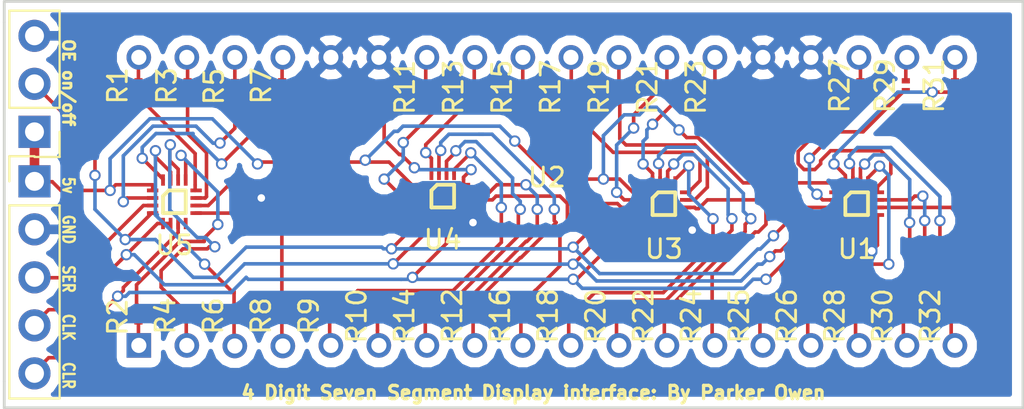
<source format=kicad_pcb>
(kicad_pcb (version 4) (host pcbnew 4.0.7)

  (general
    (links 98)
    (no_connects 2)
    (area 108.224999 69.124999 162.275001 90.775001)
    (thickness 1.6)
    (drawings 29)
    (tracks 652)
    (zones 0)
    (modules 39)
    (nets 75)
  )

  (page A4)
  (layers
    (0 F.Cu signal)
    (31 B.Cu signal)
    (32 B.Adhes user)
    (33 F.Adhes user)
    (34 B.Paste user hide)
    (35 F.Paste user)
    (36 B.SilkS user)
    (37 F.SilkS user)
    (38 B.Mask user)
    (39 F.Mask user)
    (40 Dwgs.User user)
    (41 Cmts.User user)
    (42 Eco1.User user)
    (43 Eco2.User user)
    (44 Edge.Cuts user)
    (45 Margin user)
    (46 B.CrtYd user)
    (47 F.CrtYd user)
    (48 B.Fab user)
    (49 F.Fab user hide)
  )

  (setup
    (last_trace_width 0.19)
    (trace_clearance 0.2)
    (zone_clearance 0.508)
    (zone_45_only no)
    (trace_min 0.127)
    (segment_width 0.2)
    (edge_width 0.15)
    (via_size 0.6)
    (via_drill 0.4)
    (via_min_size 0.2)
    (via_min_drill 0.3)
    (uvia_size 0.3)
    (uvia_drill 0.1)
    (uvias_allowed no)
    (uvia_min_size 0.2)
    (uvia_min_drill 0.1)
    (pcb_text_width 0.3)
    (pcb_text_size 1.5 1.5)
    (mod_edge_width 0.15)
    (mod_text_size 1 1)
    (mod_text_width 0.15)
    (pad_size 1.524 1.524)
    (pad_drill 0.762)
    (pad_to_mask_clearance 0.2)
    (aux_axis_origin 0 0)
    (visible_elements 7FFFFFFF)
    (pcbplotparams
      (layerselection 0x00030_80000001)
      (usegerberextensions false)
      (excludeedgelayer true)
      (linewidth 0.100000)
      (plotframeref false)
      (viasonmask false)
      (mode 1)
      (useauxorigin false)
      (hpglpennumber 1)
      (hpglpenspeed 20)
      (hpglpendiameter 15)
      (hpglpenoverlay 2)
      (psnegative false)
      (psa4output false)
      (plotreference true)
      (plotvalue true)
      (plotinvisibletext false)
      (padsonsilk false)
      (subtractmaskfromsilk false)
      (outputformat 1)
      (mirror false)
      (drillshape 1)
      (scaleselection 1)
      (outputdirectory ""))
  )

  (net 0 "")
  (net 1 "Net-(J1-Pad3)")
  (net 2 "Net-(J1-Pad4)")
  (net 3 "Net-(J1-Pad5)")
  (net 4 "Net-(R1-Pad1)")
  (net 5 "Net-(R1-Pad2)")
  (net 6 "Net-(R2-Pad1)")
  (net 7 "Net-(R2-Pad2)")
  (net 8 "Net-(R3-Pad1)")
  (net 9 "Net-(R3-Pad2)")
  (net 10 "Net-(R4-Pad1)")
  (net 11 "Net-(R4-Pad2)")
  (net 12 "Net-(R5-Pad1)")
  (net 13 "Net-(R5-Pad2)")
  (net 14 "Net-(R6-Pad1)")
  (net 15 "Net-(R6-Pad2)")
  (net 16 "Net-(R7-Pad1)")
  (net 17 "Net-(R7-Pad2)")
  (net 18 "Net-(R8-Pad1)")
  (net 19 "Net-(R8-Pad2)")
  (net 20 "Net-(R9-Pad1)")
  (net 21 "Net-(R9-Pad2)")
  (net 22 "Net-(R10-Pad1)")
  (net 23 "Net-(R10-Pad2)")
  (net 24 "Net-(R11-Pad1)")
  (net 25 "Net-(R11-Pad2)")
  (net 26 "Net-(R12-Pad1)")
  (net 27 "Net-(R12-Pad2)")
  (net 28 "Net-(R13-Pad1)")
  (net 29 "Net-(R13-Pad2)")
  (net 30 "Net-(R14-Pad1)")
  (net 31 "Net-(R14-Pad2)")
  (net 32 "Net-(R15-Pad1)")
  (net 33 "Net-(R15-Pad2)")
  (net 34 "Net-(R16-Pad1)")
  (net 35 "Net-(R16-Pad2)")
  (net 36 "Net-(R17-Pad1)")
  (net 37 "Net-(R17-Pad2)")
  (net 38 "Net-(R18-Pad1)")
  (net 39 "Net-(R18-Pad2)")
  (net 40 "Net-(R19-Pad1)")
  (net 41 "Net-(R19-Pad2)")
  (net 42 "Net-(R20-Pad1)")
  (net 43 "Net-(R20-Pad2)")
  (net 44 "Net-(R21-Pad1)")
  (net 45 "Net-(R21-Pad2)")
  (net 46 "Net-(R22-Pad1)")
  (net 47 "Net-(R22-Pad2)")
  (net 48 "Net-(R23-Pad1)")
  (net 49 "Net-(R23-Pad2)")
  (net 50 "Net-(R24-Pad1)")
  (net 51 "Net-(R24-Pad2)")
  (net 52 "Net-(R25-Pad1)")
  (net 53 "Net-(R25-Pad2)")
  (net 54 "Net-(R26-Pad1)")
  (net 55 "Net-(R26-Pad2)")
  (net 56 "Net-(R27-Pad1)")
  (net 57 "Net-(R27-Pad2)")
  (net 58 "Net-(R28-Pad1)")
  (net 59 "Net-(R28-Pad2)")
  (net 60 "Net-(R29-Pad1)")
  (net 61 "Net-(R29-Pad2)")
  (net 62 "Net-(R30-Pad1)")
  (net 63 "Net-(R30-Pad2)")
  (net 64 "Net-(R31-Pad1)")
  (net 65 "Net-(R31-Pad2)")
  (net 66 "Net-(R32-Pad1)")
  (net 67 "Net-(R32-Pad2)")
  (net 68 +5V)
  (net 69 "Net-(SW1-Pad2)")
  (net 70 GND)
  (net 71 "Net-(U1-Pad9)")
  (net 72 "Net-(U3-Pad9)")
  (net 73 "Net-(U4-Pad9)")
  (net 74 "Net-(U5-Pad9)")

  (net_class Default "This is the default net class."
    (clearance 0.2)
    (trace_width 0.19)
    (via_dia 0.6)
    (via_drill 0.4)
    (uvia_dia 0.3)
    (uvia_drill 0.1)
    (add_net +5V)
    (add_net GND)
    (add_net "Net-(J1-Pad3)")
    (add_net "Net-(J1-Pad4)")
    (add_net "Net-(J1-Pad5)")
    (add_net "Net-(R1-Pad1)")
    (add_net "Net-(R1-Pad2)")
    (add_net "Net-(R10-Pad1)")
    (add_net "Net-(R10-Pad2)")
    (add_net "Net-(R11-Pad1)")
    (add_net "Net-(R11-Pad2)")
    (add_net "Net-(R12-Pad1)")
    (add_net "Net-(R12-Pad2)")
    (add_net "Net-(R13-Pad1)")
    (add_net "Net-(R13-Pad2)")
    (add_net "Net-(R14-Pad1)")
    (add_net "Net-(R14-Pad2)")
    (add_net "Net-(R15-Pad1)")
    (add_net "Net-(R15-Pad2)")
    (add_net "Net-(R16-Pad1)")
    (add_net "Net-(R16-Pad2)")
    (add_net "Net-(R17-Pad1)")
    (add_net "Net-(R17-Pad2)")
    (add_net "Net-(R18-Pad1)")
    (add_net "Net-(R18-Pad2)")
    (add_net "Net-(R19-Pad1)")
    (add_net "Net-(R19-Pad2)")
    (add_net "Net-(R2-Pad1)")
    (add_net "Net-(R2-Pad2)")
    (add_net "Net-(R20-Pad1)")
    (add_net "Net-(R20-Pad2)")
    (add_net "Net-(R21-Pad1)")
    (add_net "Net-(R21-Pad2)")
    (add_net "Net-(R22-Pad1)")
    (add_net "Net-(R22-Pad2)")
    (add_net "Net-(R23-Pad1)")
    (add_net "Net-(R23-Pad2)")
    (add_net "Net-(R24-Pad1)")
    (add_net "Net-(R24-Pad2)")
    (add_net "Net-(R25-Pad1)")
    (add_net "Net-(R25-Pad2)")
    (add_net "Net-(R26-Pad1)")
    (add_net "Net-(R26-Pad2)")
    (add_net "Net-(R27-Pad1)")
    (add_net "Net-(R27-Pad2)")
    (add_net "Net-(R28-Pad1)")
    (add_net "Net-(R28-Pad2)")
    (add_net "Net-(R29-Pad1)")
    (add_net "Net-(R29-Pad2)")
    (add_net "Net-(R3-Pad1)")
    (add_net "Net-(R3-Pad2)")
    (add_net "Net-(R30-Pad1)")
    (add_net "Net-(R30-Pad2)")
    (add_net "Net-(R31-Pad1)")
    (add_net "Net-(R31-Pad2)")
    (add_net "Net-(R32-Pad1)")
    (add_net "Net-(R32-Pad2)")
    (add_net "Net-(R4-Pad1)")
    (add_net "Net-(R4-Pad2)")
    (add_net "Net-(R5-Pad1)")
    (add_net "Net-(R5-Pad2)")
    (add_net "Net-(R6-Pad1)")
    (add_net "Net-(R6-Pad2)")
    (add_net "Net-(R7-Pad1)")
    (add_net "Net-(R7-Pad2)")
    (add_net "Net-(R8-Pad1)")
    (add_net "Net-(R8-Pad2)")
    (add_net "Net-(R9-Pad1)")
    (add_net "Net-(R9-Pad2)")
    (add_net "Net-(SW1-Pad2)")
    (add_net "Net-(U1-Pad9)")
    (add_net "Net-(U3-Pad9)")
    (add_net "Net-(U4-Pad9)")
    (add_net "Net-(U5-Pad9)")
  )

  (module my_foot_prints:FourDigitSevenSegmentDisplay (layer F.Cu) (tedit 5B135982) (tstamp 5B1CC933)
    (at 115.42 87.4)
    (descr "JST PUD series connector, dual row, B36B-PUDSS, top entry type, through hole")
    (tags "connector jst pud vertical")
    (path /5B140E2D)
    (fp_text reference U2 (at 21.59 -8.89) (layer F.SilkS)
      (effects (font (size 1 1) (thickness 0.15)))
    )
    (fp_text value 4-DigitSevenSegment (at 21.59 -3.81) (layer F.Fab)
      (effects (font (size 1 1) (thickness 0.15)))
    )
    (fp_line (start -3.56 1.88) (end -3.56 -17.12) (layer F.CrtYd) (width 0.05))
    (fp_line (start -3.56 1.88) (end 46.74 1.88) (layer F.CrtYd) (width 0.05))
    (fp_line (start 46.74 -17.12) (end 46.74 1.88) (layer F.CrtYd) (width 0.05))
    (fp_line (start -3.56 -17.1) (end 46.74 -17.12) (layer F.CrtYd) (width 0.05))
    (fp_text user %R (at 21.59 -8.89) (layer F.Fab)
      (effects (font (size 1 1) (thickness 0.15)))
    )
    (pad 1 thru_hole rect (at 0 0 90) (size 1.3 1.3) (drill 0.8) (layers *.Cu *.Mask)
      (net 6 "Net-(R2-Pad1)"))
    (pad 3 thru_hole circle (at 5.08 0.031183 180) (size 1.3 1.3) (drill 0.8) (layers *.Cu *.Mask)
      (net 14 "Net-(R6-Pad1)"))
    (pad 5 thru_hole circle (at 10.16 0) (size 1.3 1.3) (drill 0.8) (layers *.Cu *.Mask)
      (net 20 "Net-(R9-Pad1)"))
    (pad 7 thru_hole circle (at 15.24 0) (size 1.3 1.3) (drill 0.8) (layers *.Cu *.Mask)
      (net 30 "Net-(R14-Pad1)"))
    (pad 9 thru_hole circle (at 20.32 0) (size 1.3 1.3) (drill 0.8) (layers *.Cu *.Mask)
      (net 34 "Net-(R16-Pad1)"))
    (pad 11 thru_hole circle (at 25.4 0) (size 1.3 1.3) (drill 0.8) (layers *.Cu *.Mask)
      (net 42 "Net-(R20-Pad1)"))
    (pad 13 thru_hole circle (at 30.48 0) (size 1.3 1.3) (drill 0.8) (layers *.Cu *.Mask)
      (net 50 "Net-(R24-Pad1)"))
    (pad 15 thru_hole circle (at 35.56 0) (size 1.3 1.3) (drill 0.8) (layers *.Cu *.Mask)
      (net 54 "Net-(R26-Pad1)"))
    (pad 17 thru_hole circle (at 40.64 0) (size 1.3 1.3) (drill 0.8) (layers *.Cu *.Mask)
      (net 62 "Net-(R30-Pad1)"))
    (pad 19 thru_hole circle (at 43.18 -15.24) (size 1.3 1.3) (drill 0.8) (layers *.Cu *.Mask)
      (net 65 "Net-(R31-Pad2)"))
    (pad 21 thru_hole circle (at 38.1 -15.24) (size 1.3 1.3) (drill 0.8) (layers *.Cu *.Mask)
      (net 57 "Net-(R27-Pad2)"))
    (pad 23 thru_hole circle (at 33.02 -15.24) (size 1.3 1.3) (drill 0.8) (layers *.Cu *.Mask)
      (net 70 GND))
    (pad 25 thru_hole circle (at 27.94 -15.24) (size 1.3 1.3) (drill 0.8) (layers *.Cu *.Mask)
      (net 45 "Net-(R21-Pad2)"))
    (pad 27 thru_hole circle (at 22.86 -15.24) (size 1.3 1.3) (drill 0.8) (layers *.Cu *.Mask)
      (net 37 "Net-(R17-Pad2)"))
    (pad 29 thru_hole circle (at 17.78 -15.24) (size 1.3 1.3) (drill 0.8) (layers *.Cu *.Mask)
      (net 29 "Net-(R13-Pad2)"))
    (pad 31 thru_hole circle (at 12.7 -15.24) (size 1.3 1.3) (drill 0.8) (layers *.Cu *.Mask)
      (net 70 GND))
    (pad 33 thru_hole circle (at 7.62 -15.24) (size 1.3 1.3) (drill 0.8) (layers *.Cu *.Mask)
      (net 17 "Net-(R7-Pad2)"))
    (pad 35 thru_hole circle (at 2.54 -15.24) (size 1.3 1.3) (drill 0.8) (layers *.Cu *.Mask)
      (net 9 "Net-(R3-Pad2)"))
    (pad 2 thru_hole circle (at 2.54 0 90) (size 1.3 1.3) (drill 0.8) (layers *.Cu *.Mask)
      (net 10 "Net-(R4-Pad1)"))
    (pad 4 thru_hole circle (at 7.62 0.031183 90) (size 1.3 1.3) (drill 0.8) (layers *.Cu *.Mask)
      (net 18 "Net-(R8-Pad1)"))
    (pad 6 thru_hole circle (at 12.7 0) (size 1.3 1.3) (drill 0.8) (layers *.Cu *.Mask)
      (net 22 "Net-(R10-Pad1)"))
    (pad 8 thru_hole circle (at 17.78 0) (size 1.3 1.3) (drill 0.8) (layers *.Cu *.Mask)
      (net 26 "Net-(R12-Pad1)"))
    (pad 10 thru_hole circle (at 22.86 0) (size 1.3 1.3) (drill 0.8) (layers *.Cu *.Mask)
      (net 38 "Net-(R18-Pad1)"))
    (pad 12 thru_hole circle (at 27.94 0) (size 1.3 1.3) (drill 0.8) (layers *.Cu *.Mask)
      (net 46 "Net-(R22-Pad1)"))
    (pad 14 thru_hole circle (at 33.02 0) (size 1.3 1.3) (drill 0.8) (layers *.Cu *.Mask)
      (net 52 "Net-(R25-Pad1)"))
    (pad 16 thru_hole circle (at 38.1 0) (size 1.3 1.3) (drill 0.8) (layers *.Cu *.Mask)
      (net 58 "Net-(R28-Pad1)"))
    (pad 18 thru_hole circle (at 43.18 0) (size 1.3 1.3) (drill 0.8) (layers *.Cu *.Mask)
      (net 66 "Net-(R32-Pad1)"))
    (pad 20 thru_hole circle (at 40.64 -15.24) (size 1.3 1.3) (drill 0.8) (layers *.Cu *.Mask)
      (net 61 "Net-(R29-Pad2)"))
    (pad 22 thru_hole circle (at 35.56 -15.24) (size 1.3 1.3) (drill 0.8) (layers *.Cu *.Mask)
      (net 70 GND))
    (pad 24 thru_hole circle (at 30.48 -15.24) (size 1.3 1.3) (drill 0.8) (layers *.Cu *.Mask)
      (net 49 "Net-(R23-Pad2)"))
    (pad 26 thru_hole circle (at 25.4 -15.24) (size 1.3 1.3) (drill 0.8) (layers *.Cu *.Mask)
      (net 41 "Net-(R19-Pad2)"))
    (pad 28 thru_hole circle (at 20.32 -15.24) (size 1.3 1.3) (drill 0.8) (layers *.Cu *.Mask)
      (net 33 "Net-(R15-Pad2)"))
    (pad 30 thru_hole circle (at 15.24 -15.24) (size 1.3 1.3) (drill 0.8) (layers *.Cu *.Mask)
      (net 25 "Net-(R11-Pad2)"))
    (pad 32 thru_hole circle (at 10.16 -15.24) (size 1.3 1.3) (drill 0.8) (layers *.Cu *.Mask)
      (net 70 GND))
    (pad 34 thru_hole circle (at 5.08 -15.24) (size 1.3 1.3) (drill 0.8) (layers *.Cu *.Mask)
      (net 13 "Net-(R5-Pad2)"))
    (pad 36 thru_hole circle (at 0 -15.24) (size 1.3 1.3) (drill 0.8) (layers *.Cu *.Mask)
      (net 5 "Net-(R1-Pad2)"))
    (model Connectors_JST.3dshapes/JST_PUD_B36B-PUDSS_2x18x2.00mm_Straight.wrl
      (at (xyz 0 0 0))
      (scale (xyz 1 1 1))
      (rotate (xyz 0 0 0))
    )
  )

  (module Socket_Strips:Socket_Strip_Straight_1x05_Pitch2.54mm (layer F.Cu) (tedit 5B1F0C2C) (tstamp 5B1CC830)
    (at 109.9 78.72)
    (descr "Through hole straight socket strip, 1x05, 2.54mm pitch, single row")
    (tags "Through hole socket strip THT 1x05 2.54mm single row")
    (path /5B1D1000)
    (fp_text reference J1 (at 0 -2.33) (layer F.SilkS) hide
      (effects (font (size 1 1) (thickness 0.15)))
    )
    (fp_text value Conn_01x05_Male (at 0 12.49) (layer F.Fab)
      (effects (font (size 1 1) (thickness 0.15)))
    )
    (fp_line (start -1.27 -1.27) (end -1.27 11.43) (layer F.Fab) (width 0.1))
    (fp_line (start -1.27 11.43) (end 1.27 11.43) (layer F.Fab) (width 0.1))
    (fp_line (start 1.27 11.43) (end 1.27 -1.27) (layer F.Fab) (width 0.1))
    (fp_line (start 1.27 -1.27) (end -1.27 -1.27) (layer F.Fab) (width 0.1))
    (fp_line (start -1.33 1.27) (end -1.33 11.49) (layer F.SilkS) (width 0.12))
    (fp_line (start -1.33 11.49) (end 1.33 11.49) (layer F.SilkS) (width 0.12))
    (fp_line (start 1.33 11.49) (end 1.33 1.27) (layer F.SilkS) (width 0.12))
    (fp_line (start 1.33 1.27) (end -1.33 1.27) (layer F.SilkS) (width 0.12))
    (fp_line (start -1.33 0) (end -1.33 -1.33) (layer F.SilkS) (width 0.12))
    (fp_line (start -1.33 -1.33) (end 0 -1.33) (layer F.SilkS) (width 0.12))
    (fp_line (start -1.8 -1.8) (end -1.8 11.95) (layer F.CrtYd) (width 0.05))
    (fp_line (start -1.8 11.95) (end 1.8 11.95) (layer F.CrtYd) (width 0.05))
    (fp_line (start 1.8 11.95) (end 1.8 -1.8) (layer F.CrtYd) (width 0.05))
    (fp_line (start 1.8 -1.8) (end -1.8 -1.8) (layer F.CrtYd) (width 0.05))
    (fp_text user %R (at 0 -2.33) (layer F.Fab)
      (effects (font (size 1 1) (thickness 0.15)))
    )
    (pad 1 thru_hole rect (at 0 0) (size 1.7 1.7) (drill 1) (layers *.Cu *.Mask)
      (net 68 +5V))
    (pad 2 thru_hole oval (at 0 2.54) (size 1.7 1.7) (drill 1) (layers *.Cu *.Mask)
      (net 70 GND))
    (pad 3 thru_hole oval (at 0 5.08) (size 1.7 1.7) (drill 1) (layers *.Cu *.Mask)
      (net 1 "Net-(J1-Pad3)"))
    (pad 4 thru_hole oval (at 0 7.62) (size 1.7 1.7) (drill 1) (layers *.Cu *.Mask)
      (net 2 "Net-(J1-Pad4)"))
    (pad 5 thru_hole oval (at 0 10.16) (size 1.7 1.7) (drill 1) (layers *.Cu *.Mask)
      (net 3 "Net-(J1-Pad5)"))
    (model ${KISYS3DMOD}/Socket_Strips.3dshapes/Socket_Strip_Straight_1x05_Pitch2.54mm.wrl
      (at (xyz 0 -0.2 0))
      (scale (xyz 1 1 1))
      (rotate (xyz 0 0 270))
    )
  )

  (module Socket_Strips:Socket_Strip_Straight_1x03_Pitch2.54mm (layer F.Cu) (tedit 5B1F0C27) (tstamp 5B1CC8F7)
    (at 109.9 76.1 180)
    (descr "Through hole straight socket strip, 1x03, 2.54mm pitch, single row")
    (tags "Through hole socket strip THT 1x03 2.54mm single row")
    (path /5B1D0E16)
    (fp_text reference SW1 (at 0 -2.33 180) (layer F.SilkS) hide
      (effects (font (size 1 1) (thickness 0.15)))
    )
    (fp_text value SW_Push_SPDT (at 0 7.41 180) (layer F.Fab)
      (effects (font (size 1 1) (thickness 0.15)))
    )
    (fp_line (start -1.27 -1.27) (end -1.27 6.35) (layer F.Fab) (width 0.1))
    (fp_line (start -1.27 6.35) (end 1.27 6.35) (layer F.Fab) (width 0.1))
    (fp_line (start 1.27 6.35) (end 1.27 -1.27) (layer F.Fab) (width 0.1))
    (fp_line (start 1.27 -1.27) (end -1.27 -1.27) (layer F.Fab) (width 0.1))
    (fp_line (start -1.33 1.27) (end -1.33 6.41) (layer F.SilkS) (width 0.12))
    (fp_line (start -1.33 6.41) (end 1.33 6.41) (layer F.SilkS) (width 0.12))
    (fp_line (start 1.33 6.41) (end 1.33 1.27) (layer F.SilkS) (width 0.12))
    (fp_line (start 1.33 1.27) (end -1.33 1.27) (layer F.SilkS) (width 0.12))
    (fp_line (start -1.33 0) (end -1.33 -1.33) (layer F.SilkS) (width 0.12))
    (fp_line (start -1.33 -1.33) (end 0 -1.33) (layer F.SilkS) (width 0.12))
    (fp_line (start -1.8 -1.8) (end -1.8 6.85) (layer F.CrtYd) (width 0.05))
    (fp_line (start -1.8 6.85) (end 1.8 6.85) (layer F.CrtYd) (width 0.05))
    (fp_line (start 1.8 6.85) (end 1.8 -1.8) (layer F.CrtYd) (width 0.05))
    (fp_line (start 1.8 -1.8) (end -1.8 -1.8) (layer F.CrtYd) (width 0.05))
    (fp_text user %R (at 0 -2.33 180) (layer F.Fab)
      (effects (font (size 1 1) (thickness 0.15)))
    )
    (pad 1 thru_hole rect (at 0 0 180) (size 1.7 1.7) (drill 1) (layers *.Cu *.Mask)
      (net 68 +5V))
    (pad 2 thru_hole oval (at 0 2.54 180) (size 1.7 1.7) (drill 1) (layers *.Cu *.Mask)
      (net 69 "Net-(SW1-Pad2)"))
    (pad 3 thru_hole oval (at 0 5.08 180) (size 1.7 1.7) (drill 1) (layers *.Cu *.Mask)
      (net 70 GND))
    (model ${KISYS3DMOD}/Socket_Strips.3dshapes/Socket_Strip_Straight_1x03_Pitch2.54mm.wrl
      (at (xyz 0 -0.1 0))
      (scale (xyz 1 1 1))
      (rotate (xyz 0 0 270))
    )
  )

  (module Resistors_SMD:R_0201_NoSilk (layer F.Cu) (tedit 58E0A804) (tstamp 5B1CCDEA)
    (at 115.4 73.66 90)
    (descr "Resistor SMD 0201, reflow soldering, Vishay (see crcw0201e3.pdf)")
    (tags "resistor 0201")
    (path /5B132550)
    (attr smd)
    (fp_text reference R1 (at 0 -1.1 90) (layer F.SilkS)
      (effects (font (size 1 1) (thickness 0.15)))
    )
    (fp_text value R_Small (at 0 1.15 90) (layer F.Fab)
      (effects (font (size 1 1) (thickness 0.15)))
    )
    (fp_text user %R (at 0 -1.1 90) (layer F.Fab)
      (effects (font (size 1 1) (thickness 0.15)))
    )
    (fp_line (start -0.3 0.15) (end -0.3 -0.15) (layer F.Fab) (width 0.1))
    (fp_line (start 0.3 0.15) (end -0.3 0.15) (layer F.Fab) (width 0.1))
    (fp_line (start 0.3 -0.15) (end 0.3 0.15) (layer F.Fab) (width 0.1))
    (fp_line (start -0.3 -0.15) (end 0.3 -0.15) (layer F.Fab) (width 0.1))
    (fp_line (start -0.55 -0.37) (end 0.55 -0.37) (layer F.CrtYd) (width 0.05))
    (fp_line (start -0.55 -0.37) (end -0.55 0.36) (layer F.CrtYd) (width 0.05))
    (fp_line (start 0.55 0.36) (end 0.55 -0.37) (layer F.CrtYd) (width 0.05))
    (fp_line (start 0.55 0.36) (end -0.55 0.36) (layer F.CrtYd) (width 0.05))
    (pad 1 smd rect (at -0.26 0 90) (size 0.28 0.43) (layers F.Cu F.Paste F.Mask)
      (net 4 "Net-(R1-Pad1)"))
    (pad 2 smd rect (at 0.26 0 90) (size 0.28 0.43) (layers F.Cu F.Paste F.Mask)
      (net 5 "Net-(R1-Pad2)"))
    (model ${KISYS3DMOD}/Resistors_SMD.3dshapes/R_0201.wrl
      (at (xyz 0 0 0))
      (scale (xyz 1 1 1))
      (rotate (xyz 0 0 0))
    )
  )

  (module Resistors_SMD:R_0201_NoSilk (layer F.Cu) (tedit 58E0A804) (tstamp 5B1CCDF0)
    (at 115.4 85.9 90)
    (descr "Resistor SMD 0201, reflow soldering, Vishay (see crcw0201e3.pdf)")
    (tags "resistor 0201")
    (path /5B131F1F)
    (attr smd)
    (fp_text reference R2 (at 0 -1.1 90) (layer F.SilkS)
      (effects (font (size 1 1) (thickness 0.15)))
    )
    (fp_text value R_Small (at 0 1.15 90) (layer F.Fab)
      (effects (font (size 1 1) (thickness 0.15)))
    )
    (fp_text user %R (at 0 -1.1 90) (layer F.Fab)
      (effects (font (size 1 1) (thickness 0.15)))
    )
    (fp_line (start -0.3 0.15) (end -0.3 -0.15) (layer F.Fab) (width 0.1))
    (fp_line (start 0.3 0.15) (end -0.3 0.15) (layer F.Fab) (width 0.1))
    (fp_line (start 0.3 -0.15) (end 0.3 0.15) (layer F.Fab) (width 0.1))
    (fp_line (start -0.3 -0.15) (end 0.3 -0.15) (layer F.Fab) (width 0.1))
    (fp_line (start -0.55 -0.37) (end 0.55 -0.37) (layer F.CrtYd) (width 0.05))
    (fp_line (start -0.55 -0.37) (end -0.55 0.36) (layer F.CrtYd) (width 0.05))
    (fp_line (start 0.55 0.36) (end 0.55 -0.37) (layer F.CrtYd) (width 0.05))
    (fp_line (start 0.55 0.36) (end -0.55 0.36) (layer F.CrtYd) (width 0.05))
    (pad 1 smd rect (at -0.26 0 90) (size 0.28 0.43) (layers F.Cu F.Paste F.Mask)
      (net 6 "Net-(R2-Pad1)"))
    (pad 2 smd rect (at 0.26 0 90) (size 0.28 0.43) (layers F.Cu F.Paste F.Mask)
      (net 7 "Net-(R2-Pad2)"))
    (model ${KISYS3DMOD}/Resistors_SMD.3dshapes/R_0201.wrl
      (at (xyz 0 0 0))
      (scale (xyz 1 1 1))
      (rotate (xyz 0 0 0))
    )
  )

  (module Resistors_SMD:R_0201_NoSilk (layer F.Cu) (tedit 58E0A804) (tstamp 5B1CCDF6)
    (at 118 73.66 90)
    (descr "Resistor SMD 0201, reflow soldering, Vishay (see crcw0201e3.pdf)")
    (tags "resistor 0201")
    (path /5B132556)
    (attr smd)
    (fp_text reference R3 (at 0 -1.1 90) (layer F.SilkS)
      (effects (font (size 1 1) (thickness 0.15)))
    )
    (fp_text value R_Small (at 0 1.15 90) (layer F.Fab)
      (effects (font (size 1 1) (thickness 0.15)))
    )
    (fp_text user %R (at 0 -1.1 90) (layer F.Fab)
      (effects (font (size 1 1) (thickness 0.15)))
    )
    (fp_line (start -0.3 0.15) (end -0.3 -0.15) (layer F.Fab) (width 0.1))
    (fp_line (start 0.3 0.15) (end -0.3 0.15) (layer F.Fab) (width 0.1))
    (fp_line (start 0.3 -0.15) (end 0.3 0.15) (layer F.Fab) (width 0.1))
    (fp_line (start -0.3 -0.15) (end 0.3 -0.15) (layer F.Fab) (width 0.1))
    (fp_line (start -0.55 -0.37) (end 0.55 -0.37) (layer F.CrtYd) (width 0.05))
    (fp_line (start -0.55 -0.37) (end -0.55 0.36) (layer F.CrtYd) (width 0.05))
    (fp_line (start 0.55 0.36) (end 0.55 -0.37) (layer F.CrtYd) (width 0.05))
    (fp_line (start 0.55 0.36) (end -0.55 0.36) (layer F.CrtYd) (width 0.05))
    (pad 1 smd rect (at -0.26 0 90) (size 0.28 0.43) (layers F.Cu F.Paste F.Mask)
      (net 8 "Net-(R3-Pad1)"))
    (pad 2 smd rect (at 0.26 0 90) (size 0.28 0.43) (layers F.Cu F.Paste F.Mask)
      (net 9 "Net-(R3-Pad2)"))
    (model ${KISYS3DMOD}/Resistors_SMD.3dshapes/R_0201.wrl
      (at (xyz 0 0 0))
      (scale (xyz 1 1 1))
      (rotate (xyz 0 0 0))
    )
  )

  (module Resistors_SMD:R_0201_NoSilk (layer F.Cu) (tedit 58E0A804) (tstamp 5B1CCDFC)
    (at 117.929411 85.84 90)
    (descr "Resistor SMD 0201, reflow soldering, Vishay (see crcw0201e3.pdf)")
    (tags "resistor 0201")
    (path /5B131F88)
    (attr smd)
    (fp_text reference R4 (at 0 -1.1 90) (layer F.SilkS)
      (effects (font (size 1 1) (thickness 0.15)))
    )
    (fp_text value R_Small (at 0 1.15 90) (layer F.Fab)
      (effects (font (size 1 1) (thickness 0.15)))
    )
    (fp_text user %R (at 0 -1.1 90) (layer F.Fab)
      (effects (font (size 1 1) (thickness 0.15)))
    )
    (fp_line (start -0.3 0.15) (end -0.3 -0.15) (layer F.Fab) (width 0.1))
    (fp_line (start 0.3 0.15) (end -0.3 0.15) (layer F.Fab) (width 0.1))
    (fp_line (start 0.3 -0.15) (end 0.3 0.15) (layer F.Fab) (width 0.1))
    (fp_line (start -0.3 -0.15) (end 0.3 -0.15) (layer F.Fab) (width 0.1))
    (fp_line (start -0.55 -0.37) (end 0.55 -0.37) (layer F.CrtYd) (width 0.05))
    (fp_line (start -0.55 -0.37) (end -0.55 0.36) (layer F.CrtYd) (width 0.05))
    (fp_line (start 0.55 0.36) (end 0.55 -0.37) (layer F.CrtYd) (width 0.05))
    (fp_line (start 0.55 0.36) (end -0.55 0.36) (layer F.CrtYd) (width 0.05))
    (pad 1 smd rect (at -0.26 0 90) (size 0.28 0.43) (layers F.Cu F.Paste F.Mask)
      (net 10 "Net-(R4-Pad1)"))
    (pad 2 smd rect (at 0.26 0 90) (size 0.28 0.43) (layers F.Cu F.Paste F.Mask)
      (net 11 "Net-(R4-Pad2)"))
    (model ${KISYS3DMOD}/Resistors_SMD.3dshapes/R_0201.wrl
      (at (xyz 0 0 0))
      (scale (xyz 1 1 1))
      (rotate (xyz 0 0 0))
    )
  )

  (module Resistors_SMD:R_0201_NoSilk (layer F.Cu) (tedit 58E0A804) (tstamp 5B1CCE02)
    (at 120.5 73.7 90)
    (descr "Resistor SMD 0201, reflow soldering, Vishay (see crcw0201e3.pdf)")
    (tags "resistor 0201")
    (path /5B132562)
    (attr smd)
    (fp_text reference R5 (at 0 -1.1 90) (layer F.SilkS)
      (effects (font (size 1 1) (thickness 0.15)))
    )
    (fp_text value R_Small (at 0 1.15 90) (layer F.Fab)
      (effects (font (size 1 1) (thickness 0.15)))
    )
    (fp_text user %R (at 0 -1.1 90) (layer F.Fab)
      (effects (font (size 1 1) (thickness 0.15)))
    )
    (fp_line (start -0.3 0.15) (end -0.3 -0.15) (layer F.Fab) (width 0.1))
    (fp_line (start 0.3 0.15) (end -0.3 0.15) (layer F.Fab) (width 0.1))
    (fp_line (start 0.3 -0.15) (end 0.3 0.15) (layer F.Fab) (width 0.1))
    (fp_line (start -0.3 -0.15) (end 0.3 -0.15) (layer F.Fab) (width 0.1))
    (fp_line (start -0.55 -0.37) (end 0.55 -0.37) (layer F.CrtYd) (width 0.05))
    (fp_line (start -0.55 -0.37) (end -0.55 0.36) (layer F.CrtYd) (width 0.05))
    (fp_line (start 0.55 0.36) (end 0.55 -0.37) (layer F.CrtYd) (width 0.05))
    (fp_line (start 0.55 0.36) (end -0.55 0.36) (layer F.CrtYd) (width 0.05))
    (pad 1 smd rect (at -0.26 0 90) (size 0.28 0.43) (layers F.Cu F.Paste F.Mask)
      (net 12 "Net-(R5-Pad1)"))
    (pad 2 smd rect (at 0.26 0 90) (size 0.28 0.43) (layers F.Cu F.Paste F.Mask)
      (net 13 "Net-(R5-Pad2)"))
    (model ${KISYS3DMOD}/Resistors_SMD.3dshapes/R_0201.wrl
      (at (xyz 0 0 0))
      (scale (xyz 1 1 1))
      (rotate (xyz 0 0 0))
    )
  )

  (module Resistors_SMD:R_0201_NoSilk (layer F.Cu) (tedit 58E0A804) (tstamp 5B1CCE08)
    (at 120.458822 85.84 90)
    (descr "Resistor SMD 0201, reflow soldering, Vishay (see crcw0201e3.pdf)")
    (tags "resistor 0201")
    (path /5B131FC7)
    (attr smd)
    (fp_text reference R6 (at 0 -1.1 90) (layer F.SilkS)
      (effects (font (size 1 1) (thickness 0.15)))
    )
    (fp_text value R_Small (at 0 1.15 90) (layer F.Fab)
      (effects (font (size 1 1) (thickness 0.15)))
    )
    (fp_text user %R (at 0 -1.1 90) (layer F.Fab)
      (effects (font (size 1 1) (thickness 0.15)))
    )
    (fp_line (start -0.3 0.15) (end -0.3 -0.15) (layer F.Fab) (width 0.1))
    (fp_line (start 0.3 0.15) (end -0.3 0.15) (layer F.Fab) (width 0.1))
    (fp_line (start 0.3 -0.15) (end 0.3 0.15) (layer F.Fab) (width 0.1))
    (fp_line (start -0.3 -0.15) (end 0.3 -0.15) (layer F.Fab) (width 0.1))
    (fp_line (start -0.55 -0.37) (end 0.55 -0.37) (layer F.CrtYd) (width 0.05))
    (fp_line (start -0.55 -0.37) (end -0.55 0.36) (layer F.CrtYd) (width 0.05))
    (fp_line (start 0.55 0.36) (end 0.55 -0.37) (layer F.CrtYd) (width 0.05))
    (fp_line (start 0.55 0.36) (end -0.55 0.36) (layer F.CrtYd) (width 0.05))
    (pad 1 smd rect (at -0.26 0 90) (size 0.28 0.43) (layers F.Cu F.Paste F.Mask)
      (net 14 "Net-(R6-Pad1)"))
    (pad 2 smd rect (at 0.26 0 90) (size 0.28 0.43) (layers F.Cu F.Paste F.Mask)
      (net 15 "Net-(R6-Pad2)"))
    (model ${KISYS3DMOD}/Resistors_SMD.3dshapes/R_0201.wrl
      (at (xyz 0 0 0))
      (scale (xyz 1 1 1))
      (rotate (xyz 0 0 0))
    )
  )

  (module Resistors_SMD:R_0201_NoSilk (layer F.Cu) (tedit 58E0A804) (tstamp 5B1CCE0E)
    (at 123 73.66 90)
    (descr "Resistor SMD 0201, reflow soldering, Vishay (see crcw0201e3.pdf)")
    (tags "resistor 0201")
    (path /5B132568)
    (attr smd)
    (fp_text reference R7 (at 0 -1.1 90) (layer F.SilkS)
      (effects (font (size 1 1) (thickness 0.15)))
    )
    (fp_text value R_Small (at 0 1.15 90) (layer F.Fab)
      (effects (font (size 1 1) (thickness 0.15)))
    )
    (fp_text user %R (at 0 -1.1 90) (layer F.Fab)
      (effects (font (size 1 1) (thickness 0.15)))
    )
    (fp_line (start -0.3 0.15) (end -0.3 -0.15) (layer F.Fab) (width 0.1))
    (fp_line (start 0.3 0.15) (end -0.3 0.15) (layer F.Fab) (width 0.1))
    (fp_line (start 0.3 -0.15) (end 0.3 0.15) (layer F.Fab) (width 0.1))
    (fp_line (start -0.3 -0.15) (end 0.3 -0.15) (layer F.Fab) (width 0.1))
    (fp_line (start -0.55 -0.37) (end 0.55 -0.37) (layer F.CrtYd) (width 0.05))
    (fp_line (start -0.55 -0.37) (end -0.55 0.36) (layer F.CrtYd) (width 0.05))
    (fp_line (start 0.55 0.36) (end 0.55 -0.37) (layer F.CrtYd) (width 0.05))
    (fp_line (start 0.55 0.36) (end -0.55 0.36) (layer F.CrtYd) (width 0.05))
    (pad 1 smd rect (at -0.26 0 90) (size 0.28 0.43) (layers F.Cu F.Paste F.Mask)
      (net 16 "Net-(R7-Pad1)"))
    (pad 2 smd rect (at 0.26 0 90) (size 0.28 0.43) (layers F.Cu F.Paste F.Mask)
      (net 17 "Net-(R7-Pad2)"))
    (model ${KISYS3DMOD}/Resistors_SMD.3dshapes/R_0201.wrl
      (at (xyz 0 0 0))
      (scale (xyz 1 1 1))
      (rotate (xyz 0 0 0))
    )
  )

  (module Resistors_SMD:R_0201_NoSilk (layer F.Cu) (tedit 58E0A804) (tstamp 5B1CCE14)
    (at 122.988233 85.84 90)
    (descr "Resistor SMD 0201, reflow soldering, Vishay (see crcw0201e3.pdf)")
    (tags "resistor 0201")
    (path /5B131FF1)
    (attr smd)
    (fp_text reference R8 (at 0 -1.1 90) (layer F.SilkS)
      (effects (font (size 1 1) (thickness 0.15)))
    )
    (fp_text value R_Small (at 0 1.15 90) (layer F.Fab)
      (effects (font (size 1 1) (thickness 0.15)))
    )
    (fp_text user %R (at 0 -1.1 90) (layer F.Fab)
      (effects (font (size 1 1) (thickness 0.15)))
    )
    (fp_line (start -0.3 0.15) (end -0.3 -0.15) (layer F.Fab) (width 0.1))
    (fp_line (start 0.3 0.15) (end -0.3 0.15) (layer F.Fab) (width 0.1))
    (fp_line (start 0.3 -0.15) (end 0.3 0.15) (layer F.Fab) (width 0.1))
    (fp_line (start -0.3 -0.15) (end 0.3 -0.15) (layer F.Fab) (width 0.1))
    (fp_line (start -0.55 -0.37) (end 0.55 -0.37) (layer F.CrtYd) (width 0.05))
    (fp_line (start -0.55 -0.37) (end -0.55 0.36) (layer F.CrtYd) (width 0.05))
    (fp_line (start 0.55 0.36) (end 0.55 -0.37) (layer F.CrtYd) (width 0.05))
    (fp_line (start 0.55 0.36) (end -0.55 0.36) (layer F.CrtYd) (width 0.05))
    (pad 1 smd rect (at -0.26 0 90) (size 0.28 0.43) (layers F.Cu F.Paste F.Mask)
      (net 18 "Net-(R8-Pad1)"))
    (pad 2 smd rect (at 0.26 0 90) (size 0.28 0.43) (layers F.Cu F.Paste F.Mask)
      (net 19 "Net-(R8-Pad2)"))
    (model ${KISYS3DMOD}/Resistors_SMD.3dshapes/R_0201.wrl
      (at (xyz 0 0 0))
      (scale (xyz 1 1 1))
      (rotate (xyz 0 0 0))
    )
  )

  (module Resistors_SMD:R_0201_NoSilk (layer F.Cu) (tedit 58E0A804) (tstamp 5B1CCE1A)
    (at 125.517644 85.84 90)
    (descr "Resistor SMD 0201, reflow soldering, Vishay (see crcw0201e3.pdf)")
    (tags "resistor 0201")
    (path /5B141394)
    (attr smd)
    (fp_text reference R9 (at 0 -1.1 90) (layer F.SilkS)
      (effects (font (size 1 1) (thickness 0.15)))
    )
    (fp_text value R_Small (at 0 1.15 90) (layer F.Fab)
      (effects (font (size 1 1) (thickness 0.15)))
    )
    (fp_text user %R (at 0 -1.1 90) (layer F.Fab)
      (effects (font (size 1 1) (thickness 0.15)))
    )
    (fp_line (start -0.3 0.15) (end -0.3 -0.15) (layer F.Fab) (width 0.1))
    (fp_line (start 0.3 0.15) (end -0.3 0.15) (layer F.Fab) (width 0.1))
    (fp_line (start 0.3 -0.15) (end 0.3 0.15) (layer F.Fab) (width 0.1))
    (fp_line (start -0.3 -0.15) (end 0.3 -0.15) (layer F.Fab) (width 0.1))
    (fp_line (start -0.55 -0.37) (end 0.55 -0.37) (layer F.CrtYd) (width 0.05))
    (fp_line (start -0.55 -0.37) (end -0.55 0.36) (layer F.CrtYd) (width 0.05))
    (fp_line (start 0.55 0.36) (end 0.55 -0.37) (layer F.CrtYd) (width 0.05))
    (fp_line (start 0.55 0.36) (end -0.55 0.36) (layer F.CrtYd) (width 0.05))
    (pad 1 smd rect (at -0.26 0 90) (size 0.28 0.43) (layers F.Cu F.Paste F.Mask)
      (net 20 "Net-(R9-Pad1)"))
    (pad 2 smd rect (at 0.26 0 90) (size 0.28 0.43) (layers F.Cu F.Paste F.Mask)
      (net 21 "Net-(R9-Pad2)"))
    (model ${KISYS3DMOD}/Resistors_SMD.3dshapes/R_0201.wrl
      (at (xyz 0 0 0))
      (scale (xyz 1 1 1))
      (rotate (xyz 0 0 0))
    )
  )

  (module Resistors_SMD:R_0201_NoSilk (layer F.Cu) (tedit 58E0A804) (tstamp 5B1CCE20)
    (at 128.047055 85.84 90)
    (descr "Resistor SMD 0201, reflow soldering, Vishay (see crcw0201e3.pdf)")
    (tags "resistor 0201")
    (path /5B1323A8)
    (attr smd)
    (fp_text reference R10 (at 0 -1.1 90) (layer F.SilkS)
      (effects (font (size 1 1) (thickness 0.15)))
    )
    (fp_text value R_Small (at 0 1.15 90) (layer F.Fab)
      (effects (font (size 1 1) (thickness 0.15)))
    )
    (fp_text user %R (at 0 -1.1 90) (layer F.Fab)
      (effects (font (size 1 1) (thickness 0.15)))
    )
    (fp_line (start -0.3 0.15) (end -0.3 -0.15) (layer F.Fab) (width 0.1))
    (fp_line (start 0.3 0.15) (end -0.3 0.15) (layer F.Fab) (width 0.1))
    (fp_line (start 0.3 -0.15) (end 0.3 0.15) (layer F.Fab) (width 0.1))
    (fp_line (start -0.3 -0.15) (end 0.3 -0.15) (layer F.Fab) (width 0.1))
    (fp_line (start -0.55 -0.37) (end 0.55 -0.37) (layer F.CrtYd) (width 0.05))
    (fp_line (start -0.55 -0.37) (end -0.55 0.36) (layer F.CrtYd) (width 0.05))
    (fp_line (start 0.55 0.36) (end 0.55 -0.37) (layer F.CrtYd) (width 0.05))
    (fp_line (start 0.55 0.36) (end -0.55 0.36) (layer F.CrtYd) (width 0.05))
    (pad 1 smd rect (at -0.26 0 90) (size 0.28 0.43) (layers F.Cu F.Paste F.Mask)
      (net 22 "Net-(R10-Pad1)"))
    (pad 2 smd rect (at 0.26 0 90) (size 0.28 0.43) (layers F.Cu F.Paste F.Mask)
      (net 23 "Net-(R10-Pad2)"))
    (model ${KISYS3DMOD}/Resistors_SMD.3dshapes/R_0201.wrl
      (at (xyz 0 0 0))
      (scale (xyz 1 1 1))
      (rotate (xyz 0 0 0))
    )
  )

  (module Resistors_SMD:R_0201_NoSilk (layer F.Cu) (tedit 58E0A804) (tstamp 5B1CCE26)
    (at 130.6 73.74 90)
    (descr "Resistor SMD 0201, reflow soldering, Vishay (see crcw0201e3.pdf)")
    (tags "resistor 0201")
    (path /5B132592)
    (attr smd)
    (fp_text reference R11 (at 0 -1.1 90) (layer F.SilkS)
      (effects (font (size 1 1) (thickness 0.15)))
    )
    (fp_text value R_Small (at 0 1.15 90) (layer F.Fab)
      (effects (font (size 1 1) (thickness 0.15)))
    )
    (fp_text user %R (at 0 -1.1 90) (layer F.Fab)
      (effects (font (size 1 1) (thickness 0.15)))
    )
    (fp_line (start -0.3 0.15) (end -0.3 -0.15) (layer F.Fab) (width 0.1))
    (fp_line (start 0.3 0.15) (end -0.3 0.15) (layer F.Fab) (width 0.1))
    (fp_line (start 0.3 -0.15) (end 0.3 0.15) (layer F.Fab) (width 0.1))
    (fp_line (start -0.3 -0.15) (end 0.3 -0.15) (layer F.Fab) (width 0.1))
    (fp_line (start -0.55 -0.37) (end 0.55 -0.37) (layer F.CrtYd) (width 0.05))
    (fp_line (start -0.55 -0.37) (end -0.55 0.36) (layer F.CrtYd) (width 0.05))
    (fp_line (start 0.55 0.36) (end 0.55 -0.37) (layer F.CrtYd) (width 0.05))
    (fp_line (start 0.55 0.36) (end -0.55 0.36) (layer F.CrtYd) (width 0.05))
    (pad 1 smd rect (at -0.26 0 90) (size 0.28 0.43) (layers F.Cu F.Paste F.Mask)
      (net 24 "Net-(R11-Pad1)"))
    (pad 2 smd rect (at 0.26 0 90) (size 0.28 0.43) (layers F.Cu F.Paste F.Mask)
      (net 25 "Net-(R11-Pad2)"))
    (model ${KISYS3DMOD}/Resistors_SMD.3dshapes/R_0201.wrl
      (at (xyz 0 0 0))
      (scale (xyz 1 1 1))
      (rotate (xyz 0 0 0))
    )
  )

  (module Resistors_SMD:R_0201_NoSilk (layer F.Cu) (tedit 58E0A804) (tstamp 5B1CCE2C)
    (at 133.105877 85.84 90)
    (descr "Resistor SMD 0201, reflow soldering, Vishay (see crcw0201e3.pdf)")
    (tags "resistor 0201")
    (path /5B1323AE)
    (attr smd)
    (fp_text reference R12 (at 0 -1.1 90) (layer F.SilkS)
      (effects (font (size 1 1) (thickness 0.15)))
    )
    (fp_text value R_Small (at 0 1.15 90) (layer F.Fab)
      (effects (font (size 1 1) (thickness 0.15)))
    )
    (fp_text user %R (at 0 -1.1 90) (layer F.Fab)
      (effects (font (size 1 1) (thickness 0.15)))
    )
    (fp_line (start -0.3 0.15) (end -0.3 -0.15) (layer F.Fab) (width 0.1))
    (fp_line (start 0.3 0.15) (end -0.3 0.15) (layer F.Fab) (width 0.1))
    (fp_line (start 0.3 -0.15) (end 0.3 0.15) (layer F.Fab) (width 0.1))
    (fp_line (start -0.3 -0.15) (end 0.3 -0.15) (layer F.Fab) (width 0.1))
    (fp_line (start -0.55 -0.37) (end 0.55 -0.37) (layer F.CrtYd) (width 0.05))
    (fp_line (start -0.55 -0.37) (end -0.55 0.36) (layer F.CrtYd) (width 0.05))
    (fp_line (start 0.55 0.36) (end 0.55 -0.37) (layer F.CrtYd) (width 0.05))
    (fp_line (start 0.55 0.36) (end -0.55 0.36) (layer F.CrtYd) (width 0.05))
    (pad 1 smd rect (at -0.26 0 90) (size 0.28 0.43) (layers F.Cu F.Paste F.Mask)
      (net 26 "Net-(R12-Pad1)"))
    (pad 2 smd rect (at 0.26 0 90) (size 0.28 0.43) (layers F.Cu F.Paste F.Mask)
      (net 27 "Net-(R12-Pad2)"))
    (model ${KISYS3DMOD}/Resistors_SMD.3dshapes/R_0201.wrl
      (at (xyz 0 0 0))
      (scale (xyz 1 1 1))
      (rotate (xyz 0 0 0))
    )
  )

  (module Resistors_SMD:R_0201_NoSilk (layer F.Cu) (tedit 58E0A804) (tstamp 5B1CCE32)
    (at 133.166666 73.74 90)
    (descr "Resistor SMD 0201, reflow soldering, Vishay (see crcw0201e3.pdf)")
    (tags "resistor 0201")
    (path /5B132598)
    (attr smd)
    (fp_text reference R13 (at 0 -1.1 90) (layer F.SilkS)
      (effects (font (size 1 1) (thickness 0.15)))
    )
    (fp_text value R_Small (at 0 1.15 90) (layer F.Fab)
      (effects (font (size 1 1) (thickness 0.15)))
    )
    (fp_text user %R (at 0 -1.1 90) (layer F.Fab)
      (effects (font (size 1 1) (thickness 0.15)))
    )
    (fp_line (start -0.3 0.15) (end -0.3 -0.15) (layer F.Fab) (width 0.1))
    (fp_line (start 0.3 0.15) (end -0.3 0.15) (layer F.Fab) (width 0.1))
    (fp_line (start 0.3 -0.15) (end 0.3 0.15) (layer F.Fab) (width 0.1))
    (fp_line (start -0.3 -0.15) (end 0.3 -0.15) (layer F.Fab) (width 0.1))
    (fp_line (start -0.55 -0.37) (end 0.55 -0.37) (layer F.CrtYd) (width 0.05))
    (fp_line (start -0.55 -0.37) (end -0.55 0.36) (layer F.CrtYd) (width 0.05))
    (fp_line (start 0.55 0.36) (end 0.55 -0.37) (layer F.CrtYd) (width 0.05))
    (fp_line (start 0.55 0.36) (end -0.55 0.36) (layer F.CrtYd) (width 0.05))
    (pad 1 smd rect (at -0.26 0 90) (size 0.28 0.43) (layers F.Cu F.Paste F.Mask)
      (net 28 "Net-(R13-Pad1)"))
    (pad 2 smd rect (at 0.26 0 90) (size 0.28 0.43) (layers F.Cu F.Paste F.Mask)
      (net 29 "Net-(R13-Pad2)"))
    (model ${KISYS3DMOD}/Resistors_SMD.3dshapes/R_0201.wrl
      (at (xyz 0 0 0))
      (scale (xyz 1 1 1))
      (rotate (xyz 0 0 0))
    )
  )

  (module Resistors_SMD:R_0201_NoSilk (layer F.Cu) (tedit 58E0A804) (tstamp 5B1CCE38)
    (at 130.576466 85.84 90)
    (descr "Resistor SMD 0201, reflow soldering, Vishay (see crcw0201e3.pdf)")
    (tags "resistor 0201")
    (path /5B1323B4)
    (attr smd)
    (fp_text reference R14 (at 0 -1.1 90) (layer F.SilkS)
      (effects (font (size 1 1) (thickness 0.15)))
    )
    (fp_text value R_Small (at 0 1.15 90) (layer F.Fab)
      (effects (font (size 1 1) (thickness 0.15)))
    )
    (fp_text user %R (at 0 -1.1 90) (layer F.Fab)
      (effects (font (size 1 1) (thickness 0.15)))
    )
    (fp_line (start -0.3 0.15) (end -0.3 -0.15) (layer F.Fab) (width 0.1))
    (fp_line (start 0.3 0.15) (end -0.3 0.15) (layer F.Fab) (width 0.1))
    (fp_line (start 0.3 -0.15) (end 0.3 0.15) (layer F.Fab) (width 0.1))
    (fp_line (start -0.3 -0.15) (end 0.3 -0.15) (layer F.Fab) (width 0.1))
    (fp_line (start -0.55 -0.37) (end 0.55 -0.37) (layer F.CrtYd) (width 0.05))
    (fp_line (start -0.55 -0.37) (end -0.55 0.36) (layer F.CrtYd) (width 0.05))
    (fp_line (start 0.55 0.36) (end 0.55 -0.37) (layer F.CrtYd) (width 0.05))
    (fp_line (start 0.55 0.36) (end -0.55 0.36) (layer F.CrtYd) (width 0.05))
    (pad 1 smd rect (at -0.26 0 90) (size 0.28 0.43) (layers F.Cu F.Paste F.Mask)
      (net 30 "Net-(R14-Pad1)"))
    (pad 2 smd rect (at 0.26 0 90) (size 0.28 0.43) (layers F.Cu F.Paste F.Mask)
      (net 31 "Net-(R14-Pad2)"))
    (model ${KISYS3DMOD}/Resistors_SMD.3dshapes/R_0201.wrl
      (at (xyz 0 0 0))
      (scale (xyz 1 1 1))
      (rotate (xyz 0 0 0))
    )
  )

  (module Resistors_SMD:R_0201_NoSilk (layer F.Cu) (tedit 58E0A804) (tstamp 5B1CCE3E)
    (at 135.733332 73.74 90)
    (descr "Resistor SMD 0201, reflow soldering, Vishay (see crcw0201e3.pdf)")
    (tags "resistor 0201")
    (path /5B13259E)
    (attr smd)
    (fp_text reference R15 (at 0 -1.1 90) (layer F.SilkS)
      (effects (font (size 1 1) (thickness 0.15)))
    )
    (fp_text value R_Small (at 0 1.15 90) (layer F.Fab)
      (effects (font (size 1 1) (thickness 0.15)))
    )
    (fp_text user %R (at 0 -1.1 90) (layer F.Fab)
      (effects (font (size 1 1) (thickness 0.15)))
    )
    (fp_line (start -0.3 0.15) (end -0.3 -0.15) (layer F.Fab) (width 0.1))
    (fp_line (start 0.3 0.15) (end -0.3 0.15) (layer F.Fab) (width 0.1))
    (fp_line (start 0.3 -0.15) (end 0.3 0.15) (layer F.Fab) (width 0.1))
    (fp_line (start -0.3 -0.15) (end 0.3 -0.15) (layer F.Fab) (width 0.1))
    (fp_line (start -0.55 -0.37) (end 0.55 -0.37) (layer F.CrtYd) (width 0.05))
    (fp_line (start -0.55 -0.37) (end -0.55 0.36) (layer F.CrtYd) (width 0.05))
    (fp_line (start 0.55 0.36) (end 0.55 -0.37) (layer F.CrtYd) (width 0.05))
    (fp_line (start 0.55 0.36) (end -0.55 0.36) (layer F.CrtYd) (width 0.05))
    (pad 1 smd rect (at -0.26 0 90) (size 0.28 0.43) (layers F.Cu F.Paste F.Mask)
      (net 32 "Net-(R15-Pad1)"))
    (pad 2 smd rect (at 0.26 0 90) (size 0.28 0.43) (layers F.Cu F.Paste F.Mask)
      (net 33 "Net-(R15-Pad2)"))
    (model ${KISYS3DMOD}/Resistors_SMD.3dshapes/R_0201.wrl
      (at (xyz 0 0 0))
      (scale (xyz 1 1 1))
      (rotate (xyz 0 0 0))
    )
  )

  (module Resistors_SMD:R_0201_NoSilk (layer F.Cu) (tedit 58E0A804) (tstamp 5B1CCE44)
    (at 135.635288 85.84 90)
    (descr "Resistor SMD 0201, reflow soldering, Vishay (see crcw0201e3.pdf)")
    (tags "resistor 0201")
    (path /5B1323A2)
    (attr smd)
    (fp_text reference R16 (at 0 -1.1 90) (layer F.SilkS)
      (effects (font (size 1 1) (thickness 0.15)))
    )
    (fp_text value R_Small (at 0 1.15 90) (layer F.Fab)
      (effects (font (size 1 1) (thickness 0.15)))
    )
    (fp_text user %R (at 0 -1.1 90) (layer F.Fab)
      (effects (font (size 1 1) (thickness 0.15)))
    )
    (fp_line (start -0.3 0.15) (end -0.3 -0.15) (layer F.Fab) (width 0.1))
    (fp_line (start 0.3 0.15) (end -0.3 0.15) (layer F.Fab) (width 0.1))
    (fp_line (start 0.3 -0.15) (end 0.3 0.15) (layer F.Fab) (width 0.1))
    (fp_line (start -0.3 -0.15) (end 0.3 -0.15) (layer F.Fab) (width 0.1))
    (fp_line (start -0.55 -0.37) (end 0.55 -0.37) (layer F.CrtYd) (width 0.05))
    (fp_line (start -0.55 -0.37) (end -0.55 0.36) (layer F.CrtYd) (width 0.05))
    (fp_line (start 0.55 0.36) (end 0.55 -0.37) (layer F.CrtYd) (width 0.05))
    (fp_line (start 0.55 0.36) (end -0.55 0.36) (layer F.CrtYd) (width 0.05))
    (pad 1 smd rect (at -0.26 0 90) (size 0.28 0.43) (layers F.Cu F.Paste F.Mask)
      (net 34 "Net-(R16-Pad1)"))
    (pad 2 smd rect (at 0.26 0 90) (size 0.28 0.43) (layers F.Cu F.Paste F.Mask)
      (net 35 "Net-(R16-Pad2)"))
    (model ${KISYS3DMOD}/Resistors_SMD.3dshapes/R_0201.wrl
      (at (xyz 0 0 0))
      (scale (xyz 1 1 1))
      (rotate (xyz 0 0 0))
    )
  )

  (module Resistors_SMD:R_0201_NoSilk (layer F.Cu) (tedit 58E0A804) (tstamp 5B1CCE4A)
    (at 138.299998 73.74 90)
    (descr "Resistor SMD 0201, reflow soldering, Vishay (see crcw0201e3.pdf)")
    (tags "resistor 0201")
    (path /5B13257A)
    (attr smd)
    (fp_text reference R17 (at 0 -1.1 90) (layer F.SilkS)
      (effects (font (size 1 1) (thickness 0.15)))
    )
    (fp_text value R_Small (at 0 1.15 90) (layer F.Fab)
      (effects (font (size 1 1) (thickness 0.15)))
    )
    (fp_text user %R (at 0 -1.1 90) (layer F.Fab)
      (effects (font (size 1 1) (thickness 0.15)))
    )
    (fp_line (start -0.3 0.15) (end -0.3 -0.15) (layer F.Fab) (width 0.1))
    (fp_line (start 0.3 0.15) (end -0.3 0.15) (layer F.Fab) (width 0.1))
    (fp_line (start 0.3 -0.15) (end 0.3 0.15) (layer F.Fab) (width 0.1))
    (fp_line (start -0.3 -0.15) (end 0.3 -0.15) (layer F.Fab) (width 0.1))
    (fp_line (start -0.55 -0.37) (end 0.55 -0.37) (layer F.CrtYd) (width 0.05))
    (fp_line (start -0.55 -0.37) (end -0.55 0.36) (layer F.CrtYd) (width 0.05))
    (fp_line (start 0.55 0.36) (end 0.55 -0.37) (layer F.CrtYd) (width 0.05))
    (fp_line (start 0.55 0.36) (end -0.55 0.36) (layer F.CrtYd) (width 0.05))
    (pad 1 smd rect (at -0.26 0 90) (size 0.28 0.43) (layers F.Cu F.Paste F.Mask)
      (net 36 "Net-(R17-Pad1)"))
    (pad 2 smd rect (at 0.26 0 90) (size 0.28 0.43) (layers F.Cu F.Paste F.Mask)
      (net 37 "Net-(R17-Pad2)"))
    (model ${KISYS3DMOD}/Resistors_SMD.3dshapes/R_0201.wrl
      (at (xyz 0 0 0))
      (scale (xyz 1 1 1))
      (rotate (xyz 0 0 0))
    )
  )

  (module Resistors_SMD:R_0201_NoSilk (layer F.Cu) (tedit 58E0A804) (tstamp 5B1CCE50)
    (at 138.164699 85.84 90)
    (descr "Resistor SMD 0201, reflow soldering, Vishay (see crcw0201e3.pdf)")
    (tags "resistor 0201")
    (path /5B132196)
    (attr smd)
    (fp_text reference R18 (at 0 -1.1 90) (layer F.SilkS)
      (effects (font (size 1 1) (thickness 0.15)))
    )
    (fp_text value R_Small (at 0 1.15 90) (layer F.Fab)
      (effects (font (size 1 1) (thickness 0.15)))
    )
    (fp_text user %R (at 0 -1.1 90) (layer F.Fab)
      (effects (font (size 1 1) (thickness 0.15)))
    )
    (fp_line (start -0.3 0.15) (end -0.3 -0.15) (layer F.Fab) (width 0.1))
    (fp_line (start 0.3 0.15) (end -0.3 0.15) (layer F.Fab) (width 0.1))
    (fp_line (start 0.3 -0.15) (end 0.3 0.15) (layer F.Fab) (width 0.1))
    (fp_line (start -0.3 -0.15) (end 0.3 -0.15) (layer F.Fab) (width 0.1))
    (fp_line (start -0.55 -0.37) (end 0.55 -0.37) (layer F.CrtYd) (width 0.05))
    (fp_line (start -0.55 -0.37) (end -0.55 0.36) (layer F.CrtYd) (width 0.05))
    (fp_line (start 0.55 0.36) (end 0.55 -0.37) (layer F.CrtYd) (width 0.05))
    (fp_line (start 0.55 0.36) (end -0.55 0.36) (layer F.CrtYd) (width 0.05))
    (pad 1 smd rect (at -0.26 0 90) (size 0.28 0.43) (layers F.Cu F.Paste F.Mask)
      (net 38 "Net-(R18-Pad1)"))
    (pad 2 smd rect (at 0.26 0 90) (size 0.28 0.43) (layers F.Cu F.Paste F.Mask)
      (net 39 "Net-(R18-Pad2)"))
    (model ${KISYS3DMOD}/Resistors_SMD.3dshapes/R_0201.wrl
      (at (xyz 0 0 0))
      (scale (xyz 1 1 1))
      (rotate (xyz 0 0 0))
    )
  )

  (module Resistors_SMD:R_0201_NoSilk (layer F.Cu) (tedit 58E0A804) (tstamp 5B1CCE56)
    (at 140.866664 73.74 90)
    (descr "Resistor SMD 0201, reflow soldering, Vishay (see crcw0201e3.pdf)")
    (tags "resistor 0201")
    (path /5B132580)
    (attr smd)
    (fp_text reference R19 (at 0 -1.1 90) (layer F.SilkS)
      (effects (font (size 1 1) (thickness 0.15)))
    )
    (fp_text value R_Small (at 0 1.15 90) (layer F.Fab)
      (effects (font (size 1 1) (thickness 0.15)))
    )
    (fp_text user %R (at 0 -1.1 90) (layer F.Fab)
      (effects (font (size 1 1) (thickness 0.15)))
    )
    (fp_line (start -0.3 0.15) (end -0.3 -0.15) (layer F.Fab) (width 0.1))
    (fp_line (start 0.3 0.15) (end -0.3 0.15) (layer F.Fab) (width 0.1))
    (fp_line (start 0.3 -0.15) (end 0.3 0.15) (layer F.Fab) (width 0.1))
    (fp_line (start -0.3 -0.15) (end 0.3 -0.15) (layer F.Fab) (width 0.1))
    (fp_line (start -0.55 -0.37) (end 0.55 -0.37) (layer F.CrtYd) (width 0.05))
    (fp_line (start -0.55 -0.37) (end -0.55 0.36) (layer F.CrtYd) (width 0.05))
    (fp_line (start 0.55 0.36) (end 0.55 -0.37) (layer F.CrtYd) (width 0.05))
    (fp_line (start 0.55 0.36) (end -0.55 0.36) (layer F.CrtYd) (width 0.05))
    (pad 1 smd rect (at -0.26 0 90) (size 0.28 0.43) (layers F.Cu F.Paste F.Mask)
      (net 40 "Net-(R19-Pad1)"))
    (pad 2 smd rect (at 0.26 0 90) (size 0.28 0.43) (layers F.Cu F.Paste F.Mask)
      (net 41 "Net-(R19-Pad2)"))
    (model ${KISYS3DMOD}/Resistors_SMD.3dshapes/R_0201.wrl
      (at (xyz 0 0 0))
      (scale (xyz 1 1 1))
      (rotate (xyz 0 0 0))
    )
  )

  (module Resistors_SMD:R_0201_NoSilk (layer F.Cu) (tedit 58E0A804) (tstamp 5B1CCE5C)
    (at 140.69411 85.84 90)
    (descr "Resistor SMD 0201, reflow soldering, Vishay (see crcw0201e3.pdf)")
    (tags "resistor 0201")
    (path /5B13219C)
    (attr smd)
    (fp_text reference R20 (at 0 -1.1 90) (layer F.SilkS)
      (effects (font (size 1 1) (thickness 0.15)))
    )
    (fp_text value R_Small (at 0 1.15 90) (layer F.Fab)
      (effects (font (size 1 1) (thickness 0.15)))
    )
    (fp_text user %R (at 0 -1.1 90) (layer F.Fab)
      (effects (font (size 1 1) (thickness 0.15)))
    )
    (fp_line (start -0.3 0.15) (end -0.3 -0.15) (layer F.Fab) (width 0.1))
    (fp_line (start 0.3 0.15) (end -0.3 0.15) (layer F.Fab) (width 0.1))
    (fp_line (start 0.3 -0.15) (end 0.3 0.15) (layer F.Fab) (width 0.1))
    (fp_line (start -0.3 -0.15) (end 0.3 -0.15) (layer F.Fab) (width 0.1))
    (fp_line (start -0.55 -0.37) (end 0.55 -0.37) (layer F.CrtYd) (width 0.05))
    (fp_line (start -0.55 -0.37) (end -0.55 0.36) (layer F.CrtYd) (width 0.05))
    (fp_line (start 0.55 0.36) (end 0.55 -0.37) (layer F.CrtYd) (width 0.05))
    (fp_line (start 0.55 0.36) (end -0.55 0.36) (layer F.CrtYd) (width 0.05))
    (pad 1 smd rect (at -0.26 0 90) (size 0.28 0.43) (layers F.Cu F.Paste F.Mask)
      (net 42 "Net-(R20-Pad1)"))
    (pad 2 smd rect (at 0.26 0 90) (size 0.28 0.43) (layers F.Cu F.Paste F.Mask)
      (net 43 "Net-(R20-Pad2)"))
    (model ${KISYS3DMOD}/Resistors_SMD.3dshapes/R_0201.wrl
      (at (xyz 0 0 0))
      (scale (xyz 1 1 1))
      (rotate (xyz 0 0 0))
    )
  )

  (module Resistors_SMD:R_0201_NoSilk (layer F.Cu) (tedit 58E0A804) (tstamp 5B1CCE62)
    (at 143.43333 73.74 90)
    (descr "Resistor SMD 0201, reflow soldering, Vishay (see crcw0201e3.pdf)")
    (tags "resistor 0201")
    (path /5B132586)
    (attr smd)
    (fp_text reference R21 (at 0 -1.1 90) (layer F.SilkS)
      (effects (font (size 1 1) (thickness 0.15)))
    )
    (fp_text value R_Small (at 0 1.15 90) (layer F.Fab)
      (effects (font (size 1 1) (thickness 0.15)))
    )
    (fp_text user %R (at 0 -1.1 90) (layer F.Fab)
      (effects (font (size 1 1) (thickness 0.15)))
    )
    (fp_line (start -0.3 0.15) (end -0.3 -0.15) (layer F.Fab) (width 0.1))
    (fp_line (start 0.3 0.15) (end -0.3 0.15) (layer F.Fab) (width 0.1))
    (fp_line (start 0.3 -0.15) (end 0.3 0.15) (layer F.Fab) (width 0.1))
    (fp_line (start -0.3 -0.15) (end 0.3 -0.15) (layer F.Fab) (width 0.1))
    (fp_line (start -0.55 -0.37) (end 0.55 -0.37) (layer F.CrtYd) (width 0.05))
    (fp_line (start -0.55 -0.37) (end -0.55 0.36) (layer F.CrtYd) (width 0.05))
    (fp_line (start 0.55 0.36) (end 0.55 -0.37) (layer F.CrtYd) (width 0.05))
    (fp_line (start 0.55 0.36) (end -0.55 0.36) (layer F.CrtYd) (width 0.05))
    (pad 1 smd rect (at -0.26 0 90) (size 0.28 0.43) (layers F.Cu F.Paste F.Mask)
      (net 44 "Net-(R21-Pad1)"))
    (pad 2 smd rect (at 0.26 0 90) (size 0.28 0.43) (layers F.Cu F.Paste F.Mask)
      (net 45 "Net-(R21-Pad2)"))
    (model ${KISYS3DMOD}/Resistors_SMD.3dshapes/R_0201.wrl
      (at (xyz 0 0 0))
      (scale (xyz 1 1 1))
      (rotate (xyz 0 0 0))
    )
  )

  (module Resistors_SMD:R_0201_NoSilk (layer F.Cu) (tedit 58E0A804) (tstamp 5B1CCE68)
    (at 143.223521 85.84 90)
    (descr "Resistor SMD 0201, reflow soldering, Vishay (see crcw0201e3.pdf)")
    (tags "resistor 0201")
    (path /5B1321A2)
    (attr smd)
    (fp_text reference R22 (at 0 -1.1 90) (layer F.SilkS)
      (effects (font (size 1 1) (thickness 0.15)))
    )
    (fp_text value R_Small (at 0 1.15 90) (layer F.Fab)
      (effects (font (size 1 1) (thickness 0.15)))
    )
    (fp_text user %R (at 0 -1.1 90) (layer F.Fab)
      (effects (font (size 1 1) (thickness 0.15)))
    )
    (fp_line (start -0.3 0.15) (end -0.3 -0.15) (layer F.Fab) (width 0.1))
    (fp_line (start 0.3 0.15) (end -0.3 0.15) (layer F.Fab) (width 0.1))
    (fp_line (start 0.3 -0.15) (end 0.3 0.15) (layer F.Fab) (width 0.1))
    (fp_line (start -0.3 -0.15) (end 0.3 -0.15) (layer F.Fab) (width 0.1))
    (fp_line (start -0.55 -0.37) (end 0.55 -0.37) (layer F.CrtYd) (width 0.05))
    (fp_line (start -0.55 -0.37) (end -0.55 0.36) (layer F.CrtYd) (width 0.05))
    (fp_line (start 0.55 0.36) (end 0.55 -0.37) (layer F.CrtYd) (width 0.05))
    (fp_line (start 0.55 0.36) (end -0.55 0.36) (layer F.CrtYd) (width 0.05))
    (pad 1 smd rect (at -0.26 0 90) (size 0.28 0.43) (layers F.Cu F.Paste F.Mask)
      (net 46 "Net-(R22-Pad1)"))
    (pad 2 smd rect (at 0.26 0 90) (size 0.28 0.43) (layers F.Cu F.Paste F.Mask)
      (net 47 "Net-(R22-Pad2)"))
    (model ${KISYS3DMOD}/Resistors_SMD.3dshapes/R_0201.wrl
      (at (xyz 0 0 0))
      (scale (xyz 1 1 1))
      (rotate (xyz 0 0 0))
    )
  )

  (module Resistors_SMD:R_0201_NoSilk (layer F.Cu) (tedit 58E0A804) (tstamp 5B1CCE6E)
    (at 145.999996 73.74 90)
    (descr "Resistor SMD 0201, reflow soldering, Vishay (see crcw0201e3.pdf)")
    (tags "resistor 0201")
    (path /5B141857)
    (attr smd)
    (fp_text reference R23 (at 0 -1.1 90) (layer F.SilkS)
      (effects (font (size 1 1) (thickness 0.15)))
    )
    (fp_text value R_Small (at 0 1.15 90) (layer F.Fab)
      (effects (font (size 1 1) (thickness 0.15)))
    )
    (fp_text user %R (at 0 -1.1 90) (layer F.Fab)
      (effects (font (size 1 1) (thickness 0.15)))
    )
    (fp_line (start -0.3 0.15) (end -0.3 -0.15) (layer F.Fab) (width 0.1))
    (fp_line (start 0.3 0.15) (end -0.3 0.15) (layer F.Fab) (width 0.1))
    (fp_line (start 0.3 -0.15) (end 0.3 0.15) (layer F.Fab) (width 0.1))
    (fp_line (start -0.3 -0.15) (end 0.3 -0.15) (layer F.Fab) (width 0.1))
    (fp_line (start -0.55 -0.37) (end 0.55 -0.37) (layer F.CrtYd) (width 0.05))
    (fp_line (start -0.55 -0.37) (end -0.55 0.36) (layer F.CrtYd) (width 0.05))
    (fp_line (start 0.55 0.36) (end 0.55 -0.37) (layer F.CrtYd) (width 0.05))
    (fp_line (start 0.55 0.36) (end -0.55 0.36) (layer F.CrtYd) (width 0.05))
    (pad 1 smd rect (at -0.26 0 90) (size 0.28 0.43) (layers F.Cu F.Paste F.Mask)
      (net 48 "Net-(R23-Pad1)"))
    (pad 2 smd rect (at 0.26 0 90) (size 0.28 0.43) (layers F.Cu F.Paste F.Mask)
      (net 49 "Net-(R23-Pad2)"))
    (model ${KISYS3DMOD}/Resistors_SMD.3dshapes/R_0201.wrl
      (at (xyz 0 0 0))
      (scale (xyz 1 1 1))
      (rotate (xyz 0 0 0))
    )
  )

  (module Resistors_SMD:R_0201_NoSilk (layer F.Cu) (tedit 58E0A804) (tstamp 5B1CCE74)
    (at 145.752932 85.84 90)
    (descr "Resistor SMD 0201, reflow soldering, Vishay (see crcw0201e3.pdf)")
    (tags "resistor 0201")
    (path /5B1321A8)
    (attr smd)
    (fp_text reference R24 (at 0 -1.1 90) (layer F.SilkS)
      (effects (font (size 1 1) (thickness 0.15)))
    )
    (fp_text value R_Small (at 0 1.15 90) (layer F.Fab)
      (effects (font (size 1 1) (thickness 0.15)))
    )
    (fp_text user %R (at 0 -1.1 90) (layer F.Fab)
      (effects (font (size 1 1) (thickness 0.15)))
    )
    (fp_line (start -0.3 0.15) (end -0.3 -0.15) (layer F.Fab) (width 0.1))
    (fp_line (start 0.3 0.15) (end -0.3 0.15) (layer F.Fab) (width 0.1))
    (fp_line (start 0.3 -0.15) (end 0.3 0.15) (layer F.Fab) (width 0.1))
    (fp_line (start -0.3 -0.15) (end 0.3 -0.15) (layer F.Fab) (width 0.1))
    (fp_line (start -0.55 -0.37) (end 0.55 -0.37) (layer F.CrtYd) (width 0.05))
    (fp_line (start -0.55 -0.37) (end -0.55 0.36) (layer F.CrtYd) (width 0.05))
    (fp_line (start 0.55 0.36) (end 0.55 -0.37) (layer F.CrtYd) (width 0.05))
    (fp_line (start 0.55 0.36) (end -0.55 0.36) (layer F.CrtYd) (width 0.05))
    (pad 1 smd rect (at -0.26 0 90) (size 0.28 0.43) (layers F.Cu F.Paste F.Mask)
      (net 50 "Net-(R24-Pad1)"))
    (pad 2 smd rect (at 0.26 0 90) (size 0.28 0.43) (layers F.Cu F.Paste F.Mask)
      (net 51 "Net-(R24-Pad2)"))
    (model ${KISYS3DMOD}/Resistors_SMD.3dshapes/R_0201.wrl
      (at (xyz 0 0 0))
      (scale (xyz 1 1 1))
      (rotate (xyz 0 0 0))
    )
  )

  (module Resistors_SMD:R_0201_NoSilk (layer F.Cu) (tedit 58E0A804) (tstamp 5B1CCE7A)
    (at 148.282343 85.84 90)
    (descr "Resistor SMD 0201, reflow soldering, Vishay (see crcw0201e3.pdf)")
    (tags "resistor 0201")
    (path /5B1321AE)
    (attr smd)
    (fp_text reference R25 (at 0 -1.1 90) (layer F.SilkS)
      (effects (font (size 1 1) (thickness 0.15)))
    )
    (fp_text value R_Small (at 0 1.15 90) (layer F.Fab)
      (effects (font (size 1 1) (thickness 0.15)))
    )
    (fp_text user %R (at 0 -1.1 90) (layer F.Fab)
      (effects (font (size 1 1) (thickness 0.15)))
    )
    (fp_line (start -0.3 0.15) (end -0.3 -0.15) (layer F.Fab) (width 0.1))
    (fp_line (start 0.3 0.15) (end -0.3 0.15) (layer F.Fab) (width 0.1))
    (fp_line (start 0.3 -0.15) (end 0.3 0.15) (layer F.Fab) (width 0.1))
    (fp_line (start -0.3 -0.15) (end 0.3 -0.15) (layer F.Fab) (width 0.1))
    (fp_line (start -0.55 -0.37) (end 0.55 -0.37) (layer F.CrtYd) (width 0.05))
    (fp_line (start -0.55 -0.37) (end -0.55 0.36) (layer F.CrtYd) (width 0.05))
    (fp_line (start 0.55 0.36) (end 0.55 -0.37) (layer F.CrtYd) (width 0.05))
    (fp_line (start 0.55 0.36) (end -0.55 0.36) (layer F.CrtYd) (width 0.05))
    (pad 1 smd rect (at -0.26 0 90) (size 0.28 0.43) (layers F.Cu F.Paste F.Mask)
      (net 52 "Net-(R25-Pad1)"))
    (pad 2 smd rect (at 0.26 0 90) (size 0.28 0.43) (layers F.Cu F.Paste F.Mask)
      (net 53 "Net-(R25-Pad2)"))
    (model ${KISYS3DMOD}/Resistors_SMD.3dshapes/R_0201.wrl
      (at (xyz 0 0 0))
      (scale (xyz 1 1 1))
      (rotate (xyz 0 0 0))
    )
  )

  (module Resistors_SMD:R_0201_NoSilk (layer F.Cu) (tedit 58E0A804) (tstamp 5B1CCE80)
    (at 150.811754 85.84 90)
    (descr "Resistor SMD 0201, reflow soldering, Vishay (see crcw0201e3.pdf)")
    (tags "resistor 0201")
    (path /5B141533)
    (attr smd)
    (fp_text reference R26 (at 0 -1.1 90) (layer F.SilkS)
      (effects (font (size 1 1) (thickness 0.15)))
    )
    (fp_text value R_Small (at 0 1.15 90) (layer F.Fab)
      (effects (font (size 1 1) (thickness 0.15)))
    )
    (fp_text user %R (at 0 -1.1 90) (layer F.Fab)
      (effects (font (size 1 1) (thickness 0.15)))
    )
    (fp_line (start -0.3 0.15) (end -0.3 -0.15) (layer F.Fab) (width 0.1))
    (fp_line (start 0.3 0.15) (end -0.3 0.15) (layer F.Fab) (width 0.1))
    (fp_line (start 0.3 -0.15) (end 0.3 0.15) (layer F.Fab) (width 0.1))
    (fp_line (start -0.3 -0.15) (end 0.3 -0.15) (layer F.Fab) (width 0.1))
    (fp_line (start -0.55 -0.37) (end 0.55 -0.37) (layer F.CrtYd) (width 0.05))
    (fp_line (start -0.55 -0.37) (end -0.55 0.36) (layer F.CrtYd) (width 0.05))
    (fp_line (start 0.55 0.36) (end 0.55 -0.37) (layer F.CrtYd) (width 0.05))
    (fp_line (start 0.55 0.36) (end -0.55 0.36) (layer F.CrtYd) (width 0.05))
    (pad 1 smd rect (at -0.26 0 90) (size 0.28 0.43) (layers F.Cu F.Paste F.Mask)
      (net 54 "Net-(R26-Pad1)"))
    (pad 2 smd rect (at 0.26 0 90) (size 0.28 0.43) (layers F.Cu F.Paste F.Mask)
      (net 55 "Net-(R26-Pad2)"))
    (model ${KISYS3DMOD}/Resistors_SMD.3dshapes/R_0201.wrl
      (at (xyz 0 0 0))
      (scale (xyz 1 1 1))
      (rotate (xyz 0 0 0))
    )
  )

  (module Resistors_SMD:R_0201_NoSilk (layer F.Cu) (tedit 58E0A804) (tstamp 5B1CCE86)
    (at 153.6 73.66 90)
    (descr "Resistor SMD 0201, reflow soldering, Vishay (see crcw0201e3.pdf)")
    (tags "resistor 0201")
    (path /5B1418EB)
    (attr smd)
    (fp_text reference R27 (at 0 -1.1 90) (layer F.SilkS)
      (effects (font (size 1 1) (thickness 0.15)))
    )
    (fp_text value R_Small (at 0 1.15 90) (layer F.Fab)
      (effects (font (size 1 1) (thickness 0.15)))
    )
    (fp_text user %R (at 0 -1.1 90) (layer F.Fab)
      (effects (font (size 1 1) (thickness 0.15)))
    )
    (fp_line (start -0.3 0.15) (end -0.3 -0.15) (layer F.Fab) (width 0.1))
    (fp_line (start 0.3 0.15) (end -0.3 0.15) (layer F.Fab) (width 0.1))
    (fp_line (start 0.3 -0.15) (end 0.3 0.15) (layer F.Fab) (width 0.1))
    (fp_line (start -0.3 -0.15) (end 0.3 -0.15) (layer F.Fab) (width 0.1))
    (fp_line (start -0.55 -0.37) (end 0.55 -0.37) (layer F.CrtYd) (width 0.05))
    (fp_line (start -0.55 -0.37) (end -0.55 0.36) (layer F.CrtYd) (width 0.05))
    (fp_line (start 0.55 0.36) (end 0.55 -0.37) (layer F.CrtYd) (width 0.05))
    (fp_line (start 0.55 0.36) (end -0.55 0.36) (layer F.CrtYd) (width 0.05))
    (pad 1 smd rect (at -0.26 0 90) (size 0.28 0.43) (layers F.Cu F.Paste F.Mask)
      (net 56 "Net-(R27-Pad1)"))
    (pad 2 smd rect (at 0.26 0 90) (size 0.28 0.43) (layers F.Cu F.Paste F.Mask)
      (net 57 "Net-(R27-Pad2)"))
    (model ${KISYS3DMOD}/Resistors_SMD.3dshapes/R_0201.wrl
      (at (xyz 0 0 0))
      (scale (xyz 1 1 1))
      (rotate (xyz 0 0 0))
    )
  )

  (module Resistors_SMD:R_0201_NoSilk (layer F.Cu) (tedit 58E0A804) (tstamp 5B1CCE8C)
    (at 153.341165 85.84 90)
    (descr "Resistor SMD 0201, reflow soldering, Vishay (see crcw0201e3.pdf)")
    (tags "resistor 0201")
    (path /5B14159B)
    (attr smd)
    (fp_text reference R28 (at 0 -1.1 90) (layer F.SilkS)
      (effects (font (size 1 1) (thickness 0.15)))
    )
    (fp_text value R_Small (at 0 1.15 90) (layer F.Fab)
      (effects (font (size 1 1) (thickness 0.15)))
    )
    (fp_text user %R (at 0 -1.1 90) (layer F.Fab)
      (effects (font (size 1 1) (thickness 0.15)))
    )
    (fp_line (start -0.3 0.15) (end -0.3 -0.15) (layer F.Fab) (width 0.1))
    (fp_line (start 0.3 0.15) (end -0.3 0.15) (layer F.Fab) (width 0.1))
    (fp_line (start 0.3 -0.15) (end 0.3 0.15) (layer F.Fab) (width 0.1))
    (fp_line (start -0.3 -0.15) (end 0.3 -0.15) (layer F.Fab) (width 0.1))
    (fp_line (start -0.55 -0.37) (end 0.55 -0.37) (layer F.CrtYd) (width 0.05))
    (fp_line (start -0.55 -0.37) (end -0.55 0.36) (layer F.CrtYd) (width 0.05))
    (fp_line (start 0.55 0.36) (end 0.55 -0.37) (layer F.CrtYd) (width 0.05))
    (fp_line (start 0.55 0.36) (end -0.55 0.36) (layer F.CrtYd) (width 0.05))
    (pad 1 smd rect (at -0.26 0 90) (size 0.28 0.43) (layers F.Cu F.Paste F.Mask)
      (net 58 "Net-(R28-Pad1)"))
    (pad 2 smd rect (at 0.26 0 90) (size 0.28 0.43) (layers F.Cu F.Paste F.Mask)
      (net 59 "Net-(R28-Pad2)"))
    (model ${KISYS3DMOD}/Resistors_SMD.3dshapes/R_0201.wrl
      (at (xyz 0 0 0))
      (scale (xyz 1 1 1))
      (rotate (xyz 0 0 0))
    )
  )

  (module Resistors_SMD:R_0201_NoSilk (layer F.Cu) (tedit 58E0A804) (tstamp 5B1CCE92)
    (at 156 73.66 90)
    (descr "Resistor SMD 0201, reflow soldering, Vishay (see crcw0201e3.pdf)")
    (tags "resistor 0201")
    (path /5B1419D5)
    (attr smd)
    (fp_text reference R29 (at 0 -1.1 90) (layer F.SilkS)
      (effects (font (size 1 1) (thickness 0.15)))
    )
    (fp_text value R_Small (at 0 1.15 90) (layer F.Fab)
      (effects (font (size 1 1) (thickness 0.15)))
    )
    (fp_text user %R (at 0 -1.1 90) (layer F.Fab)
      (effects (font (size 1 1) (thickness 0.15)))
    )
    (fp_line (start -0.3 0.15) (end -0.3 -0.15) (layer F.Fab) (width 0.1))
    (fp_line (start 0.3 0.15) (end -0.3 0.15) (layer F.Fab) (width 0.1))
    (fp_line (start 0.3 -0.15) (end 0.3 0.15) (layer F.Fab) (width 0.1))
    (fp_line (start -0.3 -0.15) (end 0.3 -0.15) (layer F.Fab) (width 0.1))
    (fp_line (start -0.55 -0.37) (end 0.55 -0.37) (layer F.CrtYd) (width 0.05))
    (fp_line (start -0.55 -0.37) (end -0.55 0.36) (layer F.CrtYd) (width 0.05))
    (fp_line (start 0.55 0.36) (end 0.55 -0.37) (layer F.CrtYd) (width 0.05))
    (fp_line (start 0.55 0.36) (end -0.55 0.36) (layer F.CrtYd) (width 0.05))
    (pad 1 smd rect (at -0.26 0 90) (size 0.28 0.43) (layers F.Cu F.Paste F.Mask)
      (net 60 "Net-(R29-Pad1)"))
    (pad 2 smd rect (at 0.26 0 90) (size 0.28 0.43) (layers F.Cu F.Paste F.Mask)
      (net 61 "Net-(R29-Pad2)"))
    (model ${KISYS3DMOD}/Resistors_SMD.3dshapes/R_0201.wrl
      (at (xyz 0 0 0))
      (scale (xyz 1 1 1))
      (rotate (xyz 0 0 0))
    )
  )

  (module Resistors_SMD:R_0201_NoSilk (layer F.Cu) (tedit 58E0A804) (tstamp 5B1CCE98)
    (at 155.870576 85.84 90)
    (descr "Resistor SMD 0201, reflow soldering, Vishay (see crcw0201e3.pdf)")
    (tags "resistor 0201")
    (path /5B141621)
    (attr smd)
    (fp_text reference R30 (at 0 -1.1 90) (layer F.SilkS)
      (effects (font (size 1 1) (thickness 0.15)))
    )
    (fp_text value R_Small (at 0 1.15 90) (layer F.Fab)
      (effects (font (size 1 1) (thickness 0.15)))
    )
    (fp_text user %R (at 0 -1.1 90) (layer F.Fab)
      (effects (font (size 1 1) (thickness 0.15)))
    )
    (fp_line (start -0.3 0.15) (end -0.3 -0.15) (layer F.Fab) (width 0.1))
    (fp_line (start 0.3 0.15) (end -0.3 0.15) (layer F.Fab) (width 0.1))
    (fp_line (start 0.3 -0.15) (end 0.3 0.15) (layer F.Fab) (width 0.1))
    (fp_line (start -0.3 -0.15) (end 0.3 -0.15) (layer F.Fab) (width 0.1))
    (fp_line (start -0.55 -0.37) (end 0.55 -0.37) (layer F.CrtYd) (width 0.05))
    (fp_line (start -0.55 -0.37) (end -0.55 0.36) (layer F.CrtYd) (width 0.05))
    (fp_line (start 0.55 0.36) (end 0.55 -0.37) (layer F.CrtYd) (width 0.05))
    (fp_line (start 0.55 0.36) (end -0.55 0.36) (layer F.CrtYd) (width 0.05))
    (pad 1 smd rect (at -0.26 0 90) (size 0.28 0.43) (layers F.Cu F.Paste F.Mask)
      (net 62 "Net-(R30-Pad1)"))
    (pad 2 smd rect (at 0.26 0 90) (size 0.28 0.43) (layers F.Cu F.Paste F.Mask)
      (net 63 "Net-(R30-Pad2)"))
    (model ${KISYS3DMOD}/Resistors_SMD.3dshapes/R_0201.wrl
      (at (xyz 0 0 0))
      (scale (xyz 1 1 1))
      (rotate (xyz 0 0 0))
    )
  )

  (module Resistors_SMD:R_0201_NoSilk (layer F.Cu) (tedit 58E0A804) (tstamp 5B1CCE9E)
    (at 158.6 73.66 90)
    (descr "Resistor SMD 0201, reflow soldering, Vishay (see crcw0201e3.pdf)")
    (tags "resistor 0201")
    (path /5B141AAB)
    (attr smd)
    (fp_text reference R31 (at 0 -1.1 90) (layer F.SilkS)
      (effects (font (size 1 1) (thickness 0.15)))
    )
    (fp_text value R_Small (at 0 1.15 90) (layer F.Fab)
      (effects (font (size 1 1) (thickness 0.15)))
    )
    (fp_text user %R (at 0 -1.1 90) (layer F.Fab)
      (effects (font (size 1 1) (thickness 0.15)))
    )
    (fp_line (start -0.3 0.15) (end -0.3 -0.15) (layer F.Fab) (width 0.1))
    (fp_line (start 0.3 0.15) (end -0.3 0.15) (layer F.Fab) (width 0.1))
    (fp_line (start 0.3 -0.15) (end 0.3 0.15) (layer F.Fab) (width 0.1))
    (fp_line (start -0.3 -0.15) (end 0.3 -0.15) (layer F.Fab) (width 0.1))
    (fp_line (start -0.55 -0.37) (end 0.55 -0.37) (layer F.CrtYd) (width 0.05))
    (fp_line (start -0.55 -0.37) (end -0.55 0.36) (layer F.CrtYd) (width 0.05))
    (fp_line (start 0.55 0.36) (end 0.55 -0.37) (layer F.CrtYd) (width 0.05))
    (fp_line (start 0.55 0.36) (end -0.55 0.36) (layer F.CrtYd) (width 0.05))
    (pad 1 smd rect (at -0.26 0 90) (size 0.28 0.43) (layers F.Cu F.Paste F.Mask)
      (net 64 "Net-(R31-Pad1)"))
    (pad 2 smd rect (at 0.26 0 90) (size 0.28 0.43) (layers F.Cu F.Paste F.Mask)
      (net 65 "Net-(R31-Pad2)"))
    (model ${KISYS3DMOD}/Resistors_SMD.3dshapes/R_0201.wrl
      (at (xyz 0 0 0))
      (scale (xyz 1 1 1))
      (rotate (xyz 0 0 0))
    )
  )

  (module Resistors_SMD:R_0201_NoSilk (layer F.Cu) (tedit 58E0A804) (tstamp 5B1CCEA4)
    (at 158.399987 85.84 90)
    (descr "Resistor SMD 0201, reflow soldering, Vishay (see crcw0201e3.pdf)")
    (tags "resistor 0201")
    (path /5B14168D)
    (attr smd)
    (fp_text reference R32 (at 0 -1.1 90) (layer F.SilkS)
      (effects (font (size 1 1) (thickness 0.15)))
    )
    (fp_text value R_Small (at 0 1.15 90) (layer F.Fab)
      (effects (font (size 1 1) (thickness 0.15)))
    )
    (fp_text user %R (at 0 -1.1 90) (layer F.Fab)
      (effects (font (size 1 1) (thickness 0.15)))
    )
    (fp_line (start -0.3 0.15) (end -0.3 -0.15) (layer F.Fab) (width 0.1))
    (fp_line (start 0.3 0.15) (end -0.3 0.15) (layer F.Fab) (width 0.1))
    (fp_line (start 0.3 -0.15) (end 0.3 0.15) (layer F.Fab) (width 0.1))
    (fp_line (start -0.3 -0.15) (end 0.3 -0.15) (layer F.Fab) (width 0.1))
    (fp_line (start -0.55 -0.37) (end 0.55 -0.37) (layer F.CrtYd) (width 0.05))
    (fp_line (start -0.55 -0.37) (end -0.55 0.36) (layer F.CrtYd) (width 0.05))
    (fp_line (start 0.55 0.36) (end 0.55 -0.37) (layer F.CrtYd) (width 0.05))
    (fp_line (start 0.55 0.36) (end -0.55 0.36) (layer F.CrtYd) (width 0.05))
    (pad 1 smd rect (at -0.26 0 90) (size 0.28 0.43) (layers F.Cu F.Paste F.Mask)
      (net 66 "Net-(R32-Pad1)"))
    (pad 2 smd rect (at 0.26 0 90) (size 0.28 0.43) (layers F.Cu F.Paste F.Mask)
      (net 67 "Net-(R32-Pad2)"))
    (model ${KISYS3DMOD}/Resistors_SMD.3dshapes/R_0201.wrl
      (at (xyz 0 0 0))
      (scale (xyz 1 1 1))
      (rotate (xyz 0 0 0))
    )
  )

  (module my_foot_prints:8B_Shift_Reg_SN74HC595B (layer F.Cu) (tedit 5B1D6497) (tstamp 5B1F0848)
    (at 117.3 79.8 270)
    (descr http://www.nxp.com/documents/outline_drawing/SOT1341-1.pdf)
    (tags "NXP XSON SOT-1341")
    (path /5B1B728E)
    (attr smd)
    (fp_text reference U5 (at 2.3 0 360) (layer F.SilkS)
      (effects (font (size 1 1) (thickness 0.15)))
    )
    (fp_text value SNx4HC595_8b_Shift_Reg (at 0 6.35 270) (layer F.Fab)
      (effects (font (size 1 1) (thickness 0.15)))
    )
    (fp_text user %R (at 0 0 270) (layer F.Fab)
      (effects (font (size 0.6 0.6) (thickness 0.1)))
    )
    (pad 1 smd rect (at -1.15 0.6 90) (size 0.6 0.2) (layers F.Cu F.Paste F.Mask)
      (net 16 "Net-(R7-Pad1)"))
    (pad 16 smd rect (at -0.6 1.15) (size 0.6 0.2) (layers F.Cu F.Paste F.Mask)
      (net 68 +5V))
    (pad 2 smd rect (at -1.15 0.2 90) (size 0.6 0.2) (layers F.Cu F.Paste F.Mask)
      (net 15 "Net-(R6-Pad2)"))
    (pad 3 smd rect (at -1.15 -0.2 90) (size 0.6 0.2) (layers F.Cu F.Paste F.Mask)
      (net 11 "Net-(R4-Pad2)"))
    (pad 4 smd rect (at -1.15 -0.6 90) (size 0.6 0.2) (layers F.Cu F.Paste F.Mask)
      (net 7 "Net-(R2-Pad2)"))
    (pad 5 smd rect (at -0.6 -1.15) (size 0.6 0.2) (layers F.Cu F.Paste F.Mask)
      (net 4 "Net-(R1-Pad1)"))
    (pad 6 smd rect (at -0.2 -1.15) (size 0.6 0.2) (layers F.Cu F.Paste F.Mask)
      (net 8 "Net-(R3-Pad1)"))
    (pad 7 smd rect (at 0.2 -1.15) (size 0.6 0.2) (layers F.Cu F.Paste F.Mask)
      (net 19 "Net-(R8-Pad2)"))
    (pad 8 smd rect (at 0.6 -1.15) (size 0.6 0.2) (layers F.Cu F.Paste F.Mask)
      (net 70 GND))
    (pad 15 smd rect (at -0.2 1.15) (size 0.6 0.2) (layers F.Cu F.Paste F.Mask)
      (net 12 "Net-(R5-Pad1)"))
    (pad 14 smd rect (at 0.2 1.15) (size 0.6 0.2) (layers F.Cu F.Paste F.Mask)
      (net 1 "Net-(J1-Pad3)"))
    (pad 13 smd rect (at 0.6 1.15) (size 0.6 0.2) (layers F.Cu F.Paste F.Mask)
      (net 69 "Net-(SW1-Pad2)"))
    (pad 12 smd rect (at 1.15 0.6 90) (size 0.6 0.2) (layers F.Cu F.Paste F.Mask)
      (net 2 "Net-(J1-Pad4)"))
    (pad 11 smd rect (at 1.15 0.2 90) (size 0.6 0.2) (layers F.Cu F.Paste F.Mask)
      (net 2 "Net-(J1-Pad4)"))
    (pad 10 smd rect (at 1.15 -0.2 90) (size 0.6 0.2) (layers F.Cu F.Paste F.Mask)
      (net 3 "Net-(J1-Pad5)"))
    (pad 9 smd rect (at 1.15 -0.6 90) (size 0.6 0.2) (layers F.Cu F.Paste F.Mask)
      (net 74 "Net-(U5-Pad9)"))
    (model ${KISYS3DMOD}/Housings_SON.3dshapes/NXP_XSON-16.wrl
      (at (xyz 0 0 0))
      (scale (xyz 1 1 1))
      (rotate (xyz 0 0 0))
    )
  )

  (module my_foot_prints:8B_Shift_Reg_SN74HC595B (layer F.Cu) (tedit 5B1D6497) (tstamp 5B1F0C1A)
    (at 153.4 79.9 270)
    (descr http://www.nxp.com/documents/outline_drawing/SOT1341-1.pdf)
    (tags "NXP XSON SOT-1341")
    (path /5B1B7068)
    (attr smd)
    (fp_text reference U1 (at 2.4 0 360) (layer F.SilkS)
      (effects (font (size 1 1) (thickness 0.15)))
    )
    (fp_text value SNx4HC595_8b_Shift_Reg (at 0 6.35 270) (layer F.Fab)
      (effects (font (size 1 1) (thickness 0.15)))
    )
    (fp_text user %R (at 0 0 270) (layer F.Fab)
      (effects (font (size 0.6 0.6) (thickness 0.1)))
    )
    (pad 1 smd rect (at -1.15 0.6 90) (size 0.6 0.2) (layers F.Cu F.Paste F.Mask)
      (net 64 "Net-(R31-Pad1)"))
    (pad 16 smd rect (at -0.6 1.15) (size 0.6 0.2) (layers F.Cu F.Paste F.Mask)
      (net 68 +5V))
    (pad 2 smd rect (at -1.15 0.2 90) (size 0.6 0.2) (layers F.Cu F.Paste F.Mask)
      (net 63 "Net-(R30-Pad2)"))
    (pad 3 smd rect (at -1.15 -0.2 90) (size 0.6 0.2) (layers F.Cu F.Paste F.Mask)
      (net 55 "Net-(R26-Pad2)"))
    (pad 4 smd rect (at -1.15 -0.6 90) (size 0.6 0.2) (layers F.Cu F.Paste F.Mask)
      (net 53 "Net-(R25-Pad2)"))
    (pad 5 smd rect (at -0.6 -1.15) (size 0.6 0.2) (layers F.Cu F.Paste F.Mask)
      (net 56 "Net-(R27-Pad1)"))
    (pad 6 smd rect (at -0.2 -1.15) (size 0.6 0.2) (layers F.Cu F.Paste F.Mask)
      (net 59 "Net-(R28-Pad2)"))
    (pad 7 smd rect (at 0.2 -1.15) (size 0.6 0.2) (layers F.Cu F.Paste F.Mask)
      (net 67 "Net-(R32-Pad2)"))
    (pad 8 smd rect (at 0.6 -1.15) (size 0.6 0.2) (layers F.Cu F.Paste F.Mask)
      (net 70 GND))
    (pad 15 smd rect (at -0.2 1.15) (size 0.6 0.2) (layers F.Cu F.Paste F.Mask)
      (net 60 "Net-(R29-Pad1)"))
    (pad 14 smd rect (at 0.2 1.15) (size 0.6 0.2) (layers F.Cu F.Paste F.Mask)
      (net 51 "Net-(R24-Pad2)"))
    (pad 13 smd rect (at 0.6 1.15) (size 0.6 0.2) (layers F.Cu F.Paste F.Mask)
      (net 69 "Net-(SW1-Pad2)"))
    (pad 12 smd rect (at 1.15 0.6 90) (size 0.6 0.2) (layers F.Cu F.Paste F.Mask)
      (net 2 "Net-(J1-Pad4)"))
    (pad 11 smd rect (at 1.15 0.2 90) (size 0.6 0.2) (layers F.Cu F.Paste F.Mask)
      (net 2 "Net-(J1-Pad4)"))
    (pad 10 smd rect (at 1.15 -0.2 90) (size 0.6 0.2) (layers F.Cu F.Paste F.Mask)
      (net 3 "Net-(J1-Pad5)"))
    (pad 9 smd rect (at 1.15 -0.6 90) (size 0.6 0.2) (layers F.Cu F.Paste F.Mask)
      (net 71 "Net-(U1-Pad9)"))
    (model ${KISYS3DMOD}/Housings_SON.3dshapes/NXP_XSON-16.wrl
      (at (xyz 0 0 0))
      (scale (xyz 1 1 1))
      (rotate (xyz 0 0 0))
    )
  )

  (module my_foot_prints:8B_Shift_Reg_SN74HC595B (layer F.Cu) (tedit 5B1D6497) (tstamp 5B1F0C2E)
    (at 143.2 79.9 270)
    (descr http://www.nxp.com/documents/outline_drawing/SOT1341-1.pdf)
    (tags "NXP XSON SOT-1341")
    (path /5B1B7109)
    (attr smd)
    (fp_text reference U3 (at 2.4 0 360) (layer F.SilkS)
      (effects (font (size 1 1) (thickness 0.15)))
    )
    (fp_text value SNx4HC595_8b_Shift_Reg (at 0 6.35 270) (layer F.Fab)
      (effects (font (size 1 1) (thickness 0.15)))
    )
    (fp_text user %R (at 0 0 270) (layer F.Fab)
      (effects (font (size 0.6 0.6) (thickness 0.1)))
    )
    (pad 1 smd rect (at -1.15 0.6 90) (size 0.6 0.2) (layers F.Cu F.Paste F.Mask)
      (net 48 "Net-(R23-Pad1)"))
    (pad 16 smd rect (at -0.6 1.15) (size 0.6 0.2) (layers F.Cu F.Paste F.Mask)
      (net 68 +5V))
    (pad 2 smd rect (at -1.15 0.2 90) (size 0.6 0.2) (layers F.Cu F.Paste F.Mask)
      (net 47 "Net-(R22-Pad2)"))
    (pad 3 smd rect (at -1.15 -0.2 90) (size 0.6 0.2) (layers F.Cu F.Paste F.Mask)
      (net 43 "Net-(R20-Pad2)"))
    (pad 4 smd rect (at -1.15 -0.6 90) (size 0.6 0.2) (layers F.Cu F.Paste F.Mask)
      (net 39 "Net-(R18-Pad2)"))
    (pad 5 smd rect (at -0.6 -1.15) (size 0.6 0.2) (layers F.Cu F.Paste F.Mask)
      (net 36 "Net-(R17-Pad1)"))
    (pad 6 smd rect (at -0.2 -1.15) (size 0.6 0.2) (layers F.Cu F.Paste F.Mask)
      (net 40 "Net-(R19-Pad1)"))
    (pad 7 smd rect (at 0.2 -1.15) (size 0.6 0.2) (layers F.Cu F.Paste F.Mask)
      (net 51 "Net-(R24-Pad2)"))
    (pad 8 smd rect (at 0.6 -1.15) (size 0.6 0.2) (layers F.Cu F.Paste F.Mask)
      (net 70 GND))
    (pad 15 smd rect (at -0.2 1.15) (size 0.6 0.2) (layers F.Cu F.Paste F.Mask)
      (net 44 "Net-(R21-Pad1)"))
    (pad 14 smd rect (at 0.2 1.15) (size 0.6 0.2) (layers F.Cu F.Paste F.Mask)
      (net 35 "Net-(R16-Pad2)"))
    (pad 13 smd rect (at 0.6 1.15) (size 0.6 0.2) (layers F.Cu F.Paste F.Mask)
      (net 69 "Net-(SW1-Pad2)"))
    (pad 12 smd rect (at 1.15 0.6 90) (size 0.6 0.2) (layers F.Cu F.Paste F.Mask)
      (net 2 "Net-(J1-Pad4)"))
    (pad 11 smd rect (at 1.15 0.2 90) (size 0.6 0.2) (layers F.Cu F.Paste F.Mask)
      (net 2 "Net-(J1-Pad4)"))
    (pad 10 smd rect (at 1.15 -0.2 90) (size 0.6 0.2) (layers F.Cu F.Paste F.Mask)
      (net 3 "Net-(J1-Pad5)"))
    (pad 9 smd rect (at 1.15 -0.6 90) (size 0.6 0.2) (layers F.Cu F.Paste F.Mask)
      (net 72 "Net-(U3-Pad9)"))
    (model ${KISYS3DMOD}/Housings_SON.3dshapes/NXP_XSON-16.wrl
      (at (xyz 0 0 0))
      (scale (xyz 1 1 1))
      (rotate (xyz 0 0 0))
    )
  )

  (module my_foot_prints:8B_Shift_Reg_SN74HC595B (layer F.Cu) (tedit 5B1D6497) (tstamp 5B1F0C42)
    (at 131.5 79.5 270)
    (descr http://www.nxp.com/documents/outline_drawing/SOT1341-1.pdf)
    (tags "NXP XSON SOT-1341")
    (path /5B1B71A4)
    (attr smd)
    (fp_text reference U4 (at 2.3 0 360) (layer F.SilkS)
      (effects (font (size 1 1) (thickness 0.15)))
    )
    (fp_text value SNx4HC595_8b_Shift_Reg (at 0 6.35 270) (layer F.Fab)
      (effects (font (size 1 1) (thickness 0.15)))
    )
    (fp_text user %R (at 0 0 270) (layer F.Fab)
      (effects (font (size 0.6 0.6) (thickness 0.1)))
    )
    (pad 1 smd rect (at -1.15 0.6 90) (size 0.6 0.2) (layers F.Cu F.Paste F.Mask)
      (net 32 "Net-(R15-Pad1)"))
    (pad 16 smd rect (at -0.6 1.15) (size 0.6 0.2) (layers F.Cu F.Paste F.Mask)
      (net 68 +5V))
    (pad 2 smd rect (at -1.15 0.2 90) (size 0.6 0.2) (layers F.Cu F.Paste F.Mask)
      (net 27 "Net-(R12-Pad2)"))
    (pad 3 smd rect (at -1.15 -0.2 90) (size 0.6 0.2) (layers F.Cu F.Paste F.Mask)
      (net 23 "Net-(R10-Pad2)"))
    (pad 4 smd rect (at -1.15 -0.6 90) (size 0.6 0.2) (layers F.Cu F.Paste F.Mask)
      (net 21 "Net-(R9-Pad2)"))
    (pad 5 smd rect (at -0.6 -1.15) (size 0.6 0.2) (layers F.Cu F.Paste F.Mask)
      (net 24 "Net-(R11-Pad1)"))
    (pad 6 smd rect (at -0.2 -1.15) (size 0.6 0.2) (layers F.Cu F.Paste F.Mask)
      (net 31 "Net-(R14-Pad2)"))
    (pad 7 smd rect (at 0.2 -1.15) (size 0.6 0.2) (layers F.Cu F.Paste F.Mask)
      (net 35 "Net-(R16-Pad2)"))
    (pad 8 smd rect (at 0.6 -1.15) (size 0.6 0.2) (layers F.Cu F.Paste F.Mask)
      (net 70 GND))
    (pad 15 smd rect (at -0.2 1.15) (size 0.6 0.2) (layers F.Cu F.Paste F.Mask)
      (net 28 "Net-(R13-Pad1)"))
    (pad 14 smd rect (at 0.2 1.15) (size 0.6 0.2) (layers F.Cu F.Paste F.Mask)
      (net 19 "Net-(R8-Pad2)"))
    (pad 13 smd rect (at 0.6 1.15) (size 0.6 0.2) (layers F.Cu F.Paste F.Mask)
      (net 69 "Net-(SW1-Pad2)"))
    (pad 12 smd rect (at 1.15 0.6 90) (size 0.6 0.2) (layers F.Cu F.Paste F.Mask)
      (net 2 "Net-(J1-Pad4)"))
    (pad 11 smd rect (at 1.15 0.2 90) (size 0.6 0.2) (layers F.Cu F.Paste F.Mask)
      (net 2 "Net-(J1-Pad4)"))
    (pad 10 smd rect (at 1.15 -0.2 90) (size 0.6 0.2) (layers F.Cu F.Paste F.Mask)
      (net 3 "Net-(J1-Pad5)"))
    (pad 9 smd rect (at 1.15 -0.6 90) (size 0.6 0.2) (layers F.Cu F.Paste F.Mask)
      (net 73 "Net-(U4-Pad9)"))
    (model ${KISYS3DMOD}/Housings_SON.3dshapes/NXP_XSON-16.wrl
      (at (xyz 0 0 0))
      (scale (xyz 1 1 1))
      (rotate (xyz 0 0 0))
    )
  )

  (gr_text "5v   GND   SER   CLK   CLR" (at 111.7 84.1 270) (layer F.SilkS)
    (effects (font (size 0.6 0.5) (thickness 0.125)))
  )
  (gr_text "OE on/off" (at 111.7 73.5 270) (layer F.SilkS)
    (effects (font (size 0.6 0.6) (thickness 0.15)))
  )
  (gr_text "4 Digit Seven Segment Display interface: By Parker Owen" (at 136.3 89.9) (layer F.SilkS)
    (effects (font (size 0.7 0.7) (thickness 0.175)))
  )
  (gr_line (start 117.9 80.4) (end 116.7 80.4) (layer F.SilkS) (width 0.2) (tstamp 5B1F0CAB))
  (gr_line (start 117.9 79.2) (end 117.9 80.4) (layer F.SilkS) (width 0.2) (tstamp 5B1F0CAA))
  (gr_line (start 117 79.2) (end 117.9 79.2) (layer F.SilkS) (width 0.2) (tstamp 5B1F0CA9))
  (gr_line (start 116.7 79.5) (end 117 79.2) (layer F.SilkS) (width 0.2) (tstamp 5B1F0CA8))
  (gr_line (start 116.7 80.4) (end 116.7 79.5) (layer F.SilkS) (width 0.2) (tstamp 5B1F0CA7))
  (gr_line (start 132.1 80.1) (end 130.9 80.1) (layer F.SilkS) (width 0.2) (tstamp 5B1F0CA6))
  (gr_line (start 132.1 78.9) (end 132.1 80.1) (layer F.SilkS) (width 0.2) (tstamp 5B1F0CA5))
  (gr_line (start 131.2 78.9) (end 132.1 78.9) (layer F.SilkS) (width 0.2) (tstamp 5B1F0CA4))
  (gr_line (start 130.9 79.2) (end 131.2 78.9) (layer F.SilkS) (width 0.2) (tstamp 5B1F0CA3))
  (gr_line (start 130.9 80.1) (end 130.9 79.2) (layer F.SilkS) (width 0.2) (tstamp 5B1F0CA2))
  (gr_line (start 154 80.5) (end 152.8 80.5) (layer F.SilkS) (width 0.2) (tstamp 5B1F0CA1))
  (gr_line (start 154 79.3) (end 154 80.5) (layer F.SilkS) (width 0.2) (tstamp 5B1F0CA0))
  (gr_line (start 153.1 79.3) (end 154 79.3) (layer F.SilkS) (width 0.2) (tstamp 5B1F0C9F))
  (gr_line (start 152.8 79.6) (end 153.1 79.3) (layer F.SilkS) (width 0.2) (tstamp 5B1F0C9E))
  (gr_line (start 152.8 80.5) (end 152.8 79.6) (layer F.SilkS) (width 0.2) (tstamp 5B1F0C9D))
  (gr_line (start 142.6 80.5) (end 142.6 79.6) (layer F.SilkS) (width 0.2))
  (gr_line (start 143.8 80.5) (end 142.6 80.5) (layer F.SilkS) (width 0.2))
  (gr_line (start 143.8 79.3) (end 143.8 80.5) (layer F.SilkS) (width 0.2))
  (gr_line (start 142.9 79.3) (end 143.8 79.3) (layer F.SilkS) (width 0.2))
  (gr_line (start 142.6 79.6) (end 142.9 79.3) (layer F.SilkS) (width 0.2))
  (gr_line (start 108.3 69.2) (end 108.3 70.3) (layer Edge.Cuts) (width 0.15))
  (gr_line (start 108.3 90.7) (end 108.3 89.3) (layer Edge.Cuts) (width 0.15))
  (gr_line (start 108.3 89.3) (end 108.3 70.3) (layer Edge.Cuts) (width 0.15))
  (gr_line (start 162.2 90.7) (end 108.3 90.7) (layer Edge.Cuts) (width 0.15))
  (gr_line (start 162.2 69.2) (end 162.2 90.7) (layer Edge.Cuts) (width 0.15))
  (gr_line (start 108.3 69.2) (end 162.2 69.2) (layer Edge.Cuts) (width 0.15))

  (segment (start 115.66 80) (end 111.84 83.82) (width 0.19) (layer F.Cu) (net 1))
  (segment (start 116.15 80) (end 115.66 80) (width 0.19) (layer F.Cu) (net 1))
  (segment (start 111.84 83.82) (end 109.8 83.82) (width 0.19) (layer F.Cu) (net 1))
  (segment (start 148.8 82.7) (end 149.099999 82.400001) (width 0.19) (layer F.Cu) (net 2))
  (segment (start 149.099999 82.400001) (end 149.375601 82.400001) (width 0.19) (layer F.Cu) (net 2))
  (segment (start 149.375601 82.400001) (end 150.725602 81.05) (width 0.19) (layer F.Cu) (net 2))
  (segment (start 148.170736 83.1) (end 148.4 83.1) (width 0.19) (layer B.Cu) (net 2))
  (segment (start 148.4 83.1) (end 148.8 82.7) (width 0.19) (layer B.Cu) (net 2))
  (via (at 148.8 82.7) (size 0.6) (drill 0.4) (layers F.Cu B.Cu) (net 2))
  (segment (start 119.90999 84.19001) (end 121.015731 83.084269) (width 0.19) (layer B.Cu) (net 2))
  (segment (start 121.015731 83.084269) (end 128.879272 83.084269) (width 0.19) (layer B.Cu) (net 2))
  (segment (start 114.76 82.6) (end 115.184264 82.6) (width 0.19) (layer B.Cu) (net 2))
  (segment (start 115.184264 82.6) (end 116.774274 84.19001) (width 0.19) (layer B.Cu) (net 2))
  (segment (start 116.774274 84.19001) (end 119.90999 84.19001) (width 0.19) (layer B.Cu) (net 2))
  (segment (start 138.4 83.1) (end 138.748444 83.1) (width 0.19) (layer B.Cu) (net 2))
  (segment (start 138.748444 83.1) (end 139.638453 83.99001) (width 0.19) (layer B.Cu) (net 2))
  (segment (start 139.638453 83.99001) (end 147.280726 83.99001) (width 0.19) (layer B.Cu) (net 2))
  (segment (start 147.280726 83.99001) (end 148.170736 83.1) (width 0.19) (layer B.Cu) (net 2))
  (segment (start 152.8 81.05) (end 150.725602 81.05) (width 0.19) (layer F.Cu) (net 2))
  (segment (start 152.8 81.05) (end 153.2 81.05) (width 0.19) (layer F.Cu) (net 2))
  (segment (start 138.4 83.1) (end 128.895003 83.1) (width 0.19) (layer B.Cu) (net 2))
  (segment (start 128.895003 83.1) (end 128.879272 83.084269) (width 0.19) (layer B.Cu) (net 2))
  (segment (start 142.6 81.05) (end 140.45 81.05) (width 0.19) (layer F.Cu) (net 2))
  (segment (start 140.45 81.05) (end 138.4 83.1) (width 0.19) (layer F.Cu) (net 2))
  (via (at 138.4 83.1) (size 0.6) (drill 0.4) (layers F.Cu B.Cu) (net 2))
  (segment (start 142.6 81.05) (end 143 81.05) (width 0.19) (layer F.Cu) (net 2))
  (segment (start 129.74 82.3) (end 129.663541 82.3) (width 0.19) (layer F.Cu) (net 2))
  (segment (start 129.663541 82.3) (end 128.879272 83.084269) (width 0.19) (layer F.Cu) (net 2))
  (via (at 128.879272 83.084269) (size 0.6) (drill 0.4) (layers F.Cu B.Cu) (net 2))
  (segment (start 114.46 82.9) (end 111.849999 85.510001) (width 0.19) (layer F.Cu) (net 2))
  (segment (start 116.41 80.95) (end 114.46 82.9) (width 0.19) (layer F.Cu) (net 2))
  (segment (start 114.46 82.9) (end 114.76 82.6) (width 0.19) (layer F.Cu) (net 2))
  (via (at 114.76 82.6) (size 0.6) (drill 0.4) (layers F.Cu B.Cu) (net 2))
  (segment (start 130.9 80.65) (end 130.9 81.14) (width 0.19) (layer F.Cu) (net 2))
  (segment (start 130.9 81.14) (end 129.74 82.3) (width 0.19) (layer F.Cu) (net 2))
  (segment (start 130.9 80.65) (end 131.3 80.65) (width 0.19) (layer F.Cu) (net 2))
  (segment (start 116.7 80.95) (end 116.41 80.95) (width 0.19) (layer F.Cu) (net 2))
  (segment (start 111.849999 85.510001) (end 110.649999 85.510001) (width 0.19) (layer F.Cu) (net 2))
  (segment (start 110.649999 85.510001) (end 109.8 86.36) (width 0.19) (layer F.Cu) (net 2))
  (segment (start 117.1 80.95) (end 116.7 80.95) (width 0.19) (layer F.Cu) (net 2))
  (segment (start 131.7 80.65) (end 131.7 82) (width 0.19) (layer F.Cu) (net 3))
  (segment (start 131.7 82) (end 129.9 83.8) (width 0.19) (layer F.Cu) (net 3))
  (via (at 129.9 83.8) (size 0.6) (drill 0.4) (layers F.Cu B.Cu) (net 3))
  (segment (start 131.7 80.65) (end 131.7 81.14) (width 0.19) (layer F.Cu) (net 3))
  (segment (start 114.3 84.8) (end 114.599999 84.500001) (width 0.19) (layer F.Cu) (net 3))
  (segment (start 114.599999 84.500001) (end 114.599999 84.340001) (width 0.19) (layer F.Cu) (net 3))
  (segment (start 114.599999 84.340001) (end 117.5 81.44) (width 0.19) (layer F.Cu) (net 3))
  (segment (start 114.3 84.8) (end 114.724264 84.8) (width 0.19) (layer B.Cu) (net 3))
  (segment (start 114.724264 84.8) (end 114.924264 84.6) (width 0.19) (layer B.Cu) (net 3))
  (segment (start 114.924264 84.6) (end 120.3 84.6) (width 0.19) (layer B.Cu) (net 3))
  (segment (start 120.3 84.6) (end 121.1 83.8) (width 0.19) (layer B.Cu) (net 3))
  (segment (start 121.1 83.8) (end 121.205 83.905) (width 0.19) (layer B.Cu) (net 3))
  (segment (start 121.205 83.905) (end 129.3 83.905) (width 0.19) (layer B.Cu) (net 3))
  (segment (start 110.889999 88.050001) (end 111.049999 88.050001) (width 0.19) (layer F.Cu) (net 3))
  (segment (start 111.049999 88.050001) (end 114.3 84.8) (width 0.19) (layer F.Cu) (net 3))
  (via (at 114.3 84.8) (size 0.6) (drill 0.4) (layers F.Cu B.Cu) (net 3))
  (segment (start 129.3 83.905) (end 138.395003 83.905) (width 0.19) (layer B.Cu) (net 3))
  (segment (start 148.6 83.9) (end 147.922293 83.9) (width 0.19) (layer B.Cu) (net 3))
  (segment (start 147.442273 84.38002) (end 138.880017 84.38002) (width 0.19) (layer B.Cu) (net 3))
  (segment (start 147.922293 83.9) (end 147.442273 84.38002) (width 0.19) (layer B.Cu) (net 3))
  (segment (start 138.880017 84.38002) (end 138.699999 84.200002) (width 0.19) (layer B.Cu) (net 3))
  (segment (start 138.699999 84.200002) (end 138.4 83.900003) (width 0.19) (layer B.Cu) (net 3))
  (segment (start 153.6 81.05) (end 153.6 81.54) (width 0.19) (layer F.Cu) (net 3))
  (segment (start 153.6 81.54) (end 153.494999 81.645001) (width 0.19) (layer F.Cu) (net 3))
  (segment (start 153.494999 81.645001) (end 150.930601 81.645001) (width 0.19) (layer F.Cu) (net 3))
  (segment (start 150.930601 81.645001) (end 148.675602 83.9) (width 0.19) (layer F.Cu) (net 3))
  (segment (start 148.675602 83.9) (end 148.6 83.9) (width 0.19) (layer F.Cu) (net 3))
  (via (at 148.6 83.9) (size 0.6) (drill 0.4) (layers F.Cu B.Cu) (net 3))
  (segment (start 138.395003 83.905) (end 138.4 83.900003) (width 0.19) (layer B.Cu) (net 3))
  (segment (start 140.351556 81.7) (end 140.351556 82.137443) (width 0.19) (layer F.Cu) (net 3))
  (segment (start 140.351556 82.137443) (end 138.588996 83.900003) (width 0.19) (layer F.Cu) (net 3))
  (segment (start 138.588996 83.900003) (end 138.4 83.900003) (width 0.19) (layer F.Cu) (net 3))
  (via (at 138.4 83.900003) (size 0.6) (drill 0.4) (layers F.Cu B.Cu) (net 3))
  (segment (start 143.4 81.05) (end 143.4 81.581002) (width 0.19) (layer F.Cu) (net 3))
  (segment (start 143.4 81.581002) (end 143.281002 81.7) (width 0.19) (layer F.Cu) (net 3))
  (segment (start 143.281002 81.7) (end 140.351556 81.7) (width 0.19) (layer F.Cu) (net 3))
  (segment (start 117.5 80.95) (end 117.5 81.44) (width 0.19) (layer F.Cu) (net 3))
  (segment (start 110.649999 88.050001) (end 109.8 88.9) (width 0.19) (layer F.Cu) (net 3))
  (segment (start 110.889999 88.050001) (end 110.649999 88.050001) (width 0.19) (layer F.Cu) (net 3))
  (segment (start 115.4 73.92) (end 115.4 74.25) (width 0.19) (layer F.Cu) (net 4))
  (segment (start 115.4 74.25) (end 118.4 77.25) (width 0.19) (layer F.Cu) (net 4))
  (segment (start 118.4 77.25) (end 118.4 78.91) (width 0.19) (layer F.Cu) (net 4))
  (segment (start 118.4 78.91) (end 118.4 79.2) (width 0.19) (layer F.Cu) (net 4))
  (segment (start 115.4 73.4) (end 115.4 72.18) (width 0.19) (layer F.Cu) (net 5))
  (segment (start 115.4 72.18) (end 115.42 72.16) (width 0.19) (layer F.Cu) (net 5))
  (segment (start 115.4 72.26) (end 115.46 72.2) (width 0.19) (layer F.Cu) (net 5))
  (segment (start 115.4 86.16) (end 115.4 87.38) (width 0.19) (layer F.Cu) (net 6))
  (segment (start 115.4 87.38) (end 115.42 87.4) (width 0.19) (layer F.Cu) (net 6))
  (segment (start 115.4 87.38) (end 115.46 87.44) (width 0.19) (layer F.Cu) (net 6))
  (segment (start 119.6 81) (end 119.6 79.291458) (width 0.19) (layer B.Cu) (net 7))
  (segment (start 119.6 79.291458) (end 117.654271 77.345729) (width 0.19) (layer B.Cu) (net 7))
  (segment (start 118.880602 81.9) (end 118.880602 81.719398) (width 0.19) (layer F.Cu) (net 7))
  (segment (start 118.880602 81.719398) (end 119.6 81) (width 0.19) (layer F.Cu) (net 7))
  (via (at 119.6 81) (size 0.6) (drill 0.4) (layers F.Cu B.Cu) (net 7))
  (segment (start 117.591556 81.9) (end 118.880602 81.9) (width 0.19) (layer F.Cu) (net 7))
  (segment (start 115.3 84.191556) (end 117.591556 81.9) (width 0.19) (layer F.Cu) (net 7))
  (segment (start 115.4 85.64) (end 115.4 85.31) (width 0.19) (layer F.Cu) (net 7))
  (segment (start 115.4 85.31) (end 115.3 85.21) (width 0.19) (layer F.Cu) (net 7))
  (segment (start 115.3 85.21) (end 115.3 84.191556) (width 0.19) (layer F.Cu) (net 7))
  (segment (start 117.9 78.65) (end 117.9 77.591458) (width 0.19) (layer F.Cu) (net 7))
  (segment (start 117.9 77.591458) (end 117.654271 77.345729) (width 0.19) (layer F.Cu) (net 7))
  (via (at 117.654271 77.345729) (size 0.6) (drill 0.4) (layers F.Cu B.Cu) (net 7))
  (segment (start 119 77.2) (end 119 79.531002) (width 0.19) (layer F.Cu) (net 8))
  (segment (start 119 79.531002) (end 118.931002 79.6) (width 0.19) (layer F.Cu) (net 8))
  (segment (start 118.89 79.6) (end 118.4 79.6) (width 0.19) (layer F.Cu) (net 8))
  (segment (start 118.931002 79.6) (end 118.89 79.6) (width 0.19) (layer F.Cu) (net 8))
  (segment (start 118.936001 79.604999) (end 118.931002 79.6) (width 0.19) (layer F.Cu) (net 8))
  (segment (start 118 73.92) (end 118 76.2) (width 0.19) (layer F.Cu) (net 8))
  (segment (start 118 76.2) (end 119 77.2) (width 0.19) (layer F.Cu) (net 8))
  (segment (start 118 73.4) (end 118 72.2) (width 0.19) (layer F.Cu) (net 9))
  (segment (start 118 72.2) (end 117.96 72.16) (width 0.19) (layer F.Cu) (net 9))
  (segment (start 117.929411 86.1) (end 117.929411 87.369411) (width 0.19) (layer F.Cu) (net 10))
  (segment (start 117.929411 87.369411) (end 117.96 87.4) (width 0.19) (layer F.Cu) (net 10))
  (segment (start 117.929411 87.369411) (end 118 87.44) (width 0.19) (layer F.Cu) (net 10))
  (segment (start 119.441807 82.180254) (end 118.956554 81.695001) (width 0.19) (layer B.Cu) (net 11))
  (segment (start 118.956554 81.695001) (end 118.514399 81.695001) (width 0.19) (layer B.Cu) (net 11))
  (segment (start 118.514399 81.695001) (end 117.05927 80.239872) (width 0.19) (layer B.Cu) (net 11))
  (segment (start 117.05927 80.239872) (end 117.05927 76.80939) (width 0.19) (layer B.Cu) (net 11))
  (segment (start 117.05927 76.80939) (end 117.084208 76.784452) (width 0.19) (layer B.Cu) (net 11))
  (segment (start 117.753102 82.29001) (end 119.042149 82.29001) (width 0.19) (layer F.Cu) (net 11))
  (segment (start 119.042149 82.29001) (end 119.151905 82.180254) (width 0.19) (layer F.Cu) (net 11))
  (segment (start 119.151905 82.180254) (end 119.441807 82.180254) (width 0.19) (layer F.Cu) (net 11))
  (via (at 119.441807 82.180254) (size 0.6) (drill 0.4) (layers F.Cu B.Cu) (net 11))
  (segment (start 116.6 83.443112) (end 117.753102 82.29001) (width 0.19) (layer F.Cu) (net 11))
  (segment (start 116.6 84.325589) (end 116.6 83.443112) (width 0.19) (layer F.Cu) (net 11))
  (segment (start 117.929411 85.58) (end 117.854411 85.58) (width 0.19) (layer F.Cu) (net 11))
  (segment (start 117.854411 85.58) (end 116.6 84.325589) (width 0.19) (layer F.Cu) (net 11))
  (segment (start 117.5 78.65) (end 117.5 78.07206) (width 0.19) (layer F.Cu) (net 11))
  (segment (start 117.05927 76.80939) (end 117.084208 76.784452) (width 0.19) (layer F.Cu) (net 11))
  (segment (start 117.5 78.07206) (end 117.05927 77.63133) (width 0.19) (layer F.Cu) (net 11))
  (segment (start 117.05927 77.63133) (end 117.05927 76.80939) (width 0.19) (layer F.Cu) (net 11))
  (via (at 117.084208 76.784452) (size 0.6) (drill 0.4) (layers F.Cu B.Cu) (net 11))
  (segment (start 119.714736 76.693806) (end 119.708542 76.7) (width 0.19) (layer B.Cu) (net 12))
  (segment (start 119.708542 76.7) (end 119.346556 76.7) (width 0.19) (layer B.Cu) (net 12))
  (segment (start 119.346556 76.7) (end 118.445998 75.799441) (width 0.19) (layer B.Cu) (net 12))
  (segment (start 118.445998 75.799441) (end 116.168401 75.799441) (width 0.19) (layer B.Cu) (net 12))
  (segment (start 116.168401 75.799441) (end 114.6 77.367842) (width 0.19) (layer B.Cu) (net 12))
  (segment (start 114.6 77.367842) (end 114.6 79.370736) (width 0.19) (layer B.Cu) (net 12))
  (segment (start 114.6 79.370736) (end 114.6 79.795) (width 0.19) (layer B.Cu) (net 12))
  (segment (start 120.5 73.96) (end 120.5 75.908542) (width 0.19) (layer F.Cu) (net 12))
  (segment (start 120.5 75.908542) (end 119.714736 76.693806) (width 0.19) (layer F.Cu) (net 12))
  (via (at 119.714736 76.693806) (size 0.6) (drill 0.4) (layers F.Cu B.Cu) (net 12))
  (segment (start 114.6 79.795) (end 114.795 79.6) (width 0.19) (layer F.Cu) (net 12))
  (segment (start 114.795 79.6) (end 116.15 79.6) (width 0.19) (layer F.Cu) (net 12))
  (via (at 114.6 79.795) (size 0.6) (drill 0.4) (layers F.Cu B.Cu) (net 12))
  (segment (start 120.5 72.16) (end 120.5 73.44) (width 0.19) (layer F.Cu) (net 13))
  (segment (start 120.6 72.26) (end 120.54 72.2) (width 0.19) (layer F.Cu) (net 13))
  (segment (start 120.458822 86.1) (end 120.458822 87.390005) (width 0.19) (layer F.Cu) (net 14))
  (segment (start 120.458822 87.390005) (end 120.5 87.431183) (width 0.19) (layer F.Cu) (net 14))
  (segment (start 120.458822 87.390005) (end 120.54 87.471183) (width 0.19) (layer F.Cu) (net 14))
  (segment (start 116.3 80.48501) (end 116.3 80.3) (width 0.19) (layer B.Cu) (net 15))
  (segment (start 116.3 80.3) (end 116.3 77.1) (width 0.19) (layer B.Cu) (net 15))
  (segment (start 116.3 80.5) (end 116.3 80.3) (width 0.19) (layer B.Cu) (net 15))
  (segment (start 118.9 83.1) (end 116.3 80.5) (width 0.19) (layer B.Cu) (net 15))
  (segment (start 120.458822 84.543832) (end 120.343832 84.543832) (width 0.19) (layer F.Cu) (net 15))
  (segment (start 120.343832 84.543832) (end 118.9 83.1) (width 0.19) (layer F.Cu) (net 15))
  (via (at 118.9 83.1) (size 0.6) (drill 0.4) (layers F.Cu B.Cu) (net 15))
  (segment (start 120.458822 84.543832) (end 120.458822 84.643832) (width 0.19) (layer F.Cu) (net 15))
  (segment (start 116.3 80.48501) (end 116.4 80.48501) (width 0.19) (layer B.Cu) (net 15))
  (segment (start 120.458822 85.58) (end 120.458822 84.643832) (width 0.19) (layer F.Cu) (net 15))
  (segment (start 117.1 78.65) (end 117.1 78.223616) (width 0.19) (layer F.Cu) (net 15))
  (segment (start 117.1 78.223616) (end 116.3 77.423616) (width 0.19) (layer F.Cu) (net 15))
  (segment (start 116.3 77.423616) (end 116.3 77.1) (width 0.19) (layer F.Cu) (net 15))
  (via (at 116.3 77.1) (size 0.6) (drill 0.4) (layers F.Cu B.Cu) (net 15))
  (segment (start 119.8 77.8) (end 123 74.6) (width 0.19) (layer F.Cu) (net 16))
  (segment (start 123 74.6) (end 123 73.92) (width 0.19) (layer F.Cu) (net 16))
  (segment (start 118.284451 76.189451) (end 118.284451 76.284451) (width 0.19) (layer B.Cu) (net 16))
  (segment (start 118.284451 76.284451) (end 119.8 77.8) (width 0.19) (layer B.Cu) (net 16))
  (via (at 119.8 77.8) (size 0.6) (drill 0.4) (layers F.Cu B.Cu) (net 16))
  (segment (start 115.6 76.919398) (end 115.6 77.075736) (width 0.19) (layer B.Cu) (net 16))
  (segment (start 118.284451 76.189451) (end 116.329947 76.189451) (width 0.19) (layer B.Cu) (net 16))
  (segment (start 116.329947 76.189451) (end 115.6 76.919398) (width 0.19) (layer B.Cu) (net 16))
  (segment (start 115.6 77.075736) (end 115.6 77.5) (width 0.19) (layer B.Cu) (net 16))
  (segment (start 123 73.92) (end 123 74.25) (width 0.19) (layer F.Cu) (net 16))
  (segment (start 116.7 78.65) (end 116.7 78.6) (width 0.19) (layer F.Cu) (net 16))
  (segment (start 116.7 78.6) (end 115.6 77.5) (width 0.19) (layer F.Cu) (net 16))
  (via (at 115.6 77.5) (size 0.6) (drill 0.4) (layers F.Cu B.Cu) (net 16))
  (segment (start 123 73.4) (end 123 72.2) (width 0.19) (layer F.Cu) (net 17))
  (segment (start 123 72.2) (end 123.04 72.16) (width 0.19) (layer F.Cu) (net 17))
  (segment (start 123 72.28) (end 123.08 72.2) (width 0.19) (layer F.Cu) (net 17))
  (segment (start 122.988233 86.1) (end 122.988233 87.379416) (width 0.19) (layer F.Cu) (net 18))
  (segment (start 122.988233 87.379416) (end 123.04 87.431183) (width 0.19) (layer F.Cu) (net 18))
  (segment (start 122.988233 87.379416) (end 123.08 87.471183) (width 0.19) (layer F.Cu) (net 18))
  (segment (start 118.4 80) (end 119.092556 80) (width 0.19) (layer F.Cu) (net 19))
  (segment (start 119.092556 80) (end 120.087557 79.004999) (width 0.19) (layer F.Cu) (net 19))
  (segment (start 120.087557 79.004999) (end 122.304999 79.004999) (width 0.19) (layer F.Cu) (net 19))
  (segment (start 122.304999 79.004999) (end 123.3 80) (width 0.19) (layer F.Cu) (net 19))
  (segment (start 123.3 80) (end 129.518998 80) (width 0.19) (layer F.Cu) (net 19))
  (segment (start 123.3 80) (end 122.988233 80.311767) (width 0.19) (layer F.Cu) (net 19))
  (segment (start 122.988233 80.311767) (end 122.988233 85.58) (width 0.19) (layer F.Cu) (net 19))
  (segment (start 129.518998 80) (end 129.818998 79.7) (width 0.19) (layer F.Cu) (net 19))
  (segment (start 129.818998 79.7) (end 129.86 79.7) (width 0.19) (layer F.Cu) (net 19))
  (segment (start 129.86 79.7) (end 130.35 79.7) (width 0.19) (layer F.Cu) (net 19))
  (segment (start 125.517644 86.1) (end 125.517644 87.337644) (width 0.19) (layer F.Cu) (net 20))
  (segment (start 125.517644 87.337644) (end 125.58 87.4) (width 0.19) (layer F.Cu) (net 20))
  (segment (start 125.517644 87.337644) (end 125.62 87.44) (width 0.19) (layer F.Cu) (net 20))
  (segment (start 134.6 80.1) (end 134.6 78.827459) (width 0.19) (layer B.Cu) (net 21))
  (segment (start 134.6 78.827459) (end 132.984232 77.211691) (width 0.19) (layer B.Cu) (net 21))
  (segment (start 132.048444 84.5) (end 134.6 81.948444) (width 0.19) (layer F.Cu) (net 21))
  (segment (start 134.6 81.948444) (end 134.6 80.1) (width 0.19) (layer F.Cu) (net 21))
  (via (at 134.6 80.1) (size 0.6) (drill 0.4) (layers F.Cu B.Cu) (net 21))
  (segment (start 127.002644 84.5) (end 132.048444 84.5) (width 0.19) (layer F.Cu) (net 21))
  (segment (start 125.517644 85.58) (end 125.922644 85.58) (width 0.19) (layer F.Cu) (net 21))
  (segment (start 125.922644 85.58) (end 127.002644 84.5) (width 0.19) (layer F.Cu) (net 21))
  (segment (start 132.1 78.35) (end 132.1 78.095923) (width 0.19) (layer F.Cu) (net 21))
  (segment (start 132.1 78.095923) (end 132.984232 77.211691) (width 0.19) (layer F.Cu) (net 21))
  (via (at 132.984232 77.211691) (size 0.6) (drill 0.4) (layers F.Cu B.Cu) (net 21))
  (segment (start 128.047055 86.1) (end 128.047055 86.6) (width 0.19) (layer F.Cu) (net 22))
  (segment (start 128.047055 86.6) (end 128.047055 87.327055) (width 0.19) (layer F.Cu) (net 22))
  (segment (start 128.047055 87.327055) (end 128.12 87.4) (width 0.19) (layer F.Cu) (net 22))
  (segment (start 128.047055 87.327055) (end 128.16 87.44) (width 0.19) (layer F.Cu) (net 22))
  (segment (start 135.6 80.2) (end 135.6 79.775736) (width 0.19) (layer B.Cu) (net 23))
  (segment (start 133.269833 76.61669) (end 132.67684 76.61669) (width 0.19) (layer B.Cu) (net 23))
  (segment (start 135.6 79.775736) (end 135.195001 79.370737) (width 0.19) (layer B.Cu) (net 23))
  (segment (start 135.195001 79.370737) (end 135.195001 78.541858) (width 0.19) (layer B.Cu) (net 23))
  (segment (start 135.195001 78.541858) (end 133.269833 76.61669) (width 0.19) (layer B.Cu) (net 23))
  (segment (start 132.67684 76.61669) (end 132.191827 77.101703) (width 0.19) (layer B.Cu) (net 23))
  (segment (start 135.499997 81.600003) (end 135.499997 80.300003) (width 0.19) (layer F.Cu) (net 23))
  (segment (start 135.499997 80.300003) (end 135.6 80.2) (width 0.19) (layer F.Cu) (net 23))
  (via (at 135.6 80.2) (size 0.6) (drill 0.4) (layers F.Cu B.Cu) (net 23))
  (segment (start 131.7 78.35) (end 131.7 77.659427) (width 0.19) (layer F.Cu) (net 23))
  (segment (start 134.271549 82.828451) (end 135.499997 81.600003) (width 0.19) (layer F.Cu) (net 23))
  (segment (start 131.7 77.659427) (end 132.191827 77.1676) (width 0.19) (layer F.Cu) (net 23))
  (segment (start 132.191827 77.1676) (end 132.191827 77.101703) (width 0.19) (layer F.Cu) (net 23))
  (via (at 132.191827 77.101703) (size 0.6) (drill 0.4) (layers F.Cu B.Cu) (net 23))
  (segment (start 128.047055 85.58) (end 128.122055 85.58) (width 0.19) (layer F.Cu) (net 23))
  (segment (start 128.122055 85.58) (end 128.702055 85) (width 0.19) (layer F.Cu) (net 23))
  (segment (start 132.1 85) (end 134.200011 82.899989) (width 0.19) (layer F.Cu) (net 23))
  (segment (start 128.702055 85) (end 132.1 85) (width 0.19) (layer F.Cu) (net 23))
  (segment (start 133 78.1) (end 130.1 78.1) (width 0.19) (layer B.Cu) (net 24))
  (segment (start 130.1 78.1) (end 130 78) (width 0.19) (layer B.Cu) (net 24))
  (segment (start 129.2 77.3) (end 129.3 77.3) (width 0.19) (layer F.Cu) (net 24))
  (segment (start 129.3 77.3) (end 130 78) (width 0.19) (layer F.Cu) (net 24))
  (via (at 130 78) (size 0.6) (drill 0.4) (layers F.Cu B.Cu) (net 24))
  (segment (start 132.6 78.61) (end 132.6 78.5) (width 0.19) (layer F.Cu) (net 24))
  (segment (start 132.6 78.5) (end 133 78.1) (width 0.19) (layer F.Cu) (net 24))
  (via (at 133 78.1) (size 0.6) (drill 0.4) (layers F.Cu B.Cu) (net 24))
  (segment (start 132.6 78.9) (end 132.6 78.61) (width 0.19) (layer F.Cu) (net 24))
  (segment (start 129.2 77.3) (end 128.4 76.5) (width 0.19) (layer F.Cu) (net 24))
  (segment (start 128.4 76.5) (end 128.4 75.2) (width 0.19) (layer F.Cu) (net 24))
  (segment (start 128.4 75.2) (end 129.6 74) (width 0.19) (layer F.Cu) (net 24))
  (segment (start 129.6 74) (end 130.6 74) (width 0.19) (layer F.Cu) (net 24))
  (segment (start 130.6 73.48) (end 130.6 72.22) (width 0.19) (layer F.Cu) (net 25))
  (segment (start 130.6 72.22) (end 130.66 72.16) (width 0.19) (layer F.Cu) (net 25))
  (segment (start 130.6 72.3) (end 130.7 72.2) (width 0.19) (layer F.Cu) (net 25))
  (segment (start 133.105877 86.1) (end 133.105877 87.305877) (width 0.19) (layer F.Cu) (net 26))
  (segment (start 133.105877 87.305877) (end 133.2 87.4) (width 0.19) (layer F.Cu) (net 26))
  (segment (start 133.105877 87.305877) (end 133.24 87.44) (width 0.19) (layer F.Cu) (net 26))
  (segment (start 137.4 80.2) (end 137.4 79.519398) (width 0.19) (layer B.Cu) (net 27))
  (segment (start 137.4 79.519398) (end 134.107282 76.22668) (width 0.19) (layer B.Cu) (net 27))
  (segment (start 134.107282 76.22668) (end 133.4 76.22668) (width 0.19) (layer B.Cu) (net 27))
  (segment (start 137.5 80.9) (end 137.4 80.8) (width 0.19) (layer F.Cu) (net 27))
  (segment (start 137.4 80.8) (end 137.4 80.2) (width 0.19) (layer F.Cu) (net 27))
  (via (at 137.4 80.2) (size 0.6) (drill 0.4) (layers F.Cu B.Cu) (net 27))
  (segment (start 137.105 81.295) (end 137.5 80.9) (width 0.19) (layer F.Cu) (net 27))
  (segment (start 133.660944 76.22668) (end 133.4 76.22668) (width 0.19) (layer B.Cu) (net 27))
  (segment (start 133.4 76.22668) (end 131.827881 76.22668) (width 0.19) (layer B.Cu) (net 27))
  (segment (start 131.827881 76.22668) (end 131.391962 76.662599) (width 0.19) (layer B.Cu) (net 27))
  (segment (start 131.391962 76.662599) (end 131.391962 77.086863) (width 0.19) (layer B.Cu) (net 27))
  (segment (start 135.644123 82.755877) (end 137.105 81.295) (width 0.19) (layer F.Cu) (net 27))
  (segment (start 135.6 82.755877) (end 135.644123 82.755877) (width 0.19) (layer F.Cu) (net 27))
  (segment (start 133.105877 85.58) (end 133.105877 85.25) (width 0.19) (layer F.Cu) (net 27))
  (segment (start 133.105877 85.25) (end 135.6 82.755877) (width 0.19) (layer F.Cu) (net 27))
  (segment (start 131.3 78.35) (end 131.3 77.178825) (width 0.19) (layer F.Cu) (net 27))
  (segment (start 131.3 77.178825) (end 131.391962 77.086863) (width 0.19) (layer F.Cu) (net 27))
  (via (at 131.391962 77.086863) (size 0.6) (drill 0.4) (layers F.Cu B.Cu) (net 27))
  (segment (start 128.4 78.6) (end 129.1 79.3) (width 0.19) (layer F.Cu) (net 28))
  (segment (start 129.1 79.3) (end 129.414271 79.3) (width 0.19) (layer F.Cu) (net 28))
  (segment (start 129.409699 77.294572) (end 129.409699 77.590301) (width 0.19) (layer B.Cu) (net 28))
  (segment (start 129.409699 77.590301) (end 128.4 78.6) (width 0.19) (layer B.Cu) (net 28))
  (via (at 128.4 78.6) (size 0.6) (drill 0.4) (layers F.Cu B.Cu) (net 28))
  (segment (start 129.409699 76.66824) (end 129.409699 77.294572) (width 0.19) (layer B.Cu) (net 28))
  (segment (start 133.166666 74) (end 132.077939 74) (width 0.19) (layer F.Cu) (net 28))
  (segment (start 132.077939 74) (end 129.409699 76.66824) (width 0.19) (layer F.Cu) (net 28))
  (via (at 129.409699 76.66824) (size 0.6) (drill 0.4) (layers F.Cu B.Cu) (net 28))
  (segment (start 133.166666 74) (end 133.091666 74) (width 0.19) (layer F.Cu) (net 28))
  (segment (start 130.35 79.3) (end 129.414271 79.3) (width 0.19) (layer F.Cu) (net 28))
  (segment (start 133.166666 73.48) (end 133.166666 72.193334) (width 0.19) (layer F.Cu) (net 29))
  (segment (start 133.166666 72.193334) (end 133.2 72.16) (width 0.19) (layer F.Cu) (net 29))
  (segment (start 133.166666 72.273334) (end 133.24 72.2) (width 0.19) (layer F.Cu) (net 29))
  (segment (start 130.576466 86.1) (end 130.576466 87.316466) (width 0.19) (layer F.Cu) (net 30))
  (segment (start 130.576466 87.316466) (end 130.66 87.4) (width 0.19) (layer F.Cu) (net 30))
  (segment (start 130.576466 87.316466) (end 130.7 87.44) (width 0.19) (layer F.Cu) (net 30))
  (segment (start 136.3 79.3) (end 136.2 79.2) (width 0.19) (layer B.Cu) (net 31))
  (segment (start 136.2 79.2) (end 135.9 78.9) (width 0.19) (layer B.Cu) (net 31))
  (segment (start 136.5 80.2) (end 136.5 79.5) (width 0.19) (layer B.Cu) (net 31))
  (segment (start 136.5 79.5) (end 136.2 79.2) (width 0.19) (layer B.Cu) (net 31))
  (segment (start 136.574222 81.274222) (end 136.5 81.2) (width 0.19) (layer F.Cu) (net 31))
  (segment (start 136.5 81.2) (end 136.5 80.2) (width 0.19) (layer F.Cu) (net 31))
  (via (at 136.5 80.2) (size 0.6) (drill 0.4) (layers F.Cu B.Cu) (net 31))
  (segment (start 136.3 81.548444) (end 136.574222 81.274222) (width 0.19) (layer F.Cu) (net 31))
  (segment (start 132.6 79.3) (end 132.99001 79.3) (width 0.19) (layer F.Cu) (net 31))
  (segment (start 132.99001 79.3) (end 133 79.30999) (width 0.19) (layer F.Cu) (net 31))
  (segment (start 135.9 78.9) (end 134.367841 78.9) (width 0.19) (layer F.Cu) (net 31))
  (segment (start 133.957851 79.30999) (end 133 79.30999) (width 0.19) (layer F.Cu) (net 31))
  (segment (start 134.367841 78.9) (end 133.957851 79.30999) (width 0.19) (layer F.Cu) (net 31))
  (via (at 135.9 78.9) (size 0.6) (drill 0.4) (layers F.Cu B.Cu) (net 31))
  (segment (start 135.948444 81.9) (end 136.3 81.548444) (width 0.19) (layer F.Cu) (net 31))
  (segment (start 135.438452 82.361548) (end 135.9 81.9) (width 0.19) (layer F.Cu) (net 31))
  (segment (start 135.9 81.9) (end 135.948444 81.9) (width 0.19) (layer F.Cu) (net 31))
  (segment (start 135.1 82.704321) (end 135.438452 82.365869) (width 0.19) (layer F.Cu) (net 31))
  (segment (start 135.438452 82.365869) (end 135.438452 82.361548) (width 0.19) (layer F.Cu) (net 31))
  (segment (start 130.576466 85.58) (end 132.224321 85.58) (width 0.19) (layer F.Cu) (net 31))
  (segment (start 132.224321 85.58) (end 135.1 82.704321) (width 0.19) (layer F.Cu) (net 31))
  (segment (start 130.6 77.2) (end 130.6 76.775736) (width 0.19) (layer F.Cu) (net 32))
  (segment (start 132.940735 74.435001) (end 134.893331 74.435001) (width 0.19) (layer F.Cu) (net 32))
  (segment (start 130.6 76.775736) (end 132.940735 74.435001) (width 0.19) (layer F.Cu) (net 32))
  (segment (start 134.893331 74.435001) (end 135.328332 74) (width 0.19) (layer F.Cu) (net 32))
  (segment (start 135.328332 74) (end 135.733332 74) (width 0.19) (layer F.Cu) (net 32))
  (segment (start 130.9 78.35) (end 130.9 77.5) (width 0.19) (layer F.Cu) (net 32))
  (segment (start 130.9 77.5) (end 130.6 77.2) (width 0.19) (layer F.Cu) (net 32))
  (via (at 130.6 77.2) (size 0.6) (drill 0.4) (layers F.Cu B.Cu) (net 32))
  (segment (start 135.733332 73.48) (end 135.733332 72.166668) (width 0.19) (layer F.Cu) (net 33))
  (segment (start 135.733332 72.166668) (end 135.74 72.16) (width 0.19) (layer F.Cu) (net 33))
  (segment (start 135.733332 72.246668) (end 135.78 72.2) (width 0.19) (layer F.Cu) (net 33))
  (segment (start 135.635288 86.1) (end 135.635288 87.295288) (width 0.19) (layer F.Cu) (net 34))
  (segment (start 135.635288 87.295288) (end 135.74 87.4) (width 0.19) (layer F.Cu) (net 34))
  (segment (start 135.635288 87.295288) (end 135.78 87.44) (width 0.19) (layer F.Cu) (net 34))
  (segment (start 134.319398 79.5) (end 134.319398 79.504999) (width 0.19) (layer F.Cu) (net 35))
  (segment (start 134.319398 79.504999) (end 134.124397 79.7) (width 0.19) (layer F.Cu) (net 35))
  (segment (start 134.124397 79.7) (end 133.14 79.7) (width 0.19) (layer F.Cu) (net 35))
  (segment (start 133.14 79.7) (end 132.65 79.7) (width 0.19) (layer F.Cu) (net 35))
  (segment (start 138.095001 79.895001) (end 137.7 79.5) (width 0.19) (layer F.Cu) (net 35))
  (segment (start 137.7 79.5) (end 134.319398 79.5) (width 0.19) (layer F.Cu) (net 35))
  (segment (start 135.635288 85.58) (end 135.635288 85.25) (width 0.19) (layer F.Cu) (net 35))
  (segment (start 135.635288 85.25) (end 136.4 84.485288) (width 0.19) (layer F.Cu) (net 35))
  (segment (start 137.7 83.2) (end 137.7 81.5) (width 0.19) (layer F.Cu) (net 35))
  (segment (start 136.4 84.485288) (end 136.414712 84.485288) (width 0.19) (layer F.Cu) (net 35))
  (segment (start 136.414712 84.485288) (end 137.7 83.2) (width 0.19) (layer F.Cu) (net 35))
  (segment (start 138.095001 81.104999) (end 138.095001 79.895001) (width 0.19) (layer F.Cu) (net 35))
  (segment (start 137.7 81.5) (end 138.095001 81.104999) (width 0.19) (layer F.Cu) (net 35))
  (segment (start 142.05 80.1) (end 140.948443 80.1) (width 0.19) (layer F.Cu) (net 35))
  (segment (start 140.948443 80.1) (end 140.743444 79.895001) (width 0.19) (layer F.Cu) (net 35))
  (segment (start 140.743444 79.895001) (end 138.095001 79.895001) (width 0.19) (layer F.Cu) (net 35))
  (segment (start 140.515729 77.184271) (end 138.299998 74.96854) (width 0.19) (layer F.Cu) (net 36))
  (segment (start 138.299998 74.96854) (end 138.299998 74) (width 0.19) (layer F.Cu) (net 36))
  (segment (start 144.3 79.3) (end 144.5 79.3) (width 0.19) (layer F.Cu) (net 36))
  (segment (start 145.109021 77.616187) (end 144.677105 77.184271) (width 0.19) (layer F.Cu) (net 36))
  (segment (start 144.5 79.3) (end 145.109021 78.690979) (width 0.19) (layer F.Cu) (net 36))
  (segment (start 145.109021 78.690979) (end 145.109021 77.616187) (width 0.19) (layer F.Cu) (net 36))
  (segment (start 144.677105 77.184271) (end 140.515729 77.184271) (width 0.19) (layer F.Cu) (net 36))
  (segment (start 138.299998 73.48) (end 138.299998 72.179998) (width 0.19) (layer F.Cu) (net 37))
  (segment (start 138.299998 72.179998) (end 138.28 72.16) (width 0.19) (layer F.Cu) (net 37))
  (segment (start 138.299998 72.220002) (end 138.32 72.2) (width 0.19) (layer F.Cu) (net 37))
  (segment (start 138.164699 86.1) (end 138.164699 87.284699) (width 0.19) (layer F.Cu) (net 38))
  (segment (start 138.164699 87.284699) (end 138.28 87.4) (width 0.19) (layer F.Cu) (net 38))
  (segment (start 138.164699 87.284699) (end 138.32 87.44) (width 0.19) (layer F.Cu) (net 38))
  (segment (start 145.800018 80.700714) (end 144.51402 79.414716) (width 0.19) (layer B.Cu) (net 39))
  (segment (start 144.51402 79.414716) (end 144.51402 77.901788) (width 0.19) (layer B.Cu) (net 39))
  (segment (start 143.165419 84.60999) (end 145.800018 81.975391) (width 0.19) (layer F.Cu) (net 39))
  (segment (start 145.800018 81.975391) (end 145.800018 80.700714) (width 0.19) (layer F.Cu) (net 39))
  (via (at 145.800018 80.700714) (size 0.6) (drill 0.4) (layers F.Cu B.Cu) (net 39))
  (segment (start 141.517563 84.60999) (end 143.165419 84.60999) (width 0.19) (layer F.Cu) (net 39))
  (segment (start 138.164699 85.58) (end 138.569699 85.58) (width 0.19) (layer F.Cu) (net 39))
  (segment (start 138.569699 85.58) (end 139.539709 84.60999) (width 0.19) (layer F.Cu) (net 39))
  (segment (start 139.539709 84.60999) (end 141.517563 84.60999) (width 0.19) (layer F.Cu) (net 39))
  (segment (start 143.8 78.75) (end 143.8 78.615808) (width 0.19) (layer F.Cu) (net 39))
  (segment (start 143.8 78.615808) (end 144.51402 77.901788) (width 0.19) (layer F.Cu) (net 39))
  (via (at 144.51402 77.901788) (size 0.6) (drill 0.4) (layers F.Cu B.Cu) (net 39))
  (segment (start 144.826003 79.704999) (end 144.821004 79.7) (width 0.19) (layer F.Cu) (net 40))
  (segment (start 144.821004 79.7) (end 144.3 79.7) (width 0.19) (layer F.Cu) (net 40))
  (segment (start 141.194261 76.794261) (end 144.838652 76.794261) (width 0.19) (layer F.Cu) (net 40))
  (segment (start 145.499031 79.031971) (end 144.826003 79.704999) (width 0.19) (layer F.Cu) (net 40))
  (segment (start 144.838652 76.794261) (end 145.499031 77.45464) (width 0.19) (layer F.Cu) (net 40))
  (segment (start 145.499031 77.45464) (end 145.499031 79.031971) (width 0.19) (layer F.Cu) (net 40))
  (segment (start 140.866664 76.466664) (end 141.194261 76.794261) (width 0.19) (layer F.Cu) (net 40))
  (segment (start 140.866664 74) (end 140.866664 76.466664) (width 0.19) (layer F.Cu) (net 40))
  (segment (start 140.82 72.16) (end 140.82 73.433336) (width 0.19) (layer F.Cu) (net 41))
  (segment (start 140.82 73.433336) (end 140.866664 73.48) (width 0.19) (layer F.Cu) (net 41))
  (segment (start 140.866664 72.206664) (end 140.86 72.2) (width 0.19) (layer F.Cu) (net 41))
  (segment (start 140.69411 86.1) (end 140.69411 87.27411) (width 0.19) (layer F.Cu) (net 42))
  (segment (start 140.69411 87.27411) (end 140.82 87.4) (width 0.19) (layer F.Cu) (net 42))
  (segment (start 146.500001 81.599999) (end 146.8 81.3) (width 0.19) (layer F.Cu) (net 43))
  (segment (start 146.8 81.3) (end 146.8 80.695) (width 0.19) (layer F.Cu) (net 43))
  (segment (start 146.500001 81.826964) (end 146.500001 81.599999) (width 0.19) (layer F.Cu) (net 43))
  (segment (start 146.500001 81.826964) (end 143.326965 85) (width 0.19) (layer F.Cu) (net 43))
  (segment (start 143.326965 85) (end 141.67911 85) (width 0.19) (layer F.Cu) (net 43))
  (segment (start 141.67911 85) (end 141.09911 85.58) (width 0.19) (layer F.Cu) (net 43))
  (segment (start 141.09911 85.58) (end 140.69411 85.58) (width 0.19) (layer F.Cu) (net 43))
  (segment (start 146.6 79.107166) (end 146.6 80.495) (width 0.19) (layer B.Cu) (net 43))
  (segment (start 146.6 80.495) (end 146.8 80.695) (width 0.19) (layer B.Cu) (net 43))
  (via (at 146.8 80.695) (size 0.6) (drill 0.4) (layers F.Cu B.Cu) (net 43))
  (segment (start 146.6 79.107166) (end 144.799621 77.306787) (width 0.19) (layer B.Cu) (net 43))
  (segment (start 144.799621 77.306787) (end 144.214206 77.306787) (width 0.19) (layer B.Cu) (net 43))
  (segment (start 144.214206 77.306787) (end 144.020449 77.500544) (width 0.19) (layer B.Cu) (net 43))
  (segment (start 144.020449 77.500544) (end 143.72045 77.800543) (width 0.19) (layer B.Cu) (net 43))
  (segment (start 143.4 78.75) (end 143.4 78.180605) (width 0.19) (layer F.Cu) (net 43))
  (segment (start 143.4 78.180605) (end 143.72045 77.860155) (width 0.19) (layer F.Cu) (net 43))
  (segment (start 143.72045 77.860155) (end 143.72045 77.800543) (width 0.19) (layer F.Cu) (net 43))
  (via (at 143.72045 77.800543) (size 0.6) (drill 0.4) (layers F.Cu B.Cu) (net 43))
  (segment (start 141.6 75.9) (end 140.7 76.8) (width 0.19) (layer B.Cu) (net 44))
  (segment (start 140.7 76.8) (end 140.7 77.122221) (width 0.19) (layer B.Cu) (net 44))
  (segment (start 142.8 74) (end 141.6 75.2) (width 0.19) (layer F.Cu) (net 44))
  (segment (start 141.6 75.2) (end 141.6 75.9) (width 0.19) (layer F.Cu) (net 44))
  (via (at 141.6 75.9) (size 0.6) (drill 0.4) (layers F.Cu B.Cu) (net 44))
  (segment (start 143.43333 74) (end 142.8 74) (width 0.19) (layer F.Cu) (net 44))
  (segment (start 140.7 77.122221) (end 140.7 79.3) (width 0.19) (layer B.Cu) (net 44))
  (segment (start 142.05 79.7) (end 141.1 79.7) (width 0.19) (layer F.Cu) (net 44))
  (segment (start 141.1 79.7) (end 140.7 79.3) (width 0.19) (layer F.Cu) (net 44))
  (via (at 140.7 79.3) (size 0.6) (drill 0.4) (layers F.Cu B.Cu) (net 44))
  (segment (start 143.36 72.16) (end 143.36 73.40667) (width 0.19) (layer F.Cu) (net 45))
  (segment (start 143.36 73.40667) (end 143.43333 73.48) (width 0.19) (layer F.Cu) (net 45))
  (segment (start 143.223521 86.1) (end 143.223521 87.263521) (width 0.19) (layer F.Cu) (net 46))
  (segment (start 143.223521 87.263521) (end 143.36 87.4) (width 0.19) (layer F.Cu) (net 46))
  (segment (start 147.8 80.695) (end 147.500001 80.994999) (width 0.19) (layer F.Cu) (net 47))
  (segment (start 147.500001 80.994999) (end 147.500001 81.37852) (width 0.19) (layer F.Cu) (net 47))
  (segment (start 147.500001 81.37852) (end 143.298521 85.58) (width 0.19) (layer F.Cu) (net 47))
  (segment (start 143.298521 85.58) (end 143.223521 85.58) (width 0.19) (layer F.Cu) (net 47))
  (segment (start 147.405 79.360609) (end 147.405 80.3) (width 0.19) (layer B.Cu) (net 47))
  (segment (start 147.405 80.3) (end 147.8 80.695) (width 0.19) (layer B.Cu) (net 47))
  (via (at 147.8 80.695) (size 0.6) (drill 0.4) (layers F.Cu B.Cu) (net 47))
  (segment (start 147.405 79.360609) (end 144.961168 76.916777) (width 0.19) (layer B.Cu) (net 47))
  (segment (start 142.920731 77.355008) (end 142.920731 77.779272) (width 0.19) (layer B.Cu) (net 47))
  (segment (start 144.961168 76.916777) (end 143.358962 76.916777) (width 0.19) (layer B.Cu) (net 47))
  (segment (start 143.358962 76.916777) (end 142.920731 77.355008) (width 0.19) (layer B.Cu) (net 47))
  (segment (start 143 78.75) (end 143 77.858541) (width 0.19) (layer F.Cu) (net 47))
  (segment (start 143 77.858541) (end 142.920731 77.779272) (width 0.19) (layer F.Cu) (net 47))
  (via (at 142.920731 77.779272) (size 0.6) (drill 0.4) (layers F.Cu B.Cu) (net 47))
  (segment (start 143.223521 85.58) (end 143.148521 85.58) (width 0.19) (layer F.Cu) (net 47))
  (segment (start 142.6 75.7) (end 142.300001 75.999999) (width 0.19) (layer B.Cu) (net 48))
  (segment (start 142.300001 75.999999) (end 142.300001 76.39926) (width 0.19) (layer B.Cu) (net 48))
  (segment (start 142.300001 76.39926) (end 142.1 76.599261) (width 0.19) (layer B.Cu) (net 48))
  (segment (start 144.699261 74) (end 144.3 74) (width 0.19) (layer F.Cu) (net 48))
  (segment (start 144.3 74) (end 142.6 75.7) (width 0.19) (layer F.Cu) (net 48))
  (via (at 142.6 75.7) (size 0.6) (drill 0.4) (layers F.Cu B.Cu) (net 48))
  (segment (start 142.1 76.599261) (end 142.1 77.8) (width 0.19) (layer B.Cu) (net 48))
  (segment (start 145.999996 74) (end 144.699261 74) (width 0.19) (layer F.Cu) (net 48))
  (segment (start 142.6 78.75) (end 142.6 78.3) (width 0.19) (layer F.Cu) (net 48))
  (segment (start 142.6 78.3) (end 142.1 77.8) (width 0.19) (layer F.Cu) (net 48))
  (via (at 142.1 77.8) (size 0.6) (drill 0.4) (layers F.Cu B.Cu) (net 48))
  (segment (start 145.9 72.16) (end 145.9 73.380004) (width 0.19) (layer F.Cu) (net 49))
  (segment (start 145.9 73.380004) (end 145.999996 73.48) (width 0.19) (layer F.Cu) (net 49))
  (segment (start 145.752932 86.1) (end 145.752932 87.252932) (width 0.19) (layer F.Cu) (net 50))
  (segment (start 145.752932 87.252932) (end 145.9 87.4) (width 0.19) (layer F.Cu) (net 50))
  (segment (start 145.5 79.7) (end 145.036001 80.163999) (width 0.19) (layer F.Cu) (net 51))
  (segment (start 144.79 80.1) (end 144.3 80.1) (width 0.19) (layer F.Cu) (net 51))
  (segment (start 145.036001 80.163999) (end 144.895001 80.163999) (width 0.19) (layer F.Cu) (net 51))
  (segment (start 144.895001 80.163999) (end 144.831002 80.1) (width 0.19) (layer F.Cu) (net 51))
  (segment (start 144.831002 80.1) (end 144.79 80.1) (width 0.19) (layer F.Cu) (net 51))
  (segment (start 148.1 79.7) (end 145.5 79.7) (width 0.19) (layer F.Cu) (net 51))
  (segment (start 148.5 80.1) (end 148.1 79.7) (width 0.19) (layer F.Cu) (net 51))
  (segment (start 148.6 80.1) (end 148.5 80.1) (width 0.19) (layer F.Cu) (net 51))
  (segment (start 148.6 80.1) (end 152.25 80.1) (width 0.19) (layer F.Cu) (net 51))
  (segment (start 148.2 81.4) (end 148.6 81) (width 0.19) (layer F.Cu) (net 51))
  (segment (start 148.6 81) (end 148.6 80.1) (width 0.19) (layer F.Cu) (net 51))
  (segment (start 148.030077 81.4) (end 148.2 81.4) (width 0.19) (layer F.Cu) (net 51))
  (segment (start 145.752932 83.677145) (end 148.030077 81.4) (width 0.19) (layer F.Cu) (net 51))
  (segment (start 145.752932 85.58) (end 145.752932 83.677145) (width 0.19) (layer F.Cu) (net 51))
  (segment (start 148.282343 86.1) (end 148.282343 87.242343) (width 0.19) (layer F.Cu) (net 52))
  (segment (start 148.282343 87.242343) (end 148.44 87.4) (width 0.19) (layer F.Cu) (net 52))
  (segment (start 155.1 83.1) (end 155.1 78.403491) (width 0.19) (layer B.Cu) (net 53))
  (segment (start 155.1 78.403491) (end 154.612446 77.915937) (width 0.19) (layer B.Cu) (net 53))
  (segment (start 154 78.75) (end 154 78.528383) (width 0.19) (layer F.Cu) (net 53))
  (segment (start 154 78.528383) (end 154.612446 77.915937) (width 0.19) (layer F.Cu) (net 53))
  (via (at 154.612446 77.915937) (size 0.6) (drill 0.4) (layers F.Cu B.Cu) (net 53))
  (segment (start 148.282343 85.58) (end 148.687343 85.58) (width 0.19) (layer F.Cu) (net 53))
  (segment (start 148.687343 85.58) (end 151.167343 83.1) (width 0.19) (layer F.Cu) (net 53))
  (segment (start 151.167343 83.1) (end 155.1 83.1) (width 0.19) (layer F.Cu) (net 53))
  (via (at 155.1 83.1) (size 0.6) (drill 0.4) (layers F.Cu B.Cu) (net 53))
  (segment (start 150.811754 86.1) (end 150.811754 87.231754) (width 0.19) (layer F.Cu) (net 54))
  (segment (start 150.811754 87.231754) (end 150.98 87.4) (width 0.19) (layer F.Cu) (net 54))
  (segment (start 156.2 80.9) (end 156.2 80.475736) (width 0.19) (layer B.Cu) (net 55))
  (segment (start 156.2 80.475736) (end 156.206919 80.468817) (width 0.19) (layer B.Cu) (net 55))
  (segment (start 156.206919 80.468817) (end 156.206919 78.629808) (width 0.19) (layer B.Cu) (net 55))
  (segment (start 156.206919 83.493081) (end 156.206919 80.906919) (width 0.19) (layer F.Cu) (net 55))
  (segment (start 156.206919 80.906919) (end 156.2 80.9) (width 0.19) (layer F.Cu) (net 55))
  (via (at 156.2 80.9) (size 0.6) (drill 0.4) (layers F.Cu B.Cu) (net 55))
  (segment (start 156.206919 78.629808) (end 154.898047 77.320936) (width 0.19) (layer B.Cu) (net 55))
  (segment (start 154.120359 77.503673) (end 153.82036 77.803672) (width 0.19) (layer B.Cu) (net 55))
  (segment (start 154.898047 77.320936) (end 154.303096 77.320936) (width 0.19) (layer B.Cu) (net 55))
  (segment (start 154.303096 77.320936) (end 154.120359 77.503673) (width 0.19) (layer B.Cu) (net 55))
  (segment (start 153.6 78.75) (end 153.6 78.024032) (width 0.19) (layer F.Cu) (net 55))
  (segment (start 153.6 78.024032) (end 153.82036 77.803672) (width 0.19) (layer F.Cu) (net 55))
  (via (at 153.82036 77.803672) (size 0.6) (drill 0.4) (layers F.Cu B.Cu) (net 55))
  (segment (start 155.69001 84.00999) (end 156.206919 83.493081) (width 0.19) (layer F.Cu) (net 55))
  (segment (start 154.764618 84.00999) (end 155.69001 84.00999) (width 0.19) (layer F.Cu) (net 55))
  (segment (start 150.811754 85.58) (end 151.216754 85.58) (width 0.19) (layer F.Cu) (net 55))
  (segment (start 151.216754 85.58) (end 152.786764 84.00999) (width 0.19) (layer F.Cu) (net 55))
  (segment (start 152.786764 84.00999) (end 154.764618 84.00999) (width 0.19) (layer F.Cu) (net 55))
  (segment (start 154.677111 77.1) (end 152.019398 77.1) (width 0.19) (layer F.Cu) (net 56))
  (segment (start 152.019398 77.1) (end 151.495001 77.624397) (width 0.19) (layer F.Cu) (net 56))
  (segment (start 151.495001 77.624397) (end 151.495001 77.785601) (width 0.19) (layer F.Cu) (net 56))
  (segment (start 151.495001 77.785601) (end 151.185601 78.095001) (width 0.19) (layer F.Cu) (net 56))
  (segment (start 151.185601 78.095001) (end 150.614399 78.095001) (width 0.19) (layer F.Cu) (net 56))
  (segment (start 150.304999 77.140001) (end 153.525 73.92) (width 0.19) (layer F.Cu) (net 56))
  (segment (start 150.614399 78.095001) (end 150.304999 77.785601) (width 0.19) (layer F.Cu) (net 56))
  (segment (start 150.304999 77.785601) (end 150.304999 77.140001) (width 0.19) (layer F.Cu) (net 56))
  (segment (start 153.525 73.92) (end 153.6 73.92) (width 0.19) (layer F.Cu) (net 56))
  (segment (start 154.5 79.3) (end 154.5 79.01) (width 0.19) (layer F.Cu) (net 56))
  (segment (start 154.5 79.01) (end 155.207447 78.302553) (width 0.19) (layer F.Cu) (net 56))
  (segment (start 155.207447 78.302553) (end 155.207447 77.630336) (width 0.19) (layer F.Cu) (net 56))
  (segment (start 155.207447 77.630336) (end 154.677111 77.1) (width 0.19) (layer F.Cu) (net 56))
  (segment (start 153.6 73.4) (end 153.6 72.24) (width 0.19) (layer F.Cu) (net 57))
  (segment (start 153.6 72.24) (end 153.52 72.16) (width 0.19) (layer F.Cu) (net 57))
  (segment (start 153.341165 86.1) (end 153.341165 87.221165) (width 0.19) (layer F.Cu) (net 58))
  (segment (start 153.341165 87.221165) (end 153.52 87.4) (width 0.19) (layer F.Cu) (net 58))
  (segment (start 156.9 79.5) (end 156.475736 79.5) (width 0.19) (layer F.Cu) (net 59))
  (segment (start 156.475736 79.5) (end 156.275736 79.7) (width 0.19) (layer F.Cu) (net 59))
  (segment (start 156.275736 79.7) (end 154.99 79.7) (width 0.19) (layer F.Cu) (net 59))
  (segment (start 154.99 79.7) (end 154.5 79.7) (width 0.19) (layer F.Cu) (net 59))
  (segment (start 157 80.8) (end 157 79.6) (width 0.19) (layer B.Cu) (net 59))
  (segment (start 157 79.6) (end 156.9 79.5) (width 0.19) (layer B.Cu) (net 59))
  (via (at 156.9 79.5) (size 0.6) (drill 0.4) (layers F.Cu B.Cu) (net 59))
  (segment (start 156 84.4) (end 157 83.4) (width 0.19) (layer F.Cu) (net 59))
  (segment (start 157 83.4) (end 157 80.8) (width 0.19) (layer F.Cu) (net 59))
  (via (at 157 80.8) (size 0.6) (drill 0.4) (layers F.Cu B.Cu) (net 59))
  (segment (start 154.926165 84.4) (end 156 84.4) (width 0.19) (layer F.Cu) (net 59))
  (segment (start 153.341165 85.58) (end 153.746165 85.58) (width 0.19) (layer F.Cu) (net 59))
  (segment (start 153.746165 85.58) (end 154.926165 84.4) (width 0.19) (layer F.Cu) (net 59))
  (segment (start 153.341165 85.58) (end 153.416165 85.58) (width 0.19) (layer F.Cu) (net 59))
  (segment (start 150.9 77.5) (end 150.9 79) (width 0.19) (layer B.Cu) (net 60))
  (segment (start 150.9 79) (end 151.3 79.4) (width 0.19) (layer B.Cu) (net 60))
  (segment (start 153.74 76.1) (end 152.3 76.1) (width 0.19) (layer F.Cu) (net 60))
  (via (at 150.9 77.5) (size 0.6) (drill 0.4) (layers F.Cu B.Cu) (net 60))
  (segment (start 152.3 76.1) (end 150.9 77.5) (width 0.19) (layer F.Cu) (net 60))
  (segment (start 156 73.92) (end 155.92 73.92) (width 0.19) (layer F.Cu) (net 60))
  (segment (start 155.92 73.92) (end 153.74 76.1) (width 0.19) (layer F.Cu) (net 60))
  (segment (start 152.25 79.7) (end 151.6 79.7) (width 0.19) (layer F.Cu) (net 60))
  (segment (start 151.6 79.7) (end 151.3 79.4) (width 0.19) (layer F.Cu) (net 60))
  (via (at 151.3 79.4) (size 0.6) (drill 0.4) (layers F.Cu B.Cu) (net 60))
  (segment (start 156 73.4) (end 156 72.22) (width 0.19) (layer F.Cu) (net 61))
  (segment (start 156 72.22) (end 156.06 72.16) (width 0.19) (layer F.Cu) (net 61))
  (segment (start 155.870576 86.1) (end 155.870576 87.210576) (width 0.19) (layer F.Cu) (net 62))
  (segment (start 155.870576 87.210576) (end 156.06 87.4) (width 0.19) (layer F.Cu) (net 62))
  (segment (start 157.804987 80.8) (end 157.804987 79.524385) (width 0.19) (layer B.Cu) (net 63))
  (segment (start 157.804987 79.524385) (end 155.21153 76.930928) (width 0.19) (layer B.Cu) (net 63))
  (segment (start 155.21153 76.930928) (end 153.444811 76.930928) (width 0.19) (layer B.Cu) (net 63))
  (segment (start 153.444811 76.930928) (end 153.020731 77.355008) (width 0.19) (layer B.Cu) (net 63))
  (segment (start 153.020731 77.355008) (end 153.020731 77.779272) (width 0.19) (layer B.Cu) (net 63))
  (segment (start 153.2 78.75) (end 153.2 77.958541) (width 0.19) (layer F.Cu) (net 63))
  (segment (start 153.2 77.958541) (end 153.020731 77.779272) (width 0.19) (layer F.Cu) (net 63))
  (via (at 153.020731 77.779272) (size 0.6) (drill 0.4) (layers F.Cu B.Cu) (net 63))
  (segment (start 155.870576 85.58) (end 155.945576 85.58) (width 0.19) (layer F.Cu) (net 63))
  (segment (start 155.945576 85.58) (end 157.804987 83.720589) (width 0.19) (layer F.Cu) (net 63))
  (segment (start 157.804987 83.720589) (end 157.804987 80.8) (width 0.19) (layer F.Cu) (net 63))
  (via (at 157.804987 80.8) (size 0.6) (drill 0.4) (layers F.Cu B.Cu) (net 63))
  (segment (start 157.4 74) (end 158.52 74) (width 0.19) (layer F.Cu) (net 64))
  (segment (start 158.52 74) (end 158.6 73.92) (width 0.19) (layer F.Cu) (net 64))
  (segment (start 152.2 77.8) (end 152.2 77.375736) (width 0.19) (layer B.Cu) (net 64))
  (segment (start 152.2 77.375736) (end 155.575736 74) (width 0.19) (layer B.Cu) (net 64))
  (segment (start 155.575736 74) (end 157.4 74) (width 0.19) (layer B.Cu) (net 64))
  (via (at 157.4 74) (size 0.6) (drill 0.4) (layers F.Cu B.Cu) (net 64))
  (segment (start 152.8 78.75) (end 152.8 78.4) (width 0.19) (layer F.Cu) (net 64))
  (segment (start 152.8 78.4) (end 152.2 77.8) (width 0.19) (layer F.Cu) (net 64))
  (via (at 152.2 77.8) (size 0.6) (drill 0.4) (layers F.Cu B.Cu) (net 64))
  (segment (start 158.6 73.4) (end 158.6 72.16) (width 0.19) (layer F.Cu) (net 65))
  (segment (start 158.399987 86.1) (end 158.399987 87.199987) (width 0.19) (layer F.Cu) (net 66))
  (segment (start 158.399987 87.199987) (end 158.6 87.4) (width 0.19) (layer F.Cu) (net 66))
  (segment (start 154.5 80.1) (end 158.4 80.1) (width 0.19) (layer F.Cu) (net 67))
  (segment (start 158.4 80.1) (end 158.8 80.5) (width 0.19) (layer F.Cu) (net 67))
  (segment (start 158.8 80.5) (end 158.8 83.8) (width 0.19) (layer F.Cu) (net 67))
  (segment (start 158.399987 84.200013) (end 158.399987 85.58) (width 0.19) (layer F.Cu) (net 67))
  (segment (start 158.8 83.8) (end 158.399987 84.200013) (width 0.19) (layer F.Cu) (net 67))
  (segment (start 144 76) (end 144.404253 76.404253) (width 0.19) (layer F.Cu) (net 68))
  (segment (start 144.404253 76.404253) (end 145.0002 76.404253) (width 0.19) (layer F.Cu) (net 68))
  (segment (start 143.4 75.4) (end 144 76) (width 0.19) (layer B.Cu) (net 68))
  (via (at 144 76) (size 0.6) (drill 0.4) (layers F.Cu B.Cu) (net 68))
  (segment (start 140 78.6) (end 140 76.3) (width 0.19) (layer B.Cu) (net 68))
  (segment (start 140 76.3) (end 141.1 75.2) (width 0.19) (layer B.Cu) (net 68))
  (segment (start 141.1 75.2) (end 141.9 75.2) (width 0.19) (layer B.Cu) (net 68))
  (segment (start 141.9 75.2) (end 142.3 74.8) (width 0.19) (layer B.Cu) (net 68))
  (segment (start 142.3 74.8) (end 142.8 74.8) (width 0.19) (layer B.Cu) (net 68))
  (segment (start 142.8 74.8) (end 143.4 75.4) (width 0.19) (layer B.Cu) (net 68))
  (segment (start 140.105 78.6) (end 140 78.6) (width 0.19) (layer F.Cu) (net 68))
  (segment (start 140 78.6) (end 138.7 78.6) (width 0.19) (layer F.Cu) (net 68))
  (via (at 140 78.6) (size 0.6) (drill 0.4) (layers F.Cu B.Cu) (net 68))
  (segment (start 116.14 78.9) (end 114.199999 78.900001) (width 0.19) (layer F.Cu) (net 68))
  (segment (start 114.199999 78.900001) (end 113.9 79.2) (width 0.19) (layer F.Cu) (net 68))
  (segment (start 116.15 79.2) (end 116.15 78.91) (width 0.19) (layer F.Cu) (net 68))
  (segment (start 116.15 78.91) (end 116.14 78.9) (width 0.19) (layer F.Cu) (net 68))
  (segment (start 127.4 77.6) (end 128.926761 76.073239) (width 0.19) (layer B.Cu) (net 68))
  (segment (start 128.926761 76.073239) (end 129.124098 76.073239) (width 0.19) (layer B.Cu) (net 68))
  (segment (start 129.124098 76.073239) (end 129.397337 75.8) (width 0.19) (layer B.Cu) (net 68))
  (segment (start 140.86 78.6) (end 140.105 78.6) (width 0.19) (layer F.Cu) (net 68))
  (segment (start 152.04 78.8) (end 147.395947 78.8) (width 0.19) (layer F.Cu) (net 68))
  (segment (start 147.395947 78.8) (end 145.0002 76.404253) (width 0.19) (layer F.Cu) (net 68))
  (segment (start 152.25 79.3) (end 152.25 79.01) (width 0.19) (layer F.Cu) (net 68))
  (segment (start 152.25 79.01) (end 152.04 78.8) (width 0.19) (layer F.Cu) (net 68))
  (segment (start 138.7 78.6) (end 138.6 78.6) (width 0.19) (layer F.Cu) (net 68))
  (segment (start 135.31103 76.58897) (end 137.32206 78.6) (width 0.19) (layer F.Cu) (net 68))
  (segment (start 137.32206 78.6) (end 138.7 78.6) (width 0.19) (layer F.Cu) (net 68))
  (segment (start 129.397337 75.8) (end 134.52206 75.8) (width 0.19) (layer B.Cu) (net 68))
  (segment (start 134.52206 75.8) (end 135.31103 76.58897) (width 0.19) (layer B.Cu) (net 68))
  (via (at 135.31103 76.58897) (size 0.6) (drill 0.4) (layers F.Cu B.Cu) (net 68))
  (segment (start 142.05 79.3) (end 141.56 79.3) (width 0.19) (layer F.Cu) (net 68))
  (segment (start 141.56 79.3) (end 140.86 78.6) (width 0.19) (layer F.Cu) (net 68))
  (segment (start 128.66 77.7) (end 127.6 77.7) (width 0.19) (layer F.Cu) (net 68))
  (segment (start 127.6 77.597337) (end 127.6 77.7) (width 0.19) (layer B.Cu) (net 68))
  (segment (start 127.6 77.7) (end 121.798468 77.7) (width 0.19) (layer F.Cu) (net 68))
  (via (at 127.4 77.6) (size 0.6) (drill 0.4) (layers F.Cu B.Cu) (net 68))
  (segment (start 121.798468 77.7) (end 121.7 77.798468) (width 0.19) (layer F.Cu) (net 68))
  (via (at 121.7 77.798468) (size 0.6) (drill 0.4) (layers F.Cu B.Cu) (net 68))
  (segment (start 130.35 78.9) (end 129.86 78.9) (width 0.19) (layer F.Cu) (net 68))
  (segment (start 129.86 78.9) (end 128.66 77.7) (width 0.19) (layer F.Cu) (net 68))
  (segment (start 113.9 79.2) (end 111.3 79.2) (width 0.19) (layer F.Cu) (net 68))
  (segment (start 121.7 77.798468) (end 119.310963 75.409431) (width 0.19) (layer B.Cu) (net 68))
  (segment (start 119.310963 75.409431) (end 116.006854 75.409431) (width 0.19) (layer B.Cu) (net 68))
  (segment (start 116.006854 75.409431) (end 113.9 77.516285) (width 0.19) (layer B.Cu) (net 68))
  (segment (start 113.9 77.516285) (end 113.9 79.2) (width 0.19) (layer B.Cu) (net 68))
  (via (at 113.9 79.2) (size 0.6) (drill 0.4) (layers F.Cu B.Cu) (net 68))
  (segment (start 109.8 78.74) (end 109.8 77.7) (width 0.19) (layer F.Cu) (net 68))
  (segment (start 109.8 77.7) (end 109.8 76.04) (width 0.19) (layer F.Cu) (net 68))
  (segment (start 111.3 79.2) (end 110.84 78.74) (width 0.19) (layer F.Cu) (net 68))
  (segment (start 110.84 78.74) (end 109.8 78.74) (width 0.19) (layer F.Cu) (net 68))
  (segment (start 149 81.6) (end 148.3 82.3) (width 0.19) (layer B.Cu) (net 69))
  (segment (start 148.3 82.3) (end 148.170736 82.3) (width 0.19) (layer B.Cu) (net 69))
  (segment (start 150.395 80.5) (end 150.1 80.5) (width 0.19) (layer F.Cu) (net 69))
  (segment (start 150.1 80.5) (end 149 81.6) (width 0.19) (layer F.Cu) (net 69))
  (via (at 149 81.6) (size 0.6) (drill 0.4) (layers F.Cu B.Cu) (net 69))
  (segment (start 128.787209 82.289582) (end 128.362945 82.289582) (width 0.19) (layer B.Cu) (net 69))
  (segment (start 128.362945 82.289582) (end 128.273363 82.2) (width 0.19) (layer B.Cu) (net 69))
  (segment (start 128.273363 82.2) (end 121.1 82.2) (width 0.19) (layer B.Cu) (net 69))
  (segment (start 121.1 82.2) (end 119.5 83.8) (width 0.19) (layer B.Cu) (net 69))
  (segment (start 119.5 83.8) (end 118.3 83.8) (width 0.19) (layer B.Cu) (net 69))
  (segment (start 118.3 83.8) (end 116.300729 81.800729) (width 0.19) (layer B.Cu) (net 69))
  (segment (start 116.300729 81.800729) (end 114.700729 81.800729) (width 0.19) (layer B.Cu) (net 69))
  (segment (start 114.700729 81.800729) (end 116.101458 80.4) (width 0.19) (layer F.Cu) (net 69))
  (segment (start 116.101458 80.4) (end 116.15 80.4) (width 0.19) (layer F.Cu) (net 69))
  (segment (start 146.870736 83.6) (end 139.8 83.6) (width 0.19) (layer B.Cu) (net 69))
  (segment (start 139.8 83.6) (end 138.4 82.2) (width 0.19) (layer B.Cu) (net 69))
  (segment (start 148.170736 82.3) (end 146.870736 83.6) (width 0.19) (layer B.Cu) (net 69))
  (segment (start 152.25 80.5) (end 150.395 80.5) (width 0.19) (layer F.Cu) (net 69))
  (segment (start 128.787209 82.289582) (end 138.310418 82.289582) (width 0.19) (layer B.Cu) (net 69))
  (segment (start 138.310418 82.289582) (end 138.4 82.2) (width 0.19) (layer B.Cu) (net 69))
  (segment (start 142.05 80.5) (end 140.1 80.5) (width 0.19) (layer F.Cu) (net 69))
  (segment (start 140.1 80.5) (end 138.4 82.2) (width 0.19) (layer F.Cu) (net 69))
  (via (at 138.4 82.2) (size 0.6) (drill 0.4) (layers F.Cu B.Cu) (net 69))
  (segment (start 130.35 80.65) (end 130.35 80.726791) (width 0.19) (layer F.Cu) (net 69))
  (segment (start 130.35 80.726791) (end 128.787209 82.289582) (width 0.19) (layer F.Cu) (net 69))
  (via (at 128.787209 82.289582) (size 0.6) (drill 0.4) (layers F.Cu B.Cu) (net 69))
  (segment (start 130.35 80.1) (end 130.35 80.65) (width 0.19) (layer F.Cu) (net 69))
  (segment (start 113.1 78.4) (end 113.1 76.8) (width 0.19) (layer F.Cu) (net 69))
  (segment (start 113.1 76.8) (end 109.8 73.5) (width 0.19) (layer F.Cu) (net 69))
  (segment (start 114.40073 81.50073) (end 113.1 80.2) (width 0.19) (layer B.Cu) (net 69))
  (segment (start 113.1 80.2) (end 113.1 78.4) (width 0.19) (layer B.Cu) (net 69))
  (via (at 113.1 78.4) (size 0.6) (drill 0.4) (layers F.Cu B.Cu) (net 69))
  (segment (start 114.700729 81.800729) (end 114.40073 81.50073) (width 0.19) (layer B.Cu) (net 69))
  (segment (start 116.15 80.4) (end 115.95 80.4) (width 0.19) (layer F.Cu) (net 69))
  (segment (start 114.700729 81.649271) (end 114.700729 81.800729) (width 0.19) (layer F.Cu) (net 69))
  (via (at 114.700729 81.800729) (size 0.6) (drill 0.4) (layers F.Cu B.Cu) (net 69))
  (segment (start 132.65 80.1) (end 132.65 80.45) (width 0.19) (layer F.Cu) (net 70))
  (segment (start 132.65 80.45) (end 133.1 80.9) (width 0.19) (layer F.Cu) (net 70))
  (segment (start 154.5 80.5) (end 154.5 82.1) (width 0.19) (layer F.Cu) (net 70))
  (segment (start 154.5 82.1) (end 154.2 82.4) (width 0.19) (layer F.Cu) (net 70))
  (via (at 154.2 82.4) (size 0.6) (drill 0.4) (layers F.Cu B.Cu) (net 70))
  (segment (start 144.3 80.5) (end 144.3 80.9) (width 0.19) (layer F.Cu) (net 70))
  (via (at 144.7 81.3) (size 0.6) (drill 0.4) (layers F.Cu B.Cu) (net 70))
  (segment (start 144.3 80.9) (end 144.7 81.3) (width 0.19) (layer F.Cu) (net 70))
  (via (at 133.1 80.9) (size 0.6) (drill 0.4) (layers F.Cu B.Cu) (net 70))
  (segment (start 118.4 80.4) (end 121.1 80.4) (width 0.19) (layer F.Cu) (net 70))
  (segment (start 121.1 80.4) (end 121.9 79.6) (width 0.19) (layer F.Cu) (net 70))
  (via (at 121.9 79.6) (size 0.6) (drill 0.4) (layers F.Cu B.Cu) (net 70))

  (zone (net 70) (net_name GND) (layer B.Cu) (tstamp 0) (hatch edge 0.508)
    (connect_pads (clearance 0.508))
    (min_thickness 0.254)
    (fill yes (arc_segments 16) (thermal_gap 0.508) (thermal_bridge_width 0.508))
    (polygon
      (pts
        (xy 108.3 69.2) (xy 162.2 69.2) (xy 162.2 90.7) (xy 108.3 90.7)
      )
    )
    (filled_polygon
      (pts
        (xy 161.49 89.99) (xy 110.889431 89.99) (xy 110.979147 89.930054) (xy 111.301054 89.448285) (xy 111.414093 88.88)
        (xy 111.301054 88.311715) (xy 110.979147 87.829946) (xy 110.649974 87.61) (xy 110.979147 87.390054) (xy 111.301054 86.908285)
        (xy 111.332538 86.75) (xy 114.12256 86.75) (xy 114.12256 88.05) (xy 114.166838 88.285317) (xy 114.30591 88.501441)
        (xy 114.51811 88.646431) (xy 114.77 88.69744) (xy 116.07 88.69744) (xy 116.305317 88.653162) (xy 116.521441 88.51409)
        (xy 116.666431 88.30189) (xy 116.71744 88.05) (xy 116.71744 87.757733) (xy 116.869995 88.126943) (xy 117.231155 88.488735)
        (xy 117.703276 88.684777) (xy 118.214481 88.685223) (xy 118.686943 88.490005) (xy 119.048735 88.128845) (xy 119.223746 87.707371)
        (xy 119.409995 88.158126) (xy 119.771155 88.519918) (xy 120.243276 88.71596) (xy 120.754481 88.716406) (xy 121.226943 88.521188)
        (xy 121.588735 88.160028) (xy 121.770205 87.723001) (xy 121.949995 88.158126) (xy 122.311155 88.519918) (xy 122.783276 88.71596)
        (xy 123.294481 88.716406) (xy 123.766943 88.521188) (xy 124.128735 88.160028) (xy 124.316663 87.707448) (xy 124.489995 88.126943)
        (xy 124.851155 88.488735) (xy 125.323276 88.684777) (xy 125.834481 88.685223) (xy 126.306943 88.490005) (xy 126.668735 88.128845)
        (xy 126.850205 87.691818) (xy 127.029995 88.126943) (xy 127.391155 88.488735) (xy 127.863276 88.684777) (xy 128.374481 88.685223)
        (xy 128.846943 88.490005) (xy 129.208735 88.128845) (xy 129.390205 87.691818) (xy 129.569995 88.126943) (xy 129.931155 88.488735)
        (xy 130.403276 88.684777) (xy 130.914481 88.685223) (xy 131.386943 88.490005) (xy 131.748735 88.128845) (xy 131.930205 87.691818)
        (xy 132.109995 88.126943) (xy 132.471155 88.488735) (xy 132.943276 88.684777) (xy 133.454481 88.685223) (xy 133.926943 88.490005)
        (xy 134.288735 88.128845) (xy 134.470205 87.691818) (xy 134.649995 88.126943) (xy 135.011155 88.488735) (xy 135.483276 88.684777)
        (xy 135.994481 88.685223) (xy 136.466943 88.490005) (xy 136.828735 88.128845) (xy 137.010205 87.691818) (xy 137.189995 88.126943)
        (xy 137.551155 88.488735) (xy 138.023276 88.684777) (xy 138.534481 88.685223) (xy 139.006943 88.490005) (xy 139.368735 88.128845)
        (xy 139.550205 87.691818) (xy 139.729995 88.126943) (xy 140.091155 88.488735) (xy 140.563276 88.684777) (xy 141.074481 88.685223)
        (xy 141.546943 88.490005) (xy 141.908735 88.128845) (xy 142.090205 87.691818) (xy 142.269995 88.126943) (xy 142.631155 88.488735)
        (xy 143.103276 88.684777) (xy 143.614481 88.685223) (xy 144.086943 88.490005) (xy 144.448735 88.128845) (xy 144.630205 87.691818)
        (xy 144.809995 88.126943) (xy 145.171155 88.488735) (xy 145.643276 88.684777) (xy 146.154481 88.685223) (xy 146.626943 88.490005)
        (xy 146.988735 88.128845) (xy 147.170205 87.691818) (xy 147.349995 88.126943) (xy 147.711155 88.488735) (xy 148.183276 88.684777)
        (xy 148.694481 88.685223) (xy 149.166943 88.490005) (xy 149.528735 88.128845) (xy 149.710205 87.691818) (xy 149.889995 88.126943)
        (xy 150.251155 88.488735) (xy 150.723276 88.684777) (xy 151.234481 88.685223) (xy 151.706943 88.490005) (xy 152.068735 88.128845)
        (xy 152.250205 87.691818) (xy 152.429995 88.126943) (xy 152.791155 88.488735) (xy 153.263276 88.684777) (xy 153.774481 88.685223)
        (xy 154.246943 88.490005) (xy 154.608735 88.128845) (xy 154.790205 87.691818) (xy 154.969995 88.126943) (xy 155.331155 88.488735)
        (xy 155.803276 88.684777) (xy 156.314481 88.685223) (xy 156.786943 88.490005) (xy 157.148735 88.128845) (xy 157.330205 87.691818)
        (xy 157.509995 88.126943) (xy 157.871155 88.488735) (xy 158.343276 88.684777) (xy 158.854481 88.685223) (xy 159.326943 88.490005)
        (xy 159.688735 88.128845) (xy 159.884777 87.656724) (xy 159.885223 87.145519) (xy 159.690005 86.673057) (xy 159.328845 86.311265)
        (xy 158.856724 86.115223) (xy 158.345519 86.114777) (xy 157.873057 86.309995) (xy 157.511265 86.671155) (xy 157.329795 87.108182)
        (xy 157.150005 86.673057) (xy 156.788845 86.311265) (xy 156.316724 86.115223) (xy 155.805519 86.114777) (xy 155.333057 86.309995)
        (xy 154.971265 86.671155) (xy 154.789795 87.108182) (xy 154.610005 86.673057) (xy 154.248845 86.311265) (xy 153.776724 86.115223)
        (xy 153.265519 86.114777) (xy 152.793057 86.309995) (xy 152.431265 86.671155) (xy 152.249795 87.108182) (xy 152.070005 86.673057)
        (xy 151.708845 86.311265) (xy 151.236724 86.115223) (xy 150.725519 86.114777) (xy 150.253057 86.309995) (xy 149.891265 86.671155)
        (xy 149.709795 87.108182) (xy 149.530005 86.673057) (xy 149.168845 86.311265) (xy 148.696724 86.115223) (xy 148.185519 86.114777)
        (xy 147.713057 86.309995) (xy 147.351265 86.671155) (xy 147.169795 87.108182) (xy 146.990005 86.673057) (xy 146.628845 86.311265)
        (xy 146.156724 86.115223) (xy 145.645519 86.114777) (xy 145.173057 86.309995) (xy 144.811265 86.671155) (xy 144.629795 87.108182)
        (xy 144.450005 86.673057) (xy 144.088845 86.311265) (xy 143.616724 86.115223) (xy 143.105519 86.114777) (xy 142.633057 86.309995)
        (xy 142.271265 86.671155) (xy 142.089795 87.108182) (xy 141.910005 86.673057) (xy 141.548845 86.311265) (xy 141.076724 86.115223)
        (xy 140.565519 86.114777) (xy 140.093057 86.309995) (xy 139.731265 86.671155) (xy 139.549795 87.108182) (xy 139.370005 86.673057)
        (xy 139.008845 86.311265) (xy 138.536724 86.115223) (xy 138.025519 86.114777) (xy 137.553057 86.309995) (xy 137.191265 86.671155)
        (xy 137.009795 87.108182) (xy 136.830005 86.673057) (xy 136.468845 86.311265) (xy 135.996724 86.115223) (xy 135.485519 86.114777)
        (xy 135.013057 86.309995) (xy 134.651265 86.671155) (xy 134.469795 87.108182) (xy 134.290005 86.673057) (xy 133.928845 86.311265)
        (xy 133.456724 86.115223) (xy 132.945519 86.114777) (xy 132.473057 86.309995) (xy 132.111265 86.671155) (xy 131.929795 87.108182)
        (xy 131.750005 86.673057) (xy 131.388845 86.311265) (xy 130.916724 86.115223) (xy 130.405519 86.114777) (xy 129.933057 86.309995)
        (xy 129.571265 86.671155) (xy 129.389795 87.108182) (xy 129.210005 86.673057) (xy 128.848845 86.311265) (xy 128.376724 86.115223)
        (xy 127.865519 86.114777) (xy 127.393057 86.309995) (xy 127.031265 86.671155) (xy 126.849795 87.108182) (xy 126.670005 86.673057)
        (xy 126.308845 86.311265) (xy 125.836724 86.115223) (xy 125.325519 86.114777) (xy 124.853057 86.309995) (xy 124.491265 86.671155)
        (xy 124.303337 87.123735) (xy 124.130005 86.70424) (xy 123.768845 86.342448) (xy 123.296724 86.146406) (xy 122.785519 86.14596)
        (xy 122.313057 86.341178) (xy 121.951265 86.702338) (xy 121.769795 87.139365) (xy 121.590005 86.70424) (xy 121.228845 86.342448)
        (xy 120.756724 86.146406) (xy 120.245519 86.14596) (xy 119.773057 86.341178) (xy 119.411265 86.702338) (xy 119.236254 87.123812)
        (xy 119.050005 86.673057) (xy 118.688845 86.311265) (xy 118.216724 86.115223) (xy 117.705519 86.114777) (xy 117.233057 86.309995)
        (xy 116.871265 86.671155) (xy 116.71744 87.041606) (xy 116.71744 86.75) (xy 116.673162 86.514683) (xy 116.53409 86.298559)
        (xy 116.32189 86.153569) (xy 116.07 86.10256) (xy 114.77 86.10256) (xy 114.534683 86.146838) (xy 114.318559 86.28591)
        (xy 114.173569 86.49811) (xy 114.12256 86.75) (xy 111.332538 86.75) (xy 111.414093 86.34) (xy 111.301054 85.771715)
        (xy 110.979147 85.289946) (xy 110.649974 85.07) (xy 110.979147 84.850054) (xy 111.301054 84.368285) (xy 111.414093 83.8)
        (xy 111.301054 83.231715) (xy 110.979147 82.749946) (xy 110.638447 82.522298) (xy 110.781358 82.455183) (xy 111.171645 82.026924)
        (xy 111.341476 81.61689) (xy 111.220155 81.387) (xy 110.027 81.387) (xy 110.027 81.407) (xy 109.773 81.407)
        (xy 109.773 81.387) (xy 109.753 81.387) (xy 109.753 81.133) (xy 109.773 81.133) (xy 109.773 81.113)
        (xy 110.027 81.113) (xy 110.027 81.133) (xy 111.220155 81.133) (xy 111.341476 80.90311) (xy 111.171645 80.493076)
        (xy 110.895499 80.190063) (xy 110.985317 80.173162) (xy 111.201441 80.03409) (xy 111.346431 79.82189) (xy 111.39744 79.57)
        (xy 111.39744 78.585167) (xy 112.164838 78.585167) (xy 112.306883 78.928943) (xy 112.37 78.99217) (xy 112.37 80.2)
        (xy 112.425568 80.479359) (xy 112.583812 80.716188) (xy 113.765644 81.89802) (xy 113.765567 81.985896) (xy 113.883788 82.272014)
        (xy 113.825162 82.413201) (xy 113.824838 82.785167) (xy 113.966883 83.128943) (xy 114.229673 83.392192) (xy 114.573201 83.534838)
        (xy 114.945167 83.535162) (xy 115.045566 83.493678) (xy 115.421888 83.87) (xy 114.924264 83.87) (xy 114.644905 83.925568)
        (xy 114.640063 83.928803) (xy 114.486799 83.865162) (xy 114.114833 83.864838) (xy 113.771057 84.006883) (xy 113.507808 84.269673)
        (xy 113.365162 84.613201) (xy 113.364838 84.985167) (xy 113.506883 85.328943) (xy 113.769673 85.592192) (xy 114.113201 85.734838)
        (xy 114.485167 85.735162) (xy 114.828943 85.593117) (xy 114.933953 85.48829) (xy 115.003623 85.474432) (xy 115.219781 85.33)
        (xy 120.3 85.33) (xy 120.579359 85.274432) (xy 120.816188 85.116188) (xy 121.297376 84.635) (xy 129.472766 84.635)
        (xy 129.713201 84.734838) (xy 130.085167 84.735162) (xy 130.327578 84.635) (xy 137.812578 84.635) (xy 137.869673 84.692195)
        (xy 138.213201 84.834841) (xy 138.30254 84.834919) (xy 138.363829 84.896208) (xy 138.600658 85.054452) (xy 138.880017 85.11002)
        (xy 147.442273 85.11002) (xy 147.721632 85.054452) (xy 147.958461 84.896208) (xy 148.135248 84.719421) (xy 148.413201 84.834838)
        (xy 148.785167 84.835162) (xy 149.128943 84.693117) (xy 149.392192 84.430327) (xy 149.534838 84.086799) (xy 149.535162 83.714833)
        (xy 149.410083 83.412118) (xy 149.592192 83.230327) (xy 149.734838 82.886799) (xy 149.735162 82.514833) (xy 149.639336 82.282916)
        (xy 149.792192 82.130327) (xy 149.934838 81.786799) (xy 149.935162 81.414833) (xy 149.793117 81.071057) (xy 149.530327 80.807808)
        (xy 149.186799 80.665162) (xy 148.814833 80.664838) (xy 148.734998 80.697825) (xy 148.735162 80.509833) (xy 148.593117 80.166057)
        (xy 148.330327 79.902808) (xy 148.135 79.821701) (xy 148.135 79.360609) (xy 148.079432 79.08125) (xy 147.921188 78.844421)
        (xy 146.761934 77.685167) (xy 149.964838 77.685167) (xy 150.106883 78.028943) (xy 150.17 78.09217) (xy 150.17 79)
        (xy 150.225568 79.279359) (xy 150.364923 79.487918) (xy 150.364838 79.585167) (xy 150.506883 79.928943) (xy 150.769673 80.192192)
        (xy 151.113201 80.334838) (xy 151.485167 80.335162) (xy 151.828943 80.193117) (xy 152.092192 79.930327) (xy 152.234838 79.586799)
        (xy 152.235162 79.214833) (xy 152.093117 78.871057) (xy 151.917442 78.695075) (xy 152.013201 78.734838) (xy 152.385167 78.735162)
        (xy 152.635516 78.63172) (xy 152.833932 78.71411) (xy 153.205898 78.714434) (xy 153.391196 78.637871) (xy 153.633561 78.73851)
        (xy 154.005527 78.738834) (xy 154.081453 78.707462) (xy 154.082119 78.708129) (xy 154.37 78.827668) (xy 154.37 82.507589)
        (xy 154.307808 82.569673) (xy 154.165162 82.913201) (xy 154.164838 83.285167) (xy 154.306883 83.628943) (xy 154.569673 83.892192)
        (xy 154.913201 84.034838) (xy 155.285167 84.035162) (xy 155.628943 83.893117) (xy 155.892192 83.630327) (xy 156.034838 83.286799)
        (xy 156.035162 82.914833) (xy 155.893117 82.571057) (xy 155.83 82.50783) (xy 155.83 81.758766) (xy 156.013201 81.834838)
        (xy 156.385167 81.835162) (xy 156.720815 81.696476) (xy 156.813201 81.734838) (xy 157.185167 81.735162) (xy 157.402604 81.645319)
        (xy 157.618188 81.734838) (xy 157.990154 81.735162) (xy 158.33393 81.593117) (xy 158.597179 81.330327) (xy 158.739825 80.986799)
        (xy 158.740149 80.614833) (xy 158.598104 80.271057) (xy 158.534987 80.20783) (xy 158.534987 79.524385) (xy 158.479419 79.245026)
        (xy 158.321175 79.008197) (xy 155.727718 76.41474) (xy 155.490889 76.256496) (xy 155.21153 76.200928) (xy 154.407184 76.200928)
        (xy 155.878112 74.73) (xy 156.807589 74.73) (xy 156.869673 74.792192) (xy 157.213201 74.934838) (xy 157.585167 74.935162)
        (xy 157.928943 74.793117) (xy 158.192192 74.530327) (xy 158.334838 74.186799) (xy 158.335162 73.814833) (xy 158.193117 73.471057)
        (xy 158.042 73.319676) (xy 158.343276 73.444777) (xy 158.854481 73.445223) (xy 159.326943 73.250005) (xy 159.688735 72.888845)
        (xy 159.884777 72.416724) (xy 159.885223 71.905519) (xy 159.690005 71.433057) (xy 159.328845 71.071265) (xy 158.856724 70.875223)
        (xy 158.345519 70.874777) (xy 157.873057 71.069995) (xy 157.511265 71.431155) (xy 157.329795 71.868182) (xy 157.150005 71.433057)
        (xy 156.788845 71.071265) (xy 156.316724 70.875223) (xy 155.805519 70.874777) (xy 155.333057 71.069995) (xy 154.971265 71.431155)
        (xy 154.789795 71.868182) (xy 154.610005 71.433057) (xy 154.248845 71.071265) (xy 153.776724 70.875223) (xy 153.265519 70.874777)
        (xy 152.793057 71.069995) (xy 152.431265 71.431155) (xy 152.250203 71.8672) (xy 152.248083 71.830572) (xy 152.109611 71.496271)
        (xy 151.879016 71.44059) (xy 151.159605 72.16) (xy 151.879016 72.87941) (xy 152.109611 72.823729) (xy 152.244139 72.43714)
        (xy 152.429995 72.886943) (xy 152.791155 73.248735) (xy 153.263276 73.444777) (xy 153.774481 73.445223) (xy 154.246943 73.250005)
        (xy 154.608735 72.888845) (xy 154.790205 72.451818) (xy 154.969995 72.886943) (xy 155.331155 73.248735) (xy 155.444996 73.296006)
        (xy 155.296377 73.325568) (xy 155.059548 73.483812) (xy 151.683812 76.859548) (xy 151.64291 76.920762) (xy 151.430327 76.707808)
        (xy 151.086799 76.565162) (xy 150.714833 76.564838) (xy 150.371057 76.706883) (xy 150.107808 76.969673) (xy 149.965162 77.313201)
        (xy 149.964838 77.685167) (xy 146.761934 77.685167) (xy 145.477356 76.400589) (xy 145.240527 76.242345) (xy 144.961168 76.186777)
        (xy 144.934838 76.186777) (xy 144.935162 75.814833) (xy 144.793117 75.471057) (xy 144.530327 75.207808) (xy 144.186799 75.065162)
        (xy 144.09746 75.065084) (xy 143.316188 74.283812) (xy 143.079359 74.125568) (xy 142.8 74.07) (xy 142.3 74.07)
        (xy 142.020641 74.125568) (xy 141.783812 74.283812) (xy 141.597624 74.47) (xy 141.1 74.47) (xy 140.820641 74.525568)
        (xy 140.583812 74.683812) (xy 139.483812 75.783812) (xy 139.325568 76.020641) (xy 139.27 76.3) (xy 139.27 78.007589)
        (xy 139.207808 78.069673) (xy 139.065162 78.413201) (xy 139.064838 78.785167) (xy 139.206883 79.128943) (xy 139.469673 79.392192)
        (xy 139.779596 79.520884) (xy 139.906883 79.828943) (xy 140.169673 80.092192) (xy 140.513201 80.234838) (xy 140.885167 80.235162)
        (xy 141.228943 80.093117) (xy 141.492192 79.830327) (xy 141.634838 79.486799) (xy 141.635162 79.114833) (xy 141.493117 78.771057)
        (xy 141.43 78.70783) (xy 141.43 78.452275) (xy 141.569673 78.592192) (xy 141.913201 78.734838) (xy 142.285167 78.735162)
        (xy 142.535516 78.63172) (xy 142.733932 78.71411) (xy 143.105898 78.714434) (xy 143.295018 78.636291) (xy 143.533651 78.735381)
        (xy 143.78402 78.735599) (xy 143.78402 79.414716) (xy 143.839588 79.694075) (xy 143.997832 79.930904) (xy 144.864933 80.798005)
        (xy 144.864856 80.885881) (xy 145.006901 81.229657) (xy 145.269691 81.492906) (xy 145.613219 81.635552) (xy 145.985185 81.635876)
        (xy 146.307258 81.502799) (xy 146.613201 81.629838) (xy 146.985167 81.630162) (xy 147.300351 81.499931) (xy 147.613201 81.629838)
        (xy 147.884633 81.630074) (xy 147.654548 81.783812) (xy 146.56836 82.87) (xy 140.102376 82.87) (xy 139.335085 82.102709)
        (xy 139.335162 82.014833) (xy 139.193117 81.671057) (xy 138.930327 81.407808) (xy 138.586799 81.265162) (xy 138.214833 81.264838)
        (xy 137.871057 81.406883) (xy 137.718091 81.559582) (xy 129.37962 81.559582) (xy 129.317536 81.49739) (xy 128.974008 81.354744)
        (xy 128.602042 81.35442) (xy 128.306408 81.476573) (xy 128.273363 81.47) (xy 121.1 81.47) (xy 120.820641 81.525568)
        (xy 120.583812 81.683812) (xy 120.346435 81.921189) (xy 120.245458 81.676805) (xy 120.392192 81.530327) (xy 120.534838 81.186799)
        (xy 120.535162 80.814833) (xy 120.393117 80.471057) (xy 120.33 80.40783) (xy 120.33 79.291458) (xy 120.274432 79.012099)
        (xy 120.116188 78.77527) (xy 120.049499 78.708581) (xy 120.328943 78.593117) (xy 120.592192 78.330327) (xy 120.734838 77.986799)
        (xy 120.734943 77.865787) (xy 120.764915 77.895759) (xy 120.764838 77.983635) (xy 120.906883 78.327411) (xy 121.169673 78.59066)
        (xy 121.513201 78.733306) (xy 121.885167 78.73363) (xy 122.228943 78.591585) (xy 122.492192 78.328795) (xy 122.634838 77.985267)
        (xy 122.635012 77.785167) (xy 126.464838 77.785167) (xy 126.606883 78.128943) (xy 126.869673 78.392192) (xy 127.213201 78.534838)
        (xy 127.465056 78.535057) (xy 127.464838 78.785167) (xy 127.606883 79.128943) (xy 127.869673 79.392192) (xy 128.213201 79.534838)
        (xy 128.585167 79.535162) (xy 128.928943 79.393117) (xy 129.192192 79.130327) (xy 129.334838 78.786799) (xy 129.334916 78.69746)
        (xy 129.355029 78.677347) (xy 129.469673 78.792192) (xy 129.813201 78.934838) (xy 130.185167 78.935162) (xy 130.439679 78.83)
        (xy 132.407589 78.83) (xy 132.469673 78.892192) (xy 132.813201 79.034838) (xy 133.185167 79.035162) (xy 133.528943 78.893117)
        (xy 133.581158 78.840993) (xy 133.87 79.129835) (xy 133.87 79.507589) (xy 133.807808 79.569673) (xy 133.665162 79.913201)
        (xy 133.664838 80.285167) (xy 133.806883 80.628943) (xy 134.069673 80.892192) (xy 134.413201 81.034838) (xy 134.785167 81.035162)
        (xy 135.01696 80.939387) (xy 135.069673 80.992192) (xy 135.413201 81.134838) (xy 135.785167 81.135162) (xy 136.050228 81.025641)
        (xy 136.313201 81.134838) (xy 136.685167 81.135162) (xy 136.950228 81.025641) (xy 137.213201 81.134838) (xy 137.585167 81.135162)
        (xy 137.928943 80.993117) (xy 138.192192 80.730327) (xy 138.334838 80.386799) (xy 138.335162 80.014833) (xy 138.193117 79.671057)
        (xy 138.13 79.60783) (xy 138.13 79.519398) (xy 138.074432 79.240039) (xy 137.916188 79.00321) (xy 136.067718 77.15474)
        (xy 136.103222 77.119297) (xy 136.245868 76.775769) (xy 136.246192 76.403803) (xy 136.104147 76.060027) (xy 135.841357 75.796778)
        (xy 135.497829 75.654132) (xy 135.40849 75.654054) (xy 135.038248 75.283812) (xy 134.801419 75.125568) (xy 134.52206 75.07)
        (xy 129.397337 75.07) (xy 129.117978 75.125568) (xy 128.881149 75.283812) (xy 128.79564 75.369321) (xy 128.647402 75.398807)
        (xy 128.410573 75.557051) (xy 127.302709 76.664915) (xy 127.214833 76.664838) (xy 126.871057 76.806883) (xy 126.607808 77.069673)
        (xy 126.465162 77.413201) (xy 126.464838 77.785167) (xy 122.635012 77.785167) (xy 122.635162 77.613301) (xy 122.493117 77.269525)
        (xy 122.230327 77.006276) (xy 121.886799 76.86363) (xy 121.79746 76.863552) (xy 119.827151 74.893243) (xy 119.590322 74.734999)
        (xy 119.310963 74.679431) (xy 116.006854 74.679431) (xy 115.727495 74.734999) (xy 115.490666 74.893243) (xy 113.383812 77.000097)
        (xy 113.225568 77.236926) (xy 113.180187 77.465069) (xy 112.914833 77.464838) (xy 112.571057 77.606883) (xy 112.307808 77.869673)
        (xy 112.165162 78.213201) (xy 112.164838 78.585167) (xy 111.39744 78.585167) (xy 111.39744 77.87) (xy 111.353162 77.634683)
        (xy 111.21409 77.418559) (xy 111.203385 77.411245) (xy 111.346431 77.20189) (xy 111.39744 76.95) (xy 111.39744 75.25)
        (xy 111.353162 75.014683) (xy 111.21409 74.798559) (xy 111.00189 74.653569) (xy 110.934459 74.639914) (xy 110.979147 74.610054)
        (xy 111.301054 74.128285) (xy 111.414093 73.56) (xy 111.301054 72.991715) (xy 110.979147 72.509946) (xy 110.836274 72.414481)
        (xy 114.134777 72.414481) (xy 114.329995 72.886943) (xy 114.691155 73.248735) (xy 115.163276 73.444777) (xy 115.674481 73.445223)
        (xy 116.146943 73.250005) (xy 116.508735 72.888845) (xy 116.690205 72.451818) (xy 116.869995 72.886943) (xy 117.231155 73.248735)
        (xy 117.703276 73.444777) (xy 118.214481 73.445223) (xy 118.686943 73.250005) (xy 119.048735 72.888845) (xy 119.230205 72.451818)
        (xy 119.409995 72.886943) (xy 119.771155 73.248735) (xy 120.243276 73.444777) (xy 120.754481 73.445223) (xy 121.226943 73.250005)
        (xy 121.588735 72.888845) (xy 121.770205 72.451818) (xy 121.949995 72.886943) (xy 122.311155 73.248735) (xy 122.783276 73.444777)
        (xy 123.294481 73.445223) (xy 123.766943 73.250005) (xy 123.958266 73.059016) (xy 124.86059 73.059016) (xy 124.916271 73.289611)
        (xy 125.399078 73.457622) (xy 125.909428 73.428083) (xy 126.243729 73.289611) (xy 126.29941 73.059016) (xy 127.40059 73.059016)
        (xy 127.456271 73.289611) (xy 127.939078 73.457622) (xy 128.449428 73.428083) (xy 128.783729 73.289611) (xy 128.83941 73.059016)
        (xy 128.12 72.339605) (xy 127.40059 73.059016) (xy 126.29941 73.059016) (xy 125.58 72.339605) (xy 124.86059 73.059016)
        (xy 123.958266 73.059016) (xy 124.128735 72.888845) (xy 124.309797 72.4528) (xy 124.311917 72.489428) (xy 124.450389 72.823729)
        (xy 124.680984 72.87941) (xy 125.400395 72.16) (xy 125.759605 72.16) (xy 126.479016 72.87941) (xy 126.709611 72.823729)
        (xy 126.848213 72.425434) (xy 126.851917 72.489428) (xy 126.990389 72.823729) (xy 127.220984 72.87941) (xy 127.940395 72.16)
        (xy 128.299605 72.16) (xy 129.019016 72.87941) (xy 129.249611 72.823729) (xy 129.384139 72.43714) (xy 129.569995 72.886943)
        (xy 129.931155 73.248735) (xy 130.403276 73.444777) (xy 130.914481 73.445223) (xy 131.386943 73.250005) (xy 131.748735 72.888845)
        (xy 131.930205 72.451818) (xy 132.109995 72.886943) (xy 132.471155 73.248735) (xy 132.943276 73.444777) (xy 133.454481 73.445223)
        (xy 133.926943 73.250005) (xy 134.288735 72.888845) (xy 134.470205 72.451818) (xy 134.649995 72.886943) (xy 135.011155 73.248735)
        (xy 135.483276 73.444777) (xy 135.994481 73.445223) (xy 136.466943 73.250005) (xy 136.828735 72.888845) (xy 137.010205 72.451818)
        (xy 137.189995 72.886943) (xy 137.551155 73.248735) (xy 138.023276 73.444777) (xy 138.534481 73.445223) (xy 139.006943 73.250005)
        (xy 139.368735 72.888845) (xy 139.550205 72.451818) (xy 139.729995 72.886943) (xy 140.091155 73.248735) (xy 140.563276 73.444777)
        (xy 141.074481 73.445223) (xy 141.546943 73.250005) (xy 141.908735 72.888845) (xy 142.090205 72.451818) (xy 142.269995 72.886943)
        (xy 142.631155 73.248735) (xy 143.103276 73.444777) (xy 143.614481 73.445223) (xy 144.086943 73.250005) (xy 144.448735 72.888845)
        (xy 144.630205 72.451818) (xy 144.809995 72.886943) (xy 145.171155 73.248735) (xy 145.643276 73.444777) (xy 146.154481 73.445223)
        (xy 146.626943 73.250005) (xy 146.818266 73.059016) (xy 147.72059 73.059016) (xy 147.776271 73.289611) (xy 148.259078 73.457622)
        (xy 148.769428 73.428083) (xy 149.103729 73.289611) (xy 149.15941 73.059016) (xy 150.26059 73.059016) (xy 150.316271 73.289611)
        (xy 150.799078 73.457622) (xy 151.309428 73.428083) (xy 151.643729 73.289611) (xy 151.69941 73.059016) (xy 150.98 72.339605)
        (xy 150.26059 73.059016) (xy 149.15941 73.059016) (xy 148.44 72.339605) (xy 147.72059 73.059016) (xy 146.818266 73.059016)
        (xy 146.988735 72.888845) (xy 147.169797 72.4528) (xy 147.171917 72.489428) (xy 147.310389 72.823729) (xy 147.540984 72.87941)
        (xy 148.260395 72.16) (xy 148.619605 72.16) (xy 149.339016 72.87941) (xy 149.569611 72.823729) (xy 149.708213 72.425434)
        (xy 149.711917 72.489428) (xy 149.850389 72.823729) (xy 150.080984 72.87941) (xy 150.800395 72.16) (xy 150.080984 71.44059)
        (xy 149.850389 71.496271) (xy 149.711787 71.894566) (xy 149.708083 71.830572) (xy 149.569611 71.496271) (xy 149.339016 71.44059)
        (xy 148.619605 72.16) (xy 148.260395 72.16) (xy 147.540984 71.44059) (xy 147.310389 71.496271) (xy 147.175861 71.88286)
        (xy 146.990005 71.433057) (xy 146.818233 71.260984) (xy 147.72059 71.260984) (xy 148.44 71.980395) (xy 149.15941 71.260984)
        (xy 150.26059 71.260984) (xy 150.98 71.980395) (xy 151.69941 71.260984) (xy 151.643729 71.030389) (xy 151.160922 70.862378)
        (xy 150.650572 70.891917) (xy 150.316271 71.030389) (xy 150.26059 71.260984) (xy 149.15941 71.260984) (xy 149.103729 71.030389)
        (xy 148.620922 70.862378) (xy 148.110572 70.891917) (xy 147.776271 71.030389) (xy 147.72059 71.260984) (xy 146.818233 71.260984)
        (xy 146.628845 71.071265) (xy 146.156724 70.875223) (xy 145.645519 70.874777) (xy 145.173057 71.069995) (xy 144.811265 71.431155)
        (xy 144.629795 71.868182) (xy 144.450005 71.433057) (xy 144.088845 71.071265) (xy 143.616724 70.875223) (xy 143.105519 70.874777)
        (xy 142.633057 71.069995) (xy 142.271265 71.431155) (xy 142.089795 71.868182) (xy 141.910005 71.433057) (xy 141.548845 71.071265)
        (xy 141.076724 70.875223) (xy 140.565519 70.874777) (xy 140.093057 71.069995) (xy 139.731265 71.431155) (xy 139.549795 71.868182)
        (xy 139.370005 71.433057) (xy 139.008845 71.071265) (xy 138.536724 70.875223) (xy 138.025519 70.874777) (xy 137.553057 71.069995)
        (xy 137.191265 71.431155) (xy 137.009795 71.868182) (xy 136.830005 71.433057) (xy 136.468845 71.071265) (xy 135.996724 70.875223)
        (xy 135.485519 70.874777) (xy 135.013057 71.069995) (xy 134.651265 71.431155) (xy 134.469795 71.868182) (xy 134.290005 71.433057)
        (xy 133.928845 71.071265) (xy 133.456724 70.875223) (xy 132.945519 70.874777) (xy 132.473057 71.069995) (xy 132.111265 71.431155)
        (xy 131.929795 71.868182) (xy 131.750005 71.433057) (xy 131.388845 71.071265) (xy 130.916724 70.875223) (xy 130.405519 70.874777)
        (xy 129.933057 71.069995) (xy 129.571265 71.431155) (xy 129.390203 71.8672) (xy 129.388083 71.830572) (xy 129.249611 71.496271)
        (xy 129.019016 71.44059) (xy 128.299605 72.16) (xy 127.940395 72.16) (xy 127.220984 71.44059) (xy 126.990389 71.496271)
        (xy 126.851787 71.894566) (xy 126.848083 71.830572) (xy 126.709611 71.496271) (xy 126.479016 71.44059) (xy 125.759605 72.16)
        (xy 125.400395 72.16) (xy 124.680984 71.44059) (xy 124.450389 71.496271) (xy 124.315861 71.88286) (xy 124.130005 71.433057)
        (xy 123.958233 71.260984) (xy 124.86059 71.260984) (xy 125.58 71.980395) (xy 126.29941 71.260984) (xy 127.40059 71.260984)
        (xy 128.12 71.980395) (xy 128.83941 71.260984) (xy 128.783729 71.030389) (xy 128.300922 70.862378) (xy 127.790572 70.891917)
        (xy 127.456271 71.030389) (xy 127.40059 71.260984) (xy 126.29941 71.260984) (xy 126.243729 71.030389) (xy 125.760922 70.862378)
        (xy 125.250572 70.891917) (xy 124.916271 71.030389) (xy 124.86059 71.260984) (xy 123.958233 71.260984) (xy 123.768845 71.071265)
        (xy 123.296724 70.875223) (xy 122.785519 70.874777) (xy 122.313057 71.069995) (xy 121.951265 71.431155) (xy 121.769795 71.868182)
        (xy 121.590005 71.433057) (xy 121.228845 71.071265) (xy 120.756724 70.875223) (xy 120.245519 70.874777) (xy 119.773057 71.069995)
        (xy 119.411265 71.431155) (xy 119.229795 71.868182) (xy 119.050005 71.433057) (xy 118.688845 71.071265) (xy 118.216724 70.875223)
        (xy 117.705519 70.874777) (xy 117.233057 71.069995) (xy 116.871265 71.431155) (xy 116.689795 71.868182) (xy 116.510005 71.433057)
        (xy 116.148845 71.071265) (xy 115.676724 70.875223) (xy 115.165519 70.874777) (xy 114.693057 71.069995) (xy 114.331265 71.431155)
        (xy 114.135223 71.903276) (xy 114.134777 72.414481) (xy 110.836274 72.414481) (xy 110.638447 72.282298) (xy 110.781358 72.215183)
        (xy 111.171645 71.786924) (xy 111.341476 71.37689) (xy 111.220155 71.147) (xy 110.027 71.147) (xy 110.027 71.167)
        (xy 109.773 71.167) (xy 109.773 71.147) (xy 109.753 71.147) (xy 109.753 70.893) (xy 109.773 70.893)
        (xy 109.773 70.873) (xy 110.027 70.873) (xy 110.027 70.893) (xy 111.220155 70.893) (xy 111.341476 70.66311)
        (xy 111.171645 70.253076) (xy 110.858988 69.91) (xy 161.49 69.91)
      )
    )
  )
  (zone (net 68) (net_name +5V) (layer F.Cu) (tstamp 0) (hatch edge 0.508)
    (connect_pads (clearance 0.508))
    (min_thickness 0.254)
    (fill yes (arc_segments 16) (thermal_gap 0.508) (thermal_bridge_width 0.508))
    (polygon
      (pts
        (xy 108.9 75.1) (xy 110.9 75.1) (xy 110.9 79.7) (xy 108.9 79.7)
      )
    )
    (filled_polygon
      (pts
        (xy 110.027 75.973) (xy 110.047 75.973) (xy 110.047 76.227) (xy 110.027 76.227) (xy 110.027 78.593)
        (xy 110.047 78.593) (xy 110.047 78.847) (xy 110.027 78.847) (xy 110.027 78.867) (xy 109.773 78.867)
        (xy 109.773 78.847) (xy 109.753 78.847) (xy 109.753 78.593) (xy 109.773 78.593) (xy 109.773 76.227)
        (xy 109.753 76.227) (xy 109.753 75.973) (xy 109.773 75.973) (xy 109.773 75.953) (xy 110.027 75.953)
      )
    )
  )
)

</source>
